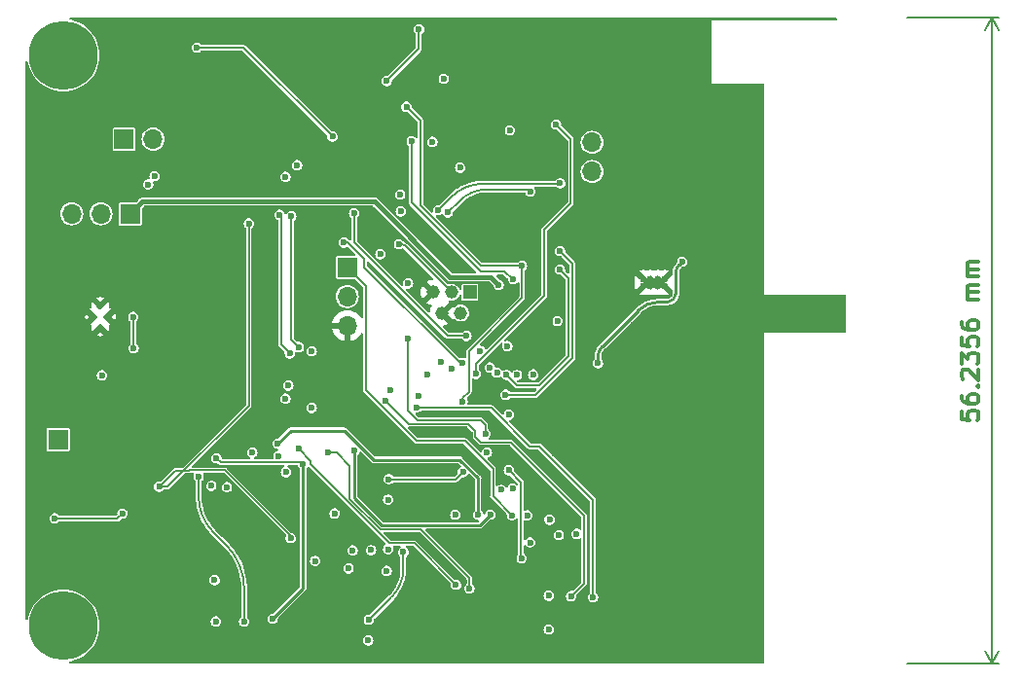
<source format=gbl>
G04 #@! TF.GenerationSoftware,KiCad,Pcbnew,7.0.9*
G04 #@! TF.CreationDate,2023-12-13T18:12:17+01:00*
G04 #@! TF.ProjectId,FishIoT,46697368-496f-4542-9e6b-696361645f70,rev?*
G04 #@! TF.SameCoordinates,Original*
G04 #@! TF.FileFunction,Copper,L4,Bot*
G04 #@! TF.FilePolarity,Positive*
%FSLAX46Y46*%
G04 Gerber Fmt 4.6, Leading zero omitted, Abs format (unit mm)*
G04 Created by KiCad (PCBNEW 7.0.9) date 2023-12-13 18:12:17*
%MOMM*%
%LPD*%
G01*
G04 APERTURE LIST*
%ADD10C,0.300000*%
G04 #@! TA.AperFunction,NonConductor*
%ADD11C,0.300000*%
G04 #@! TD*
G04 #@! TA.AperFunction,NonConductor*
%ADD12C,0.200000*%
G04 #@! TD*
G04 #@! TA.AperFunction,ComponentPad*
%ADD13O,1.700000X1.700000*%
G04 #@! TD*
G04 #@! TA.AperFunction,ComponentPad*
%ADD14R,1.700000X1.700000*%
G04 #@! TD*
G04 #@! TA.AperFunction,ComponentPad*
%ADD15R,1.158000X1.158000*%
G04 #@! TD*
G04 #@! TA.AperFunction,ComponentPad*
%ADD16C,1.158000*%
G04 #@! TD*
G04 #@! TA.AperFunction,ComponentPad*
%ADD17C,0.500000*%
G04 #@! TD*
G04 #@! TA.AperFunction,ComponentPad*
%ADD18C,0.800000*%
G04 #@! TD*
G04 #@! TA.AperFunction,ComponentPad*
%ADD19C,6.000000*%
G04 #@! TD*
G04 #@! TA.AperFunction,ComponentPad*
%ADD20R,1.755000X1.755000*%
G04 #@! TD*
G04 #@! TA.AperFunction,ComponentPad*
%ADD21C,1.755000*%
G04 #@! TD*
G04 #@! TA.AperFunction,ComponentPad*
%ADD22C,0.600000*%
G04 #@! TD*
G04 #@! TA.AperFunction,ViaPad*
%ADD23C,0.600000*%
G04 #@! TD*
G04 #@! TA.AperFunction,Conductor*
%ADD24C,0.150000*%
G04 #@! TD*
G04 #@! TA.AperFunction,Conductor*
%ADD25C,0.200000*%
G04 #@! TD*
G04 #@! TA.AperFunction,Conductor*
%ADD26C,0.400000*%
G04 #@! TD*
G04 #@! TA.AperFunction,Conductor*
%ADD27C,0.250000*%
G04 #@! TD*
G04 APERTURE END LIST*
D10*
D11*
X245739528Y-90496255D02*
X245739528Y-91210541D01*
X245739528Y-91210541D02*
X246453814Y-91281969D01*
X246453814Y-91281969D02*
X246382385Y-91210541D01*
X246382385Y-91210541D02*
X246310957Y-91067684D01*
X246310957Y-91067684D02*
X246310957Y-90710541D01*
X246310957Y-90710541D02*
X246382385Y-90567684D01*
X246382385Y-90567684D02*
X246453814Y-90496255D01*
X246453814Y-90496255D02*
X246596671Y-90424826D01*
X246596671Y-90424826D02*
X246953814Y-90424826D01*
X246953814Y-90424826D02*
X247096671Y-90496255D01*
X247096671Y-90496255D02*
X247168100Y-90567684D01*
X247168100Y-90567684D02*
X247239528Y-90710541D01*
X247239528Y-90710541D02*
X247239528Y-91067684D01*
X247239528Y-91067684D02*
X247168100Y-91210541D01*
X247168100Y-91210541D02*
X247096671Y-91281969D01*
X245739528Y-89139113D02*
X245739528Y-89424827D01*
X245739528Y-89424827D02*
X245810957Y-89567684D01*
X245810957Y-89567684D02*
X245882385Y-89639113D01*
X245882385Y-89639113D02*
X246096671Y-89781970D01*
X246096671Y-89781970D02*
X246382385Y-89853398D01*
X246382385Y-89853398D02*
X246953814Y-89853398D01*
X246953814Y-89853398D02*
X247096671Y-89781970D01*
X247096671Y-89781970D02*
X247168100Y-89710541D01*
X247168100Y-89710541D02*
X247239528Y-89567684D01*
X247239528Y-89567684D02*
X247239528Y-89281970D01*
X247239528Y-89281970D02*
X247168100Y-89139113D01*
X247168100Y-89139113D02*
X247096671Y-89067684D01*
X247096671Y-89067684D02*
X246953814Y-88996255D01*
X246953814Y-88996255D02*
X246596671Y-88996255D01*
X246596671Y-88996255D02*
X246453814Y-89067684D01*
X246453814Y-89067684D02*
X246382385Y-89139113D01*
X246382385Y-89139113D02*
X246310957Y-89281970D01*
X246310957Y-89281970D02*
X246310957Y-89567684D01*
X246310957Y-89567684D02*
X246382385Y-89710541D01*
X246382385Y-89710541D02*
X246453814Y-89781970D01*
X246453814Y-89781970D02*
X246596671Y-89853398D01*
X247096671Y-88353399D02*
X247168100Y-88281970D01*
X247168100Y-88281970D02*
X247239528Y-88353399D01*
X247239528Y-88353399D02*
X247168100Y-88424827D01*
X247168100Y-88424827D02*
X247096671Y-88353399D01*
X247096671Y-88353399D02*
X247239528Y-88353399D01*
X245882385Y-87710541D02*
X245810957Y-87639113D01*
X245810957Y-87639113D02*
X245739528Y-87496256D01*
X245739528Y-87496256D02*
X245739528Y-87139113D01*
X245739528Y-87139113D02*
X245810957Y-86996256D01*
X245810957Y-86996256D02*
X245882385Y-86924827D01*
X245882385Y-86924827D02*
X246025242Y-86853398D01*
X246025242Y-86853398D02*
X246168100Y-86853398D01*
X246168100Y-86853398D02*
X246382385Y-86924827D01*
X246382385Y-86924827D02*
X247239528Y-87781970D01*
X247239528Y-87781970D02*
X247239528Y-86853398D01*
X245739528Y-86353399D02*
X245739528Y-85424827D01*
X245739528Y-85424827D02*
X246310957Y-85924827D01*
X246310957Y-85924827D02*
X246310957Y-85710542D01*
X246310957Y-85710542D02*
X246382385Y-85567685D01*
X246382385Y-85567685D02*
X246453814Y-85496256D01*
X246453814Y-85496256D02*
X246596671Y-85424827D01*
X246596671Y-85424827D02*
X246953814Y-85424827D01*
X246953814Y-85424827D02*
X247096671Y-85496256D01*
X247096671Y-85496256D02*
X247168100Y-85567685D01*
X247168100Y-85567685D02*
X247239528Y-85710542D01*
X247239528Y-85710542D02*
X247239528Y-86139113D01*
X247239528Y-86139113D02*
X247168100Y-86281970D01*
X247168100Y-86281970D02*
X247096671Y-86353399D01*
X245739528Y-84067685D02*
X245739528Y-84781971D01*
X245739528Y-84781971D02*
X246453814Y-84853399D01*
X246453814Y-84853399D02*
X246382385Y-84781971D01*
X246382385Y-84781971D02*
X246310957Y-84639114D01*
X246310957Y-84639114D02*
X246310957Y-84281971D01*
X246310957Y-84281971D02*
X246382385Y-84139114D01*
X246382385Y-84139114D02*
X246453814Y-84067685D01*
X246453814Y-84067685D02*
X246596671Y-83996256D01*
X246596671Y-83996256D02*
X246953814Y-83996256D01*
X246953814Y-83996256D02*
X247096671Y-84067685D01*
X247096671Y-84067685D02*
X247168100Y-84139114D01*
X247168100Y-84139114D02*
X247239528Y-84281971D01*
X247239528Y-84281971D02*
X247239528Y-84639114D01*
X247239528Y-84639114D02*
X247168100Y-84781971D01*
X247168100Y-84781971D02*
X247096671Y-84853399D01*
X245739528Y-82710543D02*
X245739528Y-82996257D01*
X245739528Y-82996257D02*
X245810957Y-83139114D01*
X245810957Y-83139114D02*
X245882385Y-83210543D01*
X245882385Y-83210543D02*
X246096671Y-83353400D01*
X246096671Y-83353400D02*
X246382385Y-83424828D01*
X246382385Y-83424828D02*
X246953814Y-83424828D01*
X246953814Y-83424828D02*
X247096671Y-83353400D01*
X247096671Y-83353400D02*
X247168100Y-83281971D01*
X247168100Y-83281971D02*
X247239528Y-83139114D01*
X247239528Y-83139114D02*
X247239528Y-82853400D01*
X247239528Y-82853400D02*
X247168100Y-82710543D01*
X247168100Y-82710543D02*
X247096671Y-82639114D01*
X247096671Y-82639114D02*
X246953814Y-82567685D01*
X246953814Y-82567685D02*
X246596671Y-82567685D01*
X246596671Y-82567685D02*
X246453814Y-82639114D01*
X246453814Y-82639114D02*
X246382385Y-82710543D01*
X246382385Y-82710543D02*
X246310957Y-82853400D01*
X246310957Y-82853400D02*
X246310957Y-83139114D01*
X246310957Y-83139114D02*
X246382385Y-83281971D01*
X246382385Y-83281971D02*
X246453814Y-83353400D01*
X246453814Y-83353400D02*
X246596671Y-83424828D01*
X247239528Y-80781972D02*
X246239528Y-80781972D01*
X246382385Y-80781972D02*
X246310957Y-80710543D01*
X246310957Y-80710543D02*
X246239528Y-80567686D01*
X246239528Y-80567686D02*
X246239528Y-80353400D01*
X246239528Y-80353400D02*
X246310957Y-80210543D01*
X246310957Y-80210543D02*
X246453814Y-80139115D01*
X246453814Y-80139115D02*
X247239528Y-80139115D01*
X246453814Y-80139115D02*
X246310957Y-80067686D01*
X246310957Y-80067686D02*
X246239528Y-79924829D01*
X246239528Y-79924829D02*
X246239528Y-79710543D01*
X246239528Y-79710543D02*
X246310957Y-79567686D01*
X246310957Y-79567686D02*
X246453814Y-79496257D01*
X246453814Y-79496257D02*
X247239528Y-79496257D01*
X247239528Y-78781972D02*
X246239528Y-78781972D01*
X246382385Y-78781972D02*
X246310957Y-78710543D01*
X246310957Y-78710543D02*
X246239528Y-78567686D01*
X246239528Y-78567686D02*
X246239528Y-78353400D01*
X246239528Y-78353400D02*
X246310957Y-78210543D01*
X246310957Y-78210543D02*
X246453814Y-78139115D01*
X246453814Y-78139115D02*
X247239528Y-78139115D01*
X246453814Y-78139115D02*
X246310957Y-78067686D01*
X246310957Y-78067686D02*
X246239528Y-77924829D01*
X246239528Y-77924829D02*
X246239528Y-77710543D01*
X246239528Y-77710543D02*
X246310957Y-77567686D01*
X246310957Y-77567686D02*
X246453814Y-77496257D01*
X246453814Y-77496257D02*
X247239528Y-77496257D01*
D12*
X241038000Y-112471200D02*
X248947620Y-112471200D01*
X241038000Y-56235600D02*
X248947620Y-56235600D01*
X248361200Y-112471200D02*
X248361200Y-56235600D01*
X248361200Y-112471200D02*
X248361200Y-56235600D01*
X248361200Y-112471200D02*
X247774779Y-111344696D01*
X248361200Y-112471200D02*
X248947621Y-111344696D01*
X248361200Y-56235600D02*
X248947621Y-57362104D01*
X248361200Y-56235600D02*
X247774779Y-57362104D01*
D13*
X213614000Y-69646800D03*
X213614000Y-67106800D03*
D14*
X213614000Y-64566800D03*
D15*
X202983000Y-80154200D03*
D16*
X202183000Y-81954200D03*
X201383000Y-80154200D03*
X200583000Y-81954200D03*
X199783000Y-80154200D03*
D13*
X192328800Y-83058000D03*
X192328800Y-80518000D03*
D14*
X192328800Y-77978000D03*
D17*
X171415400Y-82276200D03*
X170840400Y-83226200D03*
X170840400Y-81326200D03*
X170265400Y-82276200D03*
D18*
X165378350Y-59525000D03*
X166037360Y-57934010D03*
X166037360Y-61115990D03*
X167628350Y-57275000D03*
D19*
X167628350Y-59525000D03*
D18*
X167628350Y-61775000D03*
X169219340Y-57934010D03*
X169219340Y-61115990D03*
X169878350Y-59525000D03*
D14*
X173441600Y-73329800D03*
D13*
X170901600Y-73329800D03*
X168361600Y-73329800D03*
D18*
X165378350Y-109175000D03*
X166037360Y-107584010D03*
X166037360Y-110765990D03*
X167628350Y-106925000D03*
D19*
X167628350Y-109175000D03*
D18*
X167628350Y-111425000D03*
X169219340Y-107584010D03*
X169219340Y-110765990D03*
X169878350Y-109175000D03*
D20*
X167168350Y-92964000D03*
D21*
X167168350Y-90424000D03*
D14*
X172897800Y-66825000D03*
D13*
X175437800Y-66825000D03*
D22*
X219913200Y-79003600D03*
X219313200Y-79003600D03*
X218713200Y-79003600D03*
X218113200Y-79003600D03*
X218113200Y-79603600D03*
X218713200Y-79603600D03*
X219313200Y-79603600D03*
X219913200Y-79603600D03*
D23*
X212090000Y-59690000D03*
X214630000Y-59690000D03*
X212090000Y-57067181D03*
X214630000Y-57067181D03*
X213360000Y-58427355D03*
X213360000Y-60960000D03*
X212090000Y-62230000D03*
X214630000Y-62230000D03*
X181610000Y-60960000D03*
X181610000Y-62230000D03*
X180340000Y-62230000D03*
X179070000Y-62230000D03*
X177800000Y-62230000D03*
X177800000Y-60960000D03*
X179070000Y-60960000D03*
X180340000Y-60960000D03*
X180340000Y-59690000D03*
X179070000Y-59690000D03*
X177800000Y-59690000D03*
X170180000Y-62230000D03*
X167640000Y-69850000D03*
X166370000Y-71120000D03*
X165100000Y-77470000D03*
X165100000Y-76200000D03*
X165100000Y-73660000D03*
X165100000Y-74930000D03*
X165100000Y-72390000D03*
X165100000Y-71120000D03*
X166370000Y-69850000D03*
X165100000Y-69850000D03*
X165100000Y-68580000D03*
X166370000Y-68580000D03*
X168910000Y-68580000D03*
X170180000Y-68580000D03*
X167640000Y-68580000D03*
X167640000Y-67310000D03*
X165100000Y-67310000D03*
X166370000Y-67310000D03*
X168910000Y-67310000D03*
X170180000Y-67310000D03*
X170180000Y-66040000D03*
X168910000Y-66040000D03*
X167640000Y-66040000D03*
X166370000Y-66040000D03*
X165100000Y-66040000D03*
X165100000Y-64770000D03*
X166370000Y-64770000D03*
X167640000Y-64770000D03*
X168910000Y-64770000D03*
X170180000Y-64770000D03*
X170180000Y-63500000D03*
X168910000Y-63500000D03*
X167640000Y-63500000D03*
X166370000Y-63500000D03*
X165100000Y-63500000D03*
X170180000Y-106680000D03*
X168910000Y-105410000D03*
X167640000Y-105410000D03*
X165100000Y-105410000D03*
X166370000Y-105410000D03*
X167640000Y-104140000D03*
X166370000Y-104140000D03*
X165100000Y-104140000D03*
X165100000Y-102870000D03*
X166370000Y-102870000D03*
X167640000Y-102870000D03*
X168910000Y-104140000D03*
X170180000Y-105410000D03*
X171450000Y-106680000D03*
X171450000Y-111760000D03*
X172720000Y-111760000D03*
X173990000Y-111760000D03*
X176530000Y-111760000D03*
X175260000Y-111760000D03*
X177800000Y-111760000D03*
X177800000Y-110490000D03*
X176530000Y-110490000D03*
X175260000Y-110490000D03*
X173990000Y-110490000D03*
X172720000Y-110490000D03*
X171450000Y-110490000D03*
X172720000Y-109220000D03*
X173990000Y-109220000D03*
X175260000Y-109220000D03*
X176530000Y-109220000D03*
X177800000Y-109220000D03*
X177800000Y-107950000D03*
X176530000Y-107950000D03*
X175260000Y-107950000D03*
X173990000Y-107950000D03*
X172720000Y-107950000D03*
X171450000Y-107950000D03*
X171450000Y-109220000D03*
X173482000Y-75946000D03*
X178816000Y-74676000D03*
X183769000Y-74168000D03*
X206375000Y-90805000D03*
X204470000Y-94107000D03*
X206248000Y-84836000D03*
X206756000Y-78994000D03*
X186436000Y-73406000D03*
X187325000Y-85471000D03*
X186944000Y-89408000D03*
X186944000Y-70104000D03*
X187960000Y-69088000D03*
X187452000Y-73533000D03*
X188115867Y-84917777D03*
X187198000Y-88265000D03*
X188087000Y-93726000D03*
X190627000Y-94107000D03*
X202692000Y-83947000D03*
X192913000Y-73279000D03*
X192024000Y-75819000D03*
X204343000Y-92456000D03*
X197612000Y-84201000D03*
X194691000Y-98425000D03*
X206375000Y-95631000D03*
X195199000Y-76835000D03*
X197612000Y-79375000D03*
X212725000Y-78359000D03*
X213741000Y-78359000D03*
X214757000Y-78359000D03*
X215773000Y-78359000D03*
X213487000Y-71882000D03*
X214376000Y-71882000D03*
X215265000Y-71882000D03*
X216154000Y-71882000D03*
X189230000Y-85293200D03*
X189230000Y-90220800D03*
X175006000Y-70764400D03*
X175564800Y-70053200D03*
X172770800Y-99415600D03*
X170992800Y-87376000D03*
X203860400Y-85242400D03*
X175971200Y-97078800D03*
X210718400Y-101295200D03*
X186994800Y-95808800D03*
X186283600Y-93319600D03*
X166878000Y-99822000D03*
X179247800Y-58851800D03*
X191033400Y-66598800D03*
X173736000Y-85013800D03*
X173710600Y-82296000D03*
X195755600Y-61771600D03*
X198555600Y-57271600D03*
X185355600Y-66971600D03*
X202946000Y-105918000D03*
X208400000Y-90950000D03*
X222250000Y-104140000D03*
X227330000Y-104140000D03*
X221500935Y-76515331D03*
X220200000Y-73450000D03*
X217170000Y-72390000D03*
X224000000Y-76962000D03*
X220980000Y-91440000D03*
X220750000Y-85950000D03*
X221779745Y-86748434D03*
X215650000Y-86250000D03*
X221550000Y-80500000D03*
X219710000Y-62230000D03*
X220980000Y-101600000D03*
X223520000Y-86360000D03*
X215773587Y-82593518D03*
X223520000Y-111760000D03*
X202350000Y-94150000D03*
X220850000Y-82950000D03*
X215650000Y-90950000D03*
X226060000Y-86360000D03*
X224790000Y-69850000D03*
X225012429Y-93746120D03*
X215100000Y-91500000D03*
X220980000Y-66040000D03*
X222250000Y-88900000D03*
X216200000Y-87800000D03*
X215221818Y-93489683D03*
X224790000Y-99060000D03*
X216400000Y-81750000D03*
X223520000Y-71120000D03*
X217170000Y-59690000D03*
X226060000Y-101600000D03*
X222050000Y-82650000D03*
X224790000Y-72390000D03*
X224790000Y-74930000D03*
X226060000Y-111760000D03*
X221664091Y-74778203D03*
X217170000Y-64770000D03*
X218335935Y-90398155D03*
X227584000Y-81280000D03*
X226060000Y-106680000D03*
X216750000Y-80000000D03*
X215900000Y-63500000D03*
X223520000Y-101600000D03*
X222250000Y-81850000D03*
X218440000Y-66040000D03*
X226060000Y-96520000D03*
X216514553Y-83858409D03*
X223200000Y-76962000D03*
X217150000Y-89350000D03*
X224790000Y-64770000D03*
X222250000Y-69850000D03*
X226822000Y-83566000D03*
X222250000Y-99060000D03*
X223520000Y-96520000D03*
X218100000Y-83000000D03*
X220980000Y-60960000D03*
X226060000Y-85090000D03*
X225552000Y-76962000D03*
X215900000Y-96520000D03*
X220611537Y-87925733D03*
X208400000Y-92550000D03*
X221250000Y-85450000D03*
X227330000Y-64770000D03*
X214950000Y-90550000D03*
X217170000Y-99060000D03*
X222255005Y-57067181D03*
X217175005Y-57067181D03*
X226060000Y-83566000D03*
X219650000Y-87050000D03*
X220980000Y-71120000D03*
X226060000Y-84328000D03*
X218440000Y-68580000D03*
X221601708Y-75574787D03*
X227330000Y-69850000D03*
X220980000Y-106680000D03*
X210400000Y-94150000D03*
X218450000Y-88200000D03*
X219710000Y-69850000D03*
X221700000Y-84850000D03*
X226060000Y-91440000D03*
X223520000Y-73660000D03*
X208400000Y-96012000D03*
X227330000Y-109220000D03*
X218440000Y-111760000D03*
X219710000Y-93980000D03*
X216700000Y-78350000D03*
X223571316Y-66047355D03*
X215900000Y-68580000D03*
X226060000Y-68580000D03*
X217900000Y-73400000D03*
X226060000Y-73660000D03*
X218550000Y-83650000D03*
X223571316Y-63507355D03*
X221735813Y-67257303D03*
X222400000Y-76962000D03*
X227330000Y-93980000D03*
X217900000Y-86100000D03*
X219710000Y-59690000D03*
X222250000Y-109220000D03*
X215900000Y-106680000D03*
X220980000Y-111760000D03*
X219000000Y-83050000D03*
X216527287Y-92243168D03*
X218440000Y-101600000D03*
X216800000Y-85200000D03*
X222300000Y-72450000D03*
X216750000Y-87300000D03*
X223520000Y-106680000D03*
X221500000Y-74000000D03*
X216600000Y-89950000D03*
X215900000Y-101600000D03*
X218811496Y-89725774D03*
X219715005Y-57067181D03*
X215073060Y-83219056D03*
X223571316Y-58427355D03*
X224750000Y-76962000D03*
X223034318Y-85530225D03*
X217350000Y-84700000D03*
X217161472Y-104114178D03*
X221534526Y-79567302D03*
X218440000Y-96520000D03*
X217120482Y-91636336D03*
X216300000Y-85750000D03*
X227076000Y-76962000D03*
X219050000Y-87650000D03*
X214630000Y-104140000D03*
X227330000Y-88900000D03*
X215250000Y-89800000D03*
X214200000Y-88150000D03*
X215809300Y-58427355D03*
X219150000Y-84900000D03*
X214630000Y-99060000D03*
X218440000Y-63500000D03*
X201828400Y-97637600D03*
X185928000Y-105206800D03*
X227584000Y-83566000D03*
X219710000Y-104140000D03*
X182161711Y-107780724D03*
X227330000Y-99060000D03*
X221050000Y-81300000D03*
X217170000Y-69850000D03*
X217170000Y-109220000D03*
X215900000Y-111760000D03*
X221524929Y-78703537D03*
X225298000Y-85090000D03*
X217250000Y-83000000D03*
X220350000Y-83750000D03*
X224790000Y-109220000D03*
X227330000Y-72390000D03*
X224536000Y-85090000D03*
X218550000Y-85450000D03*
X219511512Y-89089396D03*
X217700000Y-88850000D03*
X222000000Y-64770000D03*
X227838000Y-76962000D03*
X221050000Y-82050000D03*
X224790000Y-67310000D03*
X200400000Y-95750000D03*
X204400000Y-95750000D03*
X219750000Y-84300000D03*
X200400000Y-92550000D03*
X223000000Y-75000000D03*
X226060000Y-66040000D03*
X221842801Y-59845907D03*
X210400000Y-90950000D03*
X217726831Y-91020896D03*
X210400000Y-92550000D03*
X226060000Y-71120000D03*
X200400000Y-94150000D03*
X217170000Y-62230000D03*
X219710000Y-64770000D03*
X215250000Y-89050000D03*
X227330000Y-67310000D03*
X199745600Y-102565200D03*
X227584000Y-82804000D03*
X215900000Y-60960000D03*
X219710000Y-99060000D03*
X215150000Y-86850000D03*
X214600000Y-87400000D03*
X220980000Y-63500000D03*
X216550000Y-80800000D03*
X227330000Y-74930000D03*
X220980000Y-68580000D03*
X218440000Y-60960000D03*
X220093343Y-88525747D03*
X222250000Y-93980000D03*
X220200000Y-86450000D03*
X219710000Y-109220000D03*
X202350000Y-92550000D03*
X216100000Y-90450000D03*
X184601467Y-107775232D03*
X214400000Y-91150000D03*
X223774000Y-85090000D03*
X215900000Y-92850000D03*
X224790000Y-104140000D03*
X216850000Y-79200000D03*
X215900000Y-66040000D03*
X226060000Y-63500000D03*
X208400000Y-94150000D03*
X223520000Y-91440000D03*
X217300000Y-86750000D03*
X217170000Y-67310000D03*
X218440000Y-91440000D03*
X196873000Y-77004200D03*
X210400000Y-95750000D03*
X222200000Y-81026000D03*
X222000000Y-62230000D03*
X219710000Y-67310000D03*
X220980000Y-96520000D03*
X220950000Y-73500000D03*
X221238823Y-87366630D03*
X218440000Y-71120000D03*
X217170000Y-93980000D03*
X214630000Y-109220000D03*
X224790000Y-88900000D03*
X218349300Y-58427355D03*
X218440000Y-106680000D03*
X220889300Y-58427355D03*
X214450000Y-94050000D03*
X223520000Y-68580000D03*
X211223000Y-71704200D03*
X221742000Y-83820000D03*
X222429759Y-86184785D03*
X217900000Y-84150000D03*
X187960000Y-74676000D03*
X227584000Y-82042000D03*
X215650000Y-88400000D03*
X223571316Y-60967355D03*
X226314000Y-76962000D03*
X214550000Y-92050000D03*
X211800000Y-106600000D03*
X195650000Y-89600000D03*
X198392400Y-90157600D03*
X213700000Y-106700000D03*
X221465201Y-77500935D03*
X214129293Y-86326311D03*
X180950000Y-94600000D03*
X188475000Y-95125000D03*
X185826400Y-108559600D03*
X212275000Y-101175000D03*
X195935600Y-96418400D03*
X202387200Y-95808800D03*
X205486000Y-79502000D03*
X192786000Y-102616000D03*
X192430400Y-104190800D03*
X194200000Y-108650000D03*
X197200000Y-102762500D03*
X194150000Y-110450000D03*
X195750000Y-104400000D03*
X205350000Y-87150000D03*
X196923000Y-71654200D03*
X199723000Y-67054200D03*
X197923000Y-67004200D03*
X195884800Y-98196400D03*
X206473000Y-66054200D03*
X208500000Y-87350000D03*
X204724000Y-86699500D03*
X196973000Y-73104200D03*
X202145800Y-69300200D03*
X179400000Y-96175000D03*
X183350000Y-108800000D03*
X180500000Y-97000000D03*
X180900000Y-108800000D03*
X180775000Y-105200000D03*
X181850000Y-97100000D03*
X204774800Y-99517200D03*
X192950000Y-93900000D03*
X203708000Y-99517200D03*
X196823000Y-75954200D03*
X201726800Y-99517200D03*
X187401200Y-101549200D03*
X200723400Y-61578600D03*
X210473000Y-65554200D03*
X203500000Y-87250000D03*
X210832600Y-70671800D03*
X200223000Y-73004200D03*
X208236628Y-71377828D03*
X201073000Y-73204200D03*
X209850000Y-106550000D03*
X209850000Y-109500000D03*
X200450000Y-86250000D03*
X194388649Y-102590600D03*
X199300000Y-87300000D03*
X195884800Y-102514400D03*
X198550000Y-89150000D03*
X189534800Y-103530400D03*
X196100000Y-88700000D03*
X191224844Y-99401956D03*
X197473000Y-64004200D03*
X202350000Y-89650000D03*
X207523000Y-77854200D03*
X210623000Y-82654200D03*
X207075000Y-87350000D03*
X201777600Y-105613200D03*
X207975200Y-99568000D03*
X208225000Y-101925000D03*
X184060000Y-94100000D03*
X209925000Y-99950000D03*
X186325000Y-94400000D03*
X210820000Y-78181200D03*
X206175000Y-87350000D03*
X210823000Y-76554200D03*
X206100000Y-89075000D03*
X202350000Y-86300000D03*
X201400000Y-86800000D03*
X206650000Y-99550000D03*
X207492600Y-103301800D03*
X205710200Y-97343502D03*
X206702799Y-97248788D03*
D24*
X197612000Y-90424000D02*
X197612000Y-84201000D01*
X198463000Y-91275000D02*
X197612000Y-90424000D01*
X204343000Y-91694000D02*
X203924000Y-91275000D01*
X203924000Y-91275000D02*
X198463000Y-91275000D01*
X204343000Y-92456000D02*
X204343000Y-91694000D01*
X183769000Y-90007107D02*
X183769000Y-74168000D01*
X176697307Y-97078800D02*
X183769000Y-90007107D01*
X175971200Y-97078800D02*
X176697307Y-97078800D01*
D25*
X206012353Y-78377353D02*
X206756000Y-78994000D01*
X203951179Y-78377353D02*
X206012353Y-78377353D01*
X197923000Y-72349174D02*
X203951179Y-78377353D01*
X197923000Y-67004200D02*
X197923000Y-72349174D01*
D26*
X174508400Y-72263000D02*
X173441600Y-73329800D01*
X194691000Y-72263000D02*
X174508400Y-72263000D01*
X201255353Y-78827353D02*
X194691000Y-72263000D01*
X205486000Y-79502000D02*
X204811353Y-78827353D01*
X204811353Y-78827353D02*
X201255353Y-78827353D01*
D24*
X186563000Y-73533000D02*
X186436000Y-73406000D01*
X186563000Y-84709000D02*
X186563000Y-73533000D01*
X187325000Y-85471000D02*
X186563000Y-84709000D01*
X187435000Y-73550000D02*
X187452000Y-73533000D01*
X188115867Y-84917777D02*
X187435000Y-84236910D01*
X187435000Y-84236910D02*
X187435000Y-73550000D01*
X188087000Y-93726000D02*
X188087000Y-93853000D01*
D27*
X203708000Y-96316427D02*
X203708000Y-99517200D01*
X192074800Y-92202000D02*
X194597800Y-94725000D01*
X194597800Y-94725000D02*
X202116573Y-94725000D01*
X187401200Y-92202000D02*
X192074800Y-92202000D01*
X186283600Y-93319600D02*
X187401200Y-92202000D01*
X202116573Y-94725000D02*
X203708000Y-96316427D01*
D24*
X189103000Y-94869000D02*
X188087000Y-93726000D01*
X189103000Y-95127838D02*
X189103000Y-94869000D01*
X195964562Y-101989400D02*
X189103000Y-95127838D01*
X198153800Y-101989400D02*
X195964562Y-101989400D01*
X201777600Y-105613200D02*
X198153800Y-101989400D01*
X191389000Y-94107000D02*
X190627000Y-94107000D01*
X192532000Y-95250000D02*
X191389000Y-94107000D01*
X192532000Y-98132574D02*
X192532000Y-95250000D01*
X195199426Y-100800000D02*
X192532000Y-98132574D01*
X198722863Y-100800000D02*
X195199426Y-100800000D01*
X202946000Y-105023137D02*
X198722863Y-100800000D01*
X202946000Y-105918000D02*
X202946000Y-105023137D01*
D25*
X192913000Y-75819000D02*
X201041000Y-83947000D01*
X201041000Y-83947000D02*
X202692000Y-83947000D01*
X192913000Y-73279000D02*
X192913000Y-75819000D01*
X193802000Y-77251200D02*
X193802000Y-77978000D01*
X193802000Y-77978000D02*
X202124000Y-86300000D01*
X192369800Y-75819000D02*
X193802000Y-77251200D01*
X192024000Y-75819000D02*
X192369800Y-75819000D01*
X202124000Y-86300000D02*
X202350000Y-86300000D01*
X198392400Y-90157600D02*
X198455600Y-90220800D01*
X198455600Y-90220800D02*
X204866639Y-90220800D01*
X204866639Y-90220800D02*
X208213996Y-93568157D01*
X208213996Y-93568157D02*
X209040339Y-93568157D01*
X209040339Y-93568157D02*
X213700000Y-98227818D01*
X213700000Y-98227818D02*
X213700000Y-106700000D01*
X207425200Y-103234400D02*
X207425200Y-96681200D01*
X207425200Y-96681200D02*
X206375000Y-95631000D01*
X207492600Y-103301800D02*
X207425200Y-103234400D01*
X193929000Y-79578200D02*
X192328800Y-77978000D01*
X198372182Y-93100000D02*
X193929000Y-88656818D01*
X205002618Y-95530436D02*
X202572182Y-93100000D01*
X206650000Y-99550000D02*
X205002618Y-97902618D01*
X205002618Y-97902618D02*
X205002618Y-95530436D01*
X202572182Y-93100000D02*
X198372182Y-93100000D01*
X193929000Y-88656818D02*
X193929000Y-79578200D01*
D24*
X206530761Y-93200000D02*
X203910380Y-93200000D01*
X212925000Y-99594239D02*
X206530761Y-93200000D01*
X203910380Y-93200000D02*
X203454000Y-92743620D01*
X212925000Y-105475000D02*
X212925000Y-99594239D01*
X203454000Y-92202000D02*
X202852000Y-91600000D01*
X197650000Y-91600000D02*
X195650000Y-89600000D01*
X202852000Y-91600000D02*
X197650000Y-91600000D01*
X211800000Y-106600000D02*
X212925000Y-105475000D01*
X203454000Y-92743620D02*
X203454000Y-92202000D01*
X202921181Y-88797819D02*
X202350000Y-89369000D01*
X202350000Y-89369000D02*
X202350000Y-89650000D01*
X202921181Y-85259310D02*
X202921181Y-88797819D01*
X207523000Y-80657491D02*
X202921181Y-85259310D01*
X207523000Y-77854200D02*
X207523000Y-80657491D01*
D25*
X172313600Y-99872800D02*
X166928800Y-99872800D01*
X166928800Y-99872800D02*
X166878000Y-99822000D01*
X172770800Y-99415600D02*
X172313600Y-99872800D01*
X188300000Y-94950000D02*
X181300000Y-94950000D01*
X188475000Y-95125000D02*
X188300000Y-94950000D01*
X181300000Y-94950000D02*
X180950000Y-94600000D01*
D27*
X192950000Y-98055600D02*
X192950000Y-93900000D01*
X195344400Y-100450000D02*
X192950000Y-98055600D01*
X203842000Y-100450000D02*
X195344400Y-100450000D01*
X204774800Y-99517200D02*
X203842000Y-100450000D01*
D25*
X211773000Y-66854200D02*
X210473000Y-65554200D01*
X211773000Y-72402200D02*
X211773000Y-66854200D01*
X209448400Y-74726800D02*
X211773000Y-72402200D01*
X209448400Y-80432218D02*
X209448400Y-74726800D01*
X203500000Y-87250000D02*
X203500000Y-86380618D01*
X203500000Y-86380618D02*
X209448400Y-80432218D01*
D24*
X177393600Y-95656400D02*
X175971200Y-97078800D01*
X178562000Y-95656400D02*
X177393600Y-95656400D01*
X187401200Y-101346000D02*
X181705200Y-95650000D01*
X181705200Y-95650000D02*
X178568400Y-95650000D01*
X178568400Y-95650000D02*
X178562000Y-95656400D01*
X187401200Y-101549200D02*
X187401200Y-101346000D01*
D25*
X179247800Y-58851800D02*
X179273200Y-58877200D01*
X183311800Y-58877200D02*
X179247800Y-58851800D01*
X191033400Y-66598800D02*
X183311800Y-58877200D01*
X173710600Y-84988400D02*
X173736000Y-85013800D01*
X173710600Y-82296000D02*
X173710600Y-84988400D01*
X198555600Y-58971600D02*
X198555600Y-57271600D01*
X195755600Y-61771600D02*
X198555600Y-58971600D01*
X208701574Y-89075000D02*
X206100000Y-89075000D01*
X211923000Y-85853574D02*
X208701574Y-89075000D01*
X211923000Y-77654200D02*
X211923000Y-85853574D01*
X210823000Y-76554200D02*
X211923000Y-77654200D01*
X209042000Y-88239600D02*
X207064600Y-88239600D01*
X211573000Y-85708600D02*
X209042000Y-88239600D01*
X210820000Y-78181200D02*
X211573000Y-78934200D01*
X211573000Y-78934200D02*
X211573000Y-85708600D01*
X207064600Y-88239600D02*
X206175000Y-87350000D01*
D27*
X220159363Y-81000000D02*
X219416116Y-81000000D01*
X214129293Y-85781567D02*
X214129293Y-86326311D01*
X221182565Y-77783571D02*
X221465201Y-77500935D01*
X217623653Y-81742462D02*
X214514485Y-84851630D01*
X220899929Y-78465914D02*
X220899929Y-80259434D01*
X219416116Y-81000004D02*
G75*
G03*
X217623653Y-81742462I-16J-2534896D01*
G01*
X221182559Y-77783565D02*
G75*
G03*
X220899929Y-78465914I682341J-682335D01*
G01*
X214514506Y-84851651D02*
G75*
G03*
X214129293Y-85781567I929894J-929949D01*
G01*
X220682998Y-80783069D02*
G75*
G03*
X220899929Y-80259434I-523598J523669D01*
G01*
X220159363Y-80999963D02*
G75*
G03*
X220683022Y-80783093I37J740563D01*
G01*
X185826400Y-108559600D02*
X188475000Y-105911000D01*
X188475000Y-105911000D02*
X188475000Y-95125000D01*
D25*
X201777600Y-96418400D02*
X195935600Y-96418400D01*
X202387200Y-95808800D02*
X201777600Y-96418400D01*
X196179114Y-106670885D02*
X194200000Y-108650000D01*
X197200000Y-104206250D02*
X197200000Y-102762500D01*
X196179085Y-106670856D02*
G75*
G03*
X197200000Y-104206250I-2464585J2464656D01*
G01*
X208500000Y-87037200D02*
X208500000Y-87350000D01*
X180663953Y-101013953D02*
X181756207Y-102106207D01*
X179400000Y-97962500D02*
X179400000Y-96175000D01*
X183350000Y-105953963D02*
X183350000Y-108800000D01*
X179399999Y-97962500D02*
G75*
G03*
X180663954Y-101013952I4315401J0D01*
G01*
X183350010Y-105953963D02*
G75*
G03*
X181756206Y-102106208I-5441610J-37D01*
G01*
X197003000Y-75954200D02*
X196823000Y-75954200D01*
X197310279Y-76081479D02*
X201383000Y-80154200D01*
X197310288Y-76081470D02*
G75*
G03*
X197003000Y-75954200I-307288J-307330D01*
G01*
X210832600Y-70671800D02*
X210636900Y-70671800D01*
X210587644Y-70704200D02*
X204149345Y-70704200D01*
X210636900Y-70671800D02*
X210604652Y-70704048D01*
X201373000Y-71854200D02*
X200223000Y-73004200D01*
X204149345Y-70704219D02*
G75*
G03*
X201373000Y-71854200I-45J-3926281D01*
G01*
X210587644Y-70704197D02*
G75*
G03*
X210604652Y-70704047I7856J73597D01*
G01*
X202073000Y-72204200D02*
X201073000Y-73204200D01*
X208063000Y-71204200D02*
X204487213Y-71204200D01*
X208236628Y-71377828D02*
X208063000Y-71204200D01*
X204487213Y-71204206D02*
G75*
G03*
X202073000Y-72204200I-13J-3414194D01*
G01*
X198673000Y-72604200D02*
X198673000Y-65204200D01*
X203923000Y-77854200D02*
X203148000Y-77079200D01*
X198673000Y-65204200D02*
X197473000Y-64004200D01*
X203148000Y-77079200D02*
X198673000Y-72604200D01*
X207523000Y-77854200D02*
X203923000Y-77854200D01*
X210823000Y-76554200D02*
X210873000Y-76554200D01*
G04 #@! TA.AperFunction,Conductor*
G36*
X193523556Y-94040501D02*
G01*
X193526619Y-94043435D01*
X194376913Y-94893729D01*
X194389222Y-94908729D01*
X194399171Y-94923618D01*
X194399173Y-94923620D01*
X194399176Y-94923624D01*
X194399179Y-94923626D01*
X194399180Y-94923627D01*
X194418129Y-94936288D01*
X194418135Y-94936293D01*
X194422178Y-94938994D01*
X194448334Y-94956471D01*
X194490305Y-94984515D01*
X194570667Y-95000500D01*
X194570668Y-95000500D01*
X194597800Y-95005897D01*
X194615371Y-95002402D01*
X194634684Y-95000500D01*
X201961449Y-95000500D01*
X202019640Y-95019407D01*
X202031453Y-95029496D01*
X202233684Y-95231727D01*
X202261461Y-95286244D01*
X202251890Y-95346676D01*
X202208625Y-95389941D01*
X202204459Y-95391609D01*
X202204572Y-95391855D01*
X202198126Y-95394798D01*
X202089152Y-95464831D01*
X202004317Y-95562738D01*
X201950502Y-95680574D01*
X201932067Y-95808798D01*
X201932067Y-95808802D01*
X201937694Y-95847940D01*
X201927261Y-95908229D01*
X201909706Y-95932032D01*
X201702837Y-96138903D01*
X201648320Y-96166681D01*
X201632833Y-96167900D01*
X196359849Y-96167900D01*
X196301658Y-96148993D01*
X196285029Y-96133730D01*
X196271228Y-96117803D01*
X196233649Y-96074433D01*
X196233648Y-96074432D01*
X196124673Y-96004398D01*
X196124670Y-96004396D01*
X196124669Y-96004396D01*
X196124666Y-96004395D01*
X196000374Y-95967900D01*
X196000372Y-95967900D01*
X195870828Y-95967900D01*
X195870825Y-95967900D01*
X195746533Y-96004395D01*
X195746526Y-96004398D01*
X195637552Y-96074431D01*
X195552717Y-96172338D01*
X195498902Y-96290174D01*
X195480467Y-96418397D01*
X195480467Y-96418402D01*
X195498902Y-96546625D01*
X195548106Y-96654364D01*
X195552718Y-96664463D01*
X195632003Y-96755964D01*
X195637552Y-96762368D01*
X195672706Y-96784960D01*
X195746531Y-96832404D01*
X195870828Y-96868900D01*
X195870830Y-96868900D01*
X196000370Y-96868900D01*
X196000372Y-96868900D01*
X196124669Y-96832404D01*
X196233649Y-96762367D01*
X196285029Y-96703069D01*
X196337424Y-96671473D01*
X196359849Y-96668900D01*
X201743174Y-96668900D01*
X201762487Y-96670802D01*
X201765861Y-96671473D01*
X201777600Y-96673808D01*
X201875341Y-96654366D01*
X201914351Y-96628300D01*
X201958201Y-96599001D01*
X201966761Y-96586188D01*
X201979073Y-96571186D01*
X202261964Y-96288296D01*
X202316480Y-96260519D01*
X202331967Y-96259300D01*
X202451970Y-96259300D01*
X202451972Y-96259300D01*
X202576269Y-96222804D01*
X202685249Y-96152767D01*
X202770082Y-96054863D01*
X202800745Y-95987720D01*
X202842115Y-95942645D01*
X202902081Y-95930493D01*
X202957738Y-95955910D01*
X202960801Y-95958844D01*
X203403504Y-96401547D01*
X203431281Y-96456064D01*
X203432500Y-96471551D01*
X203432500Y-99110284D01*
X203413593Y-99168475D01*
X203408320Y-99175114D01*
X203325118Y-99271136D01*
X203271302Y-99388974D01*
X203252867Y-99517197D01*
X203252867Y-99517202D01*
X203271302Y-99645425D01*
X203325117Y-99763261D01*
X203325118Y-99763263D01*
X203382602Y-99829604D01*
X203409952Y-99861168D01*
X203488999Y-99911968D01*
X203518931Y-99931204D01*
X203643228Y-99967700D01*
X203643230Y-99967700D01*
X203695676Y-99967700D01*
X203753867Y-99986607D01*
X203789831Y-100036107D01*
X203789831Y-100097293D01*
X203765680Y-100136704D01*
X203756880Y-100145504D01*
X203702363Y-100173281D01*
X203686876Y-100174500D01*
X195499524Y-100174500D01*
X195441333Y-100155593D01*
X195429520Y-100145504D01*
X194801218Y-99517202D01*
X201271667Y-99517202D01*
X201290102Y-99645425D01*
X201343917Y-99763261D01*
X201343918Y-99763263D01*
X201401402Y-99829604D01*
X201428752Y-99861168D01*
X201507799Y-99911968D01*
X201537731Y-99931204D01*
X201662028Y-99967700D01*
X201662030Y-99967700D01*
X201791570Y-99967700D01*
X201791572Y-99967700D01*
X201915869Y-99931204D01*
X202024849Y-99861167D01*
X202109682Y-99763263D01*
X202163497Y-99645426D01*
X202174630Y-99567997D01*
X202181933Y-99517202D01*
X202181933Y-99517197D01*
X202163497Y-99388974D01*
X202155517Y-99371500D01*
X202109682Y-99271137D01*
X202024849Y-99173233D01*
X202024848Y-99173232D01*
X202024847Y-99173231D01*
X201915873Y-99103198D01*
X201915870Y-99103196D01*
X201915869Y-99103196D01*
X201915866Y-99103195D01*
X201791574Y-99066700D01*
X201791572Y-99066700D01*
X201662028Y-99066700D01*
X201662025Y-99066700D01*
X201537733Y-99103195D01*
X201537726Y-99103198D01*
X201428752Y-99173231D01*
X201343917Y-99271138D01*
X201290102Y-99388974D01*
X201271667Y-99517197D01*
X201271667Y-99517202D01*
X194801218Y-99517202D01*
X193480418Y-98196402D01*
X195429667Y-98196402D01*
X195448102Y-98324625D01*
X195462933Y-98357099D01*
X195501918Y-98442463D01*
X195586751Y-98540367D01*
X195586752Y-98540368D01*
X195695726Y-98610401D01*
X195695731Y-98610404D01*
X195820028Y-98646900D01*
X195820030Y-98646900D01*
X195949570Y-98646900D01*
X195949572Y-98646900D01*
X196073869Y-98610404D01*
X196182849Y-98540367D01*
X196267682Y-98442463D01*
X196321497Y-98324626D01*
X196339933Y-98196400D01*
X196334966Y-98161857D01*
X196321497Y-98068174D01*
X196319634Y-98064095D01*
X196267682Y-97950337D01*
X196182849Y-97852433D01*
X196182848Y-97852432D01*
X196182847Y-97852431D01*
X196073873Y-97782398D01*
X196073870Y-97782396D01*
X196073869Y-97782396D01*
X196073866Y-97782395D01*
X195949574Y-97745900D01*
X195949572Y-97745900D01*
X195820028Y-97745900D01*
X195820025Y-97745900D01*
X195695733Y-97782395D01*
X195695726Y-97782398D01*
X195586752Y-97852431D01*
X195501917Y-97950338D01*
X195448102Y-98068174D01*
X195429667Y-98196397D01*
X195429667Y-98196402D01*
X193480418Y-98196402D01*
X193254496Y-97970480D01*
X193226719Y-97915963D01*
X193225500Y-97900476D01*
X193225500Y-94306915D01*
X193244407Y-94248724D01*
X193249673Y-94242092D01*
X193332882Y-94146063D01*
X193366563Y-94072310D01*
X193407933Y-94027236D01*
X193467899Y-94015084D01*
X193523556Y-94040501D01*
G37*
G04 #@! TD.AperFunction*
G04 #@! TA.AperFunction,Conductor*
G36*
X234814575Y-56255007D02*
G01*
X234826388Y-56265096D01*
X234907288Y-56345996D01*
X234935065Y-56400513D01*
X234925494Y-56460945D01*
X234882229Y-56504210D01*
X234837284Y-56515000D01*
X224028000Y-56515000D01*
X224028000Y-61976000D01*
X228501000Y-61976000D01*
X228559191Y-61994907D01*
X228595155Y-62044407D01*
X228600000Y-62075000D01*
X228600000Y-80391000D01*
X235613000Y-80391000D01*
X235671191Y-80409907D01*
X235707155Y-80459407D01*
X235712000Y-80490000D01*
X235712000Y-83594000D01*
X235693093Y-83652191D01*
X235643593Y-83688155D01*
X235613000Y-83693000D01*
X228600000Y-83693000D01*
X228600000Y-83693001D01*
X228600000Y-112371700D01*
X228581093Y-112429891D01*
X228531593Y-112465855D01*
X228501000Y-112470700D01*
X168213201Y-112470700D01*
X168155010Y-112451793D01*
X168119046Y-112402293D01*
X168119046Y-112341107D01*
X168155010Y-112291607D01*
X168196618Y-112274099D01*
X168270325Y-112261575D01*
X168330507Y-112251350D01*
X168670534Y-112153390D01*
X168997455Y-112017975D01*
X169307158Y-111846808D01*
X169595750Y-111642041D01*
X169859600Y-111406250D01*
X170095391Y-111142400D01*
X170300158Y-110853808D01*
X170471325Y-110544105D01*
X170510304Y-110450002D01*
X193694867Y-110450002D01*
X193713302Y-110578225D01*
X193767117Y-110696061D01*
X193767118Y-110696063D01*
X193851951Y-110793967D01*
X193851952Y-110793968D01*
X193960926Y-110864001D01*
X193960931Y-110864004D01*
X194085228Y-110900500D01*
X194085230Y-110900500D01*
X194214770Y-110900500D01*
X194214772Y-110900500D01*
X194339069Y-110864004D01*
X194448049Y-110793967D01*
X194532882Y-110696063D01*
X194586697Y-110578226D01*
X194605133Y-110450000D01*
X194586697Y-110321774D01*
X194532882Y-110203937D01*
X194448049Y-110106033D01*
X194448048Y-110106032D01*
X194448047Y-110106031D01*
X194339073Y-110035998D01*
X194339070Y-110035996D01*
X194339069Y-110035996D01*
X194339066Y-110035995D01*
X194214774Y-109999500D01*
X194214772Y-109999500D01*
X194085228Y-109999500D01*
X194085225Y-109999500D01*
X193960933Y-110035995D01*
X193960926Y-110035998D01*
X193851952Y-110106031D01*
X193767117Y-110203938D01*
X193713302Y-110321774D01*
X193694867Y-110449997D01*
X193694867Y-110450002D01*
X170510304Y-110450002D01*
X170606740Y-110217184D01*
X170704700Y-109877157D01*
X170763973Y-109528300D01*
X170765563Y-109500002D01*
X209394867Y-109500002D01*
X209413302Y-109628225D01*
X209446139Y-109700126D01*
X209467118Y-109746063D01*
X209551951Y-109843967D01*
X209551952Y-109843968D01*
X209660926Y-109914001D01*
X209660931Y-109914004D01*
X209785228Y-109950500D01*
X209785230Y-109950500D01*
X209914770Y-109950500D01*
X209914772Y-109950500D01*
X210039069Y-109914004D01*
X210148049Y-109843967D01*
X210232882Y-109746063D01*
X210286697Y-109628226D01*
X210305133Y-109500000D01*
X210286697Y-109371774D01*
X210232882Y-109253937D01*
X210148049Y-109156033D01*
X210148048Y-109156032D01*
X210148047Y-109156031D01*
X210039073Y-109085998D01*
X210039070Y-109085996D01*
X210039069Y-109085996D01*
X210039066Y-109085995D01*
X209914774Y-109049500D01*
X209914772Y-109049500D01*
X209785228Y-109049500D01*
X209785225Y-109049500D01*
X209660933Y-109085995D01*
X209660926Y-109085998D01*
X209551952Y-109156031D01*
X209467117Y-109253938D01*
X209413302Y-109371774D01*
X209394867Y-109499997D01*
X209394867Y-109500002D01*
X170765563Y-109500002D01*
X170783814Y-109175004D01*
X170783814Y-109174995D01*
X170763974Y-108821709D01*
X170763971Y-108821689D01*
X170760286Y-108800002D01*
X180444867Y-108800002D01*
X180463302Y-108928225D01*
X180500694Y-109010100D01*
X180517118Y-109046063D01*
X180601951Y-109143967D01*
X180601952Y-109143968D01*
X180710926Y-109214001D01*
X180710931Y-109214004D01*
X180835228Y-109250500D01*
X180835230Y-109250500D01*
X180964770Y-109250500D01*
X180964772Y-109250500D01*
X181089069Y-109214004D01*
X181198049Y-109143967D01*
X181282882Y-109046063D01*
X181336697Y-108928226D01*
X181355133Y-108800000D01*
X181352002Y-108778226D01*
X181336697Y-108671774D01*
X181316022Y-108626503D01*
X181282882Y-108553937D01*
X181198049Y-108456033D01*
X181198048Y-108456032D01*
X181198047Y-108456031D01*
X181089073Y-108385998D01*
X181089070Y-108385996D01*
X181089069Y-108385996D01*
X181089066Y-108385995D01*
X180964774Y-108349500D01*
X180964772Y-108349500D01*
X180835228Y-108349500D01*
X180835225Y-108349500D01*
X180710933Y-108385995D01*
X180710926Y-108385998D01*
X180601952Y-108456031D01*
X180517117Y-108553938D01*
X180463302Y-108671774D01*
X180444867Y-108799997D01*
X180444867Y-108800002D01*
X170760286Y-108800002D01*
X170760286Y-108800000D01*
X170704700Y-108472843D01*
X170606740Y-108132816D01*
X170471325Y-107805895D01*
X170471323Y-107805890D01*
X170300156Y-107496189D01*
X170095393Y-107207603D01*
X170095391Y-107207600D01*
X169859600Y-106943750D01*
X169595750Y-106707959D01*
X169584529Y-106699997D01*
X169307160Y-106503193D01*
X168997458Y-106332026D01*
X168997459Y-106332026D01*
X168670532Y-106196609D01*
X168330505Y-106098649D01*
X167981660Y-106039378D01*
X167981640Y-106039375D01*
X167628355Y-106019536D01*
X167628345Y-106019536D01*
X167275059Y-106039375D01*
X167275039Y-106039378D01*
X166926194Y-106098649D01*
X166586167Y-106196609D01*
X166259240Y-106332026D01*
X165949539Y-106503193D01*
X165660953Y-106707956D01*
X165397107Y-106943743D01*
X165397093Y-106943757D01*
X165161306Y-107207603D01*
X164956543Y-107496189D01*
X164785376Y-107805890D01*
X164649959Y-108132817D01*
X164551999Y-108472844D01*
X164535101Y-108572301D01*
X164506714Y-108626503D01*
X164451889Y-108653667D01*
X164391568Y-108643418D01*
X164348792Y-108599670D01*
X164338500Y-108555718D01*
X164338500Y-105200002D01*
X180319867Y-105200002D01*
X180338302Y-105328225D01*
X180362676Y-105381595D01*
X180392118Y-105446063D01*
X180476951Y-105543967D01*
X180476952Y-105543968D01*
X180584675Y-105613197D01*
X180585931Y-105614004D01*
X180710228Y-105650500D01*
X180710230Y-105650500D01*
X180839770Y-105650500D01*
X180839772Y-105650500D01*
X180964069Y-105614004D01*
X181073049Y-105543967D01*
X181157882Y-105446063D01*
X181211697Y-105328226D01*
X181230133Y-105200000D01*
X181230017Y-105199196D01*
X181211697Y-105071774D01*
X181191592Y-105027750D01*
X181157882Y-104953937D01*
X181073049Y-104856033D01*
X181073048Y-104856032D01*
X181073047Y-104856031D01*
X180964073Y-104785998D01*
X180964070Y-104785996D01*
X180964069Y-104785996D01*
X180964066Y-104785995D01*
X180839774Y-104749500D01*
X180839772Y-104749500D01*
X180710228Y-104749500D01*
X180710225Y-104749500D01*
X180585933Y-104785995D01*
X180585926Y-104785998D01*
X180476952Y-104856031D01*
X180392117Y-104953938D01*
X180338302Y-105071774D01*
X180319867Y-105199997D01*
X180319867Y-105200002D01*
X164338500Y-105200002D01*
X164338500Y-99822002D01*
X166422867Y-99822002D01*
X166441302Y-99950225D01*
X166480524Y-100036107D01*
X166495118Y-100068063D01*
X166554595Y-100136704D01*
X166579952Y-100165968D01*
X166626778Y-100196061D01*
X166688931Y-100236004D01*
X166813228Y-100272500D01*
X166813230Y-100272500D01*
X166942770Y-100272500D01*
X166942772Y-100272500D01*
X167067069Y-100236004D01*
X167176049Y-100165967D01*
X167183414Y-100157467D01*
X167235807Y-100125873D01*
X167258231Y-100123300D01*
X172279174Y-100123300D01*
X172298487Y-100125202D01*
X172301861Y-100125873D01*
X172313600Y-100128208D01*
X172411341Y-100108766D01*
X172465154Y-100072809D01*
X172494201Y-100053401D01*
X172502761Y-100040588D01*
X172515073Y-100025586D01*
X172645564Y-99895096D01*
X172700080Y-99867319D01*
X172715567Y-99866100D01*
X172835570Y-99866100D01*
X172835572Y-99866100D01*
X172959869Y-99829604D01*
X173068849Y-99759567D01*
X173153682Y-99661663D01*
X173207497Y-99543826D01*
X173214337Y-99496255D01*
X173225933Y-99415602D01*
X173225933Y-99415597D01*
X173207497Y-99287374D01*
X173170349Y-99206032D01*
X173153682Y-99169537D01*
X173068849Y-99071633D01*
X173068848Y-99071632D01*
X173068847Y-99071631D01*
X172959873Y-99001598D01*
X172959870Y-99001596D01*
X172959869Y-99001596D01*
X172959866Y-99001595D01*
X172835574Y-98965100D01*
X172835572Y-98965100D01*
X172706028Y-98965100D01*
X172706025Y-98965100D01*
X172581733Y-99001595D01*
X172581726Y-99001598D01*
X172472752Y-99071631D01*
X172387917Y-99169538D01*
X172334102Y-99287374D01*
X172315667Y-99415598D01*
X172315667Y-99415602D01*
X172321294Y-99454740D01*
X172310861Y-99515029D01*
X172293307Y-99538831D01*
X172238838Y-99593302D01*
X172184322Y-99621081D01*
X172168833Y-99622300D01*
X167344736Y-99622300D01*
X167286545Y-99603393D01*
X167265600Y-99581216D01*
X167265518Y-99581288D01*
X167263859Y-99579374D01*
X167261453Y-99576826D01*
X167260882Y-99575938D01*
X167260882Y-99575937D01*
X167176049Y-99478033D01*
X167176048Y-99478032D01*
X167176047Y-99478031D01*
X167067073Y-99407998D01*
X167067070Y-99407996D01*
X167067069Y-99407996D01*
X167067066Y-99407995D01*
X166942774Y-99371500D01*
X166942772Y-99371500D01*
X166813228Y-99371500D01*
X166813225Y-99371500D01*
X166688933Y-99407995D01*
X166688926Y-99407998D01*
X166579952Y-99478031D01*
X166495117Y-99575938D01*
X166441302Y-99693774D01*
X166422867Y-99821997D01*
X166422867Y-99822002D01*
X164338500Y-99822002D01*
X164338500Y-97078802D01*
X175516067Y-97078802D01*
X175534502Y-97207025D01*
X175574251Y-97294062D01*
X175588318Y-97324863D01*
X175665558Y-97414004D01*
X175673152Y-97422768D01*
X175782126Y-97492801D01*
X175782131Y-97492804D01*
X175906428Y-97529300D01*
X175906430Y-97529300D01*
X176035970Y-97529300D01*
X176035972Y-97529300D01*
X176160269Y-97492804D01*
X176269249Y-97422767D01*
X176342293Y-97338468D01*
X176394688Y-97306873D01*
X176417112Y-97304300D01*
X176690102Y-97304300D01*
X176692685Y-97304367D01*
X176717027Y-97305643D01*
X176733368Y-97306500D01*
X176733368Y-97306499D01*
X176733371Y-97306500D01*
X176754287Y-97298470D01*
X176769163Y-97294064D01*
X176791075Y-97289407D01*
X176795287Y-97286346D01*
X176818002Y-97274013D01*
X176822867Y-97272146D01*
X176838706Y-97256305D01*
X176850512Y-97246222D01*
X176868630Y-97233060D01*
X176869017Y-97232388D01*
X176871234Y-97228551D01*
X176886967Y-97208045D01*
X178184117Y-95910896D01*
X178238634Y-95883119D01*
X178254121Y-95881900D01*
X178554795Y-95881900D01*
X178557378Y-95881967D01*
X178578845Y-95883092D01*
X178598060Y-95884100D01*
X178598060Y-95884099D01*
X178598064Y-95884100D01*
X178603339Y-95882074D01*
X178638816Y-95875500D01*
X178887474Y-95875500D01*
X178945665Y-95894407D01*
X178981629Y-95943907D01*
X178981629Y-96005093D01*
X178977527Y-96015626D01*
X178963302Y-96046772D01*
X178963302Y-96046774D01*
X178944867Y-96174997D01*
X178944867Y-96175002D01*
X178963302Y-96303225D01*
X178981723Y-96343560D01*
X179017118Y-96421063D01*
X179086037Y-96500601D01*
X179101953Y-96518969D01*
X179104021Y-96520298D01*
X179105320Y-96521887D01*
X179107303Y-96523605D01*
X179107005Y-96523947D01*
X179142754Y-96567663D01*
X179149500Y-96603583D01*
X179149500Y-97921492D01*
X179149499Y-97921495D01*
X179149499Y-98161857D01*
X179184248Y-98559038D01*
X179253482Y-98951687D01*
X179352692Y-99321938D01*
X179356675Y-99336803D01*
X179493040Y-99711461D01*
X179661539Y-100072809D01*
X179860891Y-100418097D01*
X179860894Y-100418101D01*
X180089576Y-100744694D01*
X180089576Y-100744693D01*
X180089578Y-100744696D01*
X180204117Y-100881198D01*
X180320641Y-101020066D01*
X180345860Y-101050120D01*
X180469374Y-101173633D01*
X180469376Y-101173636D01*
X181030644Y-101734904D01*
X181547844Y-102252104D01*
X181579059Y-102283320D01*
X181635648Y-102344538D01*
X181794549Y-102516437D01*
X181854436Y-102581222D01*
X181856960Y-102584178D01*
X182106897Y-102901220D01*
X182109172Y-102904352D01*
X182333466Y-103240031D01*
X182335497Y-103243346D01*
X182532760Y-103595585D01*
X182534525Y-103599049D01*
X182696086Y-103949500D01*
X182703538Y-103965663D01*
X182705026Y-103969255D01*
X182844761Y-104348018D01*
X182845962Y-104351716D01*
X182955544Y-104740260D01*
X182956451Y-104744041D01*
X183035215Y-105139998D01*
X183035823Y-105143839D01*
X183083275Y-105544746D01*
X183083580Y-105548622D01*
X183099500Y-105953709D01*
X183099500Y-108371417D01*
X183080593Y-108429608D01*
X183054024Y-108454701D01*
X183051951Y-108456032D01*
X182967117Y-108553938D01*
X182913302Y-108671774D01*
X182894867Y-108799997D01*
X182894867Y-108800002D01*
X182913302Y-108928225D01*
X182950694Y-109010100D01*
X182967118Y-109046063D01*
X183051951Y-109143967D01*
X183051952Y-109143968D01*
X183160926Y-109214001D01*
X183160931Y-109214004D01*
X183285228Y-109250500D01*
X183285230Y-109250500D01*
X183414770Y-109250500D01*
X183414772Y-109250500D01*
X183539069Y-109214004D01*
X183648049Y-109143967D01*
X183732882Y-109046063D01*
X183786697Y-108928226D01*
X183805133Y-108800000D01*
X183802002Y-108778226D01*
X183786697Y-108671774D01*
X183766022Y-108626503D01*
X183732882Y-108553937D01*
X183648049Y-108456033D01*
X183648048Y-108456032D01*
X183645976Y-108454701D01*
X183644672Y-108453107D01*
X183642699Y-108451397D01*
X183642995Y-108451055D01*
X183607245Y-108407334D01*
X183600500Y-108371417D01*
X183600500Y-105994978D01*
X183600509Y-105994947D01*
X183600509Y-105953961D01*
X183600510Y-105953961D01*
X183600509Y-105730320D01*
X183565413Y-105284417D01*
X183538823Y-105116542D01*
X183495441Y-104842648D01*
X183494737Y-104839717D01*
X183391022Y-104407718D01*
X183278877Y-104062574D01*
X183252804Y-103982330D01*
X183081635Y-103569095D01*
X182945441Y-103301800D01*
X182878572Y-103170562D01*
X182878571Y-103170560D01*
X182644872Y-102789198D01*
X182644871Y-102789198D01*
X182644867Y-102789191D01*
X182407421Y-102462374D01*
X182381962Y-102427333D01*
X182381963Y-102427334D01*
X182091481Y-102087222D01*
X182091480Y-102087221D01*
X181980111Y-101975851D01*
X181980110Y-101975850D01*
X181933337Y-101929077D01*
X181933338Y-101929077D01*
X181902105Y-101897844D01*
X181902103Y-101897843D01*
X181425234Y-101420974D01*
X180841094Y-100836833D01*
X180820425Y-100814277D01*
X180602956Y-100576952D01*
X180600196Y-100573663D01*
X180386950Y-100295754D01*
X180384472Y-100292216D01*
X180196253Y-99996771D01*
X180194092Y-99993029D01*
X180191303Y-99987671D01*
X180032339Y-99682304D01*
X180030523Y-99678407D01*
X180023587Y-99661663D01*
X179896468Y-99354773D01*
X179894993Y-99350717D01*
X179837867Y-99169538D01*
X179789651Y-99016619D01*
X179788542Y-99012478D01*
X179712718Y-98670459D01*
X179711972Y-98666224D01*
X179695403Y-98540368D01*
X179666247Y-98318914D01*
X179665873Y-98314639D01*
X179650500Y-97962522D01*
X179650500Y-97000002D01*
X180044867Y-97000002D01*
X180063302Y-97128225D01*
X180108972Y-97228226D01*
X180117118Y-97246063D01*
X180185396Y-97324861D01*
X180201952Y-97343968D01*
X180205209Y-97346061D01*
X180310931Y-97414004D01*
X180435228Y-97450500D01*
X180435230Y-97450500D01*
X180564770Y-97450500D01*
X180564772Y-97450500D01*
X180689069Y-97414004D01*
X180798049Y-97343967D01*
X180882882Y-97246063D01*
X180936697Y-97128226D01*
X180940755Y-97100002D01*
X181394867Y-97100002D01*
X181413302Y-97228225D01*
X181444109Y-97295682D01*
X181467118Y-97346063D01*
X181543159Y-97433820D01*
X181551952Y-97443968D01*
X181627938Y-97492801D01*
X181660931Y-97514004D01*
X181785228Y-97550500D01*
X181785230Y-97550500D01*
X181914770Y-97550500D01*
X181914772Y-97550500D01*
X182039069Y-97514004D01*
X182148049Y-97443967D01*
X182232882Y-97346063D01*
X182286697Y-97228226D01*
X182296727Y-97158468D01*
X182305133Y-97100002D01*
X182305133Y-97099997D01*
X182286697Y-96971774D01*
X182267390Y-96929498D01*
X182232882Y-96853937D01*
X182148049Y-96756033D01*
X182148048Y-96756032D01*
X182148047Y-96756031D01*
X182039073Y-96685998D01*
X182039070Y-96685996D01*
X182039069Y-96685996D01*
X182039066Y-96685995D01*
X181914774Y-96649500D01*
X181914772Y-96649500D01*
X181785228Y-96649500D01*
X181785225Y-96649500D01*
X181660933Y-96685995D01*
X181660926Y-96685998D01*
X181551952Y-96756031D01*
X181467117Y-96853938D01*
X181413302Y-96971774D01*
X181394867Y-97099997D01*
X181394867Y-97100002D01*
X180940755Y-97100002D01*
X180954367Y-97005327D01*
X180955133Y-97000002D01*
X180955133Y-96999997D01*
X180936697Y-96871774D01*
X180919804Y-96834784D01*
X180882882Y-96753937D01*
X180798049Y-96656033D01*
X180798048Y-96656032D01*
X180798047Y-96656031D01*
X180689073Y-96585998D01*
X180689070Y-96585996D01*
X180689069Y-96585996D01*
X180680415Y-96583455D01*
X180564774Y-96549500D01*
X180564772Y-96549500D01*
X180435228Y-96549500D01*
X180435225Y-96549500D01*
X180310933Y-96585995D01*
X180310926Y-96585998D01*
X180201952Y-96656031D01*
X180117117Y-96753938D01*
X180063302Y-96871774D01*
X180044867Y-96999997D01*
X180044867Y-97000002D01*
X179650500Y-97000002D01*
X179650500Y-96603583D01*
X179669407Y-96545392D01*
X179695979Y-96520298D01*
X179698046Y-96518969D01*
X179698046Y-96518968D01*
X179698049Y-96518967D01*
X179782882Y-96421063D01*
X179836697Y-96303226D01*
X179850254Y-96208933D01*
X179855133Y-96175002D01*
X179855133Y-96174997D01*
X179836697Y-96046774D01*
X179836697Y-96046772D01*
X179822473Y-96015626D01*
X179815498Y-95954840D01*
X179845584Y-95901563D01*
X179901241Y-95876145D01*
X179912526Y-95875500D01*
X181570786Y-95875500D01*
X181628977Y-95894407D01*
X181640790Y-95904496D01*
X186976332Y-101240037D01*
X187004109Y-101294554D01*
X186996382Y-101351166D01*
X186964502Y-101420974D01*
X186946067Y-101549197D01*
X186946067Y-101549202D01*
X186964502Y-101677425D01*
X186995683Y-101745700D01*
X187018318Y-101795263D01*
X187103151Y-101893167D01*
X187103152Y-101893168D01*
X187152684Y-101925000D01*
X187212131Y-101963204D01*
X187336428Y-101999700D01*
X187336430Y-101999700D01*
X187465970Y-101999700D01*
X187465972Y-101999700D01*
X187590269Y-101963204D01*
X187699249Y-101893167D01*
X187784082Y-101795263D01*
X187837897Y-101677426D01*
X187845363Y-101625499D01*
X187856333Y-101549202D01*
X187856333Y-101549197D01*
X187837897Y-101420974D01*
X187796319Y-101329933D01*
X187784082Y-101303137D01*
X187699249Y-101205233D01*
X187699248Y-101205232D01*
X187699247Y-101205231D01*
X187590273Y-101135198D01*
X187590270Y-101135196D01*
X187590269Y-101135196D01*
X187499891Y-101108659D01*
X187457778Y-101083673D01*
X181869739Y-95495633D01*
X181867954Y-95493752D01*
X181840707Y-95463491D01*
X181820246Y-95454380D01*
X181806598Y-95446969D01*
X181787821Y-95434775D01*
X181787818Y-95434774D01*
X181782661Y-95433957D01*
X181757890Y-95426618D01*
X181753132Y-95424500D01*
X181730740Y-95424500D01*
X181715253Y-95423281D01*
X181693135Y-95419777D01*
X181688807Y-95420937D01*
X181688099Y-95421127D01*
X181662478Y-95424500D01*
X178909521Y-95424500D01*
X178851330Y-95405593D01*
X178815366Y-95356093D01*
X178815366Y-95294907D01*
X178839517Y-95255496D01*
X179495011Y-94600002D01*
X180494867Y-94600002D01*
X180513302Y-94728225D01*
X180567117Y-94846061D01*
X180567118Y-94846063D01*
X180621418Y-94908729D01*
X180651952Y-94943968D01*
X180748316Y-95005897D01*
X180760931Y-95014004D01*
X180885228Y-95050500D01*
X180885230Y-95050500D01*
X181005231Y-95050500D01*
X181063422Y-95069407D01*
X181075235Y-95079496D01*
X181098529Y-95102790D01*
X181110840Y-95117792D01*
X181119399Y-95130601D01*
X181136273Y-95141875D01*
X181136277Y-95141879D01*
X181202258Y-95185965D01*
X181202260Y-95185966D01*
X181251130Y-95195687D01*
X181299998Y-95205409D01*
X181300000Y-95205409D01*
X181315118Y-95202402D01*
X181334431Y-95200500D01*
X186778883Y-95200500D01*
X186837074Y-95219407D01*
X186873038Y-95268907D01*
X186873038Y-95330093D01*
X186837074Y-95379593D01*
X186812164Y-95391839D01*
X186812172Y-95391855D01*
X186811618Y-95392107D01*
X186806773Y-95394490D01*
X186805734Y-95394794D01*
X186805726Y-95394798D01*
X186696752Y-95464831D01*
X186611917Y-95562738D01*
X186558102Y-95680574D01*
X186539667Y-95808797D01*
X186539667Y-95808802D01*
X186558102Y-95937025D01*
X186593999Y-96015626D01*
X186611918Y-96054863D01*
X186686386Y-96140805D01*
X186696752Y-96152768D01*
X186784147Y-96208933D01*
X186805731Y-96222804D01*
X186930028Y-96259300D01*
X186930030Y-96259300D01*
X187059570Y-96259300D01*
X187059572Y-96259300D01*
X187183869Y-96222804D01*
X187292849Y-96152767D01*
X187377682Y-96054863D01*
X187431497Y-95937026D01*
X187449933Y-95808800D01*
X187442805Y-95759226D01*
X187431497Y-95680574D01*
X187421972Y-95659717D01*
X187377682Y-95562737D01*
X187292849Y-95464833D01*
X187292848Y-95464832D01*
X187292847Y-95464831D01*
X187183873Y-95394798D01*
X187183865Y-95394794D01*
X187182827Y-95394490D01*
X187182081Y-95393979D01*
X187177428Y-95391855D01*
X187177795Y-95391049D01*
X187132320Y-95359956D01*
X187111757Y-95302329D01*
X187128994Y-95243622D01*
X187177446Y-95206258D01*
X187210717Y-95200500D01*
X187950600Y-95200500D01*
X188008791Y-95219407D01*
X188040653Y-95258373D01*
X188089674Y-95365712D01*
X188092118Y-95371063D01*
X188175320Y-95467085D01*
X188199137Y-95523444D01*
X188199500Y-95531915D01*
X188199500Y-105755876D01*
X188180593Y-105814067D01*
X188170504Y-105825880D01*
X185916280Y-108080104D01*
X185861763Y-108107881D01*
X185846276Y-108109100D01*
X185761625Y-108109100D01*
X185637333Y-108145595D01*
X185637326Y-108145598D01*
X185528352Y-108215631D01*
X185443517Y-108313538D01*
X185389702Y-108431374D01*
X185371267Y-108559597D01*
X185371267Y-108559602D01*
X185389702Y-108687825D01*
X185430987Y-108778225D01*
X185443518Y-108805663D01*
X185457422Y-108821709D01*
X185528352Y-108903568D01*
X185566721Y-108928226D01*
X185637331Y-108973604D01*
X185761628Y-109010100D01*
X185761630Y-109010100D01*
X185891170Y-109010100D01*
X185891172Y-109010100D01*
X186015469Y-108973604D01*
X186124449Y-108903567D01*
X186209282Y-108805663D01*
X186263097Y-108687826D01*
X186281533Y-108559600D01*
X186280350Y-108551374D01*
X186290779Y-108491087D01*
X186308334Y-108467280D01*
X188643733Y-106131881D01*
X188658729Y-106119575D01*
X188673624Y-106109624D01*
X188734515Y-106018495D01*
X188750500Y-105938133D01*
X188750500Y-105938132D01*
X188755897Y-105911000D01*
X188752402Y-105893427D01*
X188750500Y-105874115D01*
X188750500Y-104190802D01*
X191975267Y-104190802D01*
X191993702Y-104319025D01*
X192030683Y-104400000D01*
X192047518Y-104436863D01*
X192126683Y-104528226D01*
X192132352Y-104534768D01*
X192241326Y-104604801D01*
X192241331Y-104604804D01*
X192365628Y-104641300D01*
X192365630Y-104641300D01*
X192495170Y-104641300D01*
X192495172Y-104641300D01*
X192619469Y-104604804D01*
X192728449Y-104534767D01*
X192813282Y-104436863D01*
X192830116Y-104400002D01*
X195294867Y-104400002D01*
X195313302Y-104528225D01*
X195348274Y-104604801D01*
X195367118Y-104646063D01*
X195448739Y-104740260D01*
X195451952Y-104743968D01*
X195560926Y-104814001D01*
X195560931Y-104814004D01*
X195685228Y-104850500D01*
X195685230Y-104850500D01*
X195814770Y-104850500D01*
X195814772Y-104850500D01*
X195939069Y-104814004D01*
X196048049Y-104743967D01*
X196132882Y-104646063D01*
X196186697Y-104528226D01*
X196199833Y-104436861D01*
X196205133Y-104400002D01*
X196205133Y-104399997D01*
X196186697Y-104271774D01*
X196157322Y-104207453D01*
X196132882Y-104153937D01*
X196048049Y-104056033D01*
X196048048Y-104056032D01*
X196048047Y-104056031D01*
X195939073Y-103985998D01*
X195939070Y-103985996D01*
X195939069Y-103985996D01*
X195939066Y-103985995D01*
X195814774Y-103949500D01*
X195814772Y-103949500D01*
X195685228Y-103949500D01*
X195685225Y-103949500D01*
X195560933Y-103985995D01*
X195560926Y-103985998D01*
X195451952Y-104056031D01*
X195367117Y-104153938D01*
X195313302Y-104271774D01*
X195294867Y-104399997D01*
X195294867Y-104400002D01*
X192830116Y-104400002D01*
X192867097Y-104319026D01*
X192885533Y-104190800D01*
X192881404Y-104162084D01*
X192867097Y-104062574D01*
X192832125Y-103985998D01*
X192813282Y-103944737D01*
X192728449Y-103846833D01*
X192728448Y-103846832D01*
X192728447Y-103846831D01*
X192619473Y-103776798D01*
X192619470Y-103776796D01*
X192619469Y-103776796D01*
X192618328Y-103776461D01*
X192495174Y-103740300D01*
X192495172Y-103740300D01*
X192365628Y-103740300D01*
X192365625Y-103740300D01*
X192241333Y-103776795D01*
X192241326Y-103776798D01*
X192132352Y-103846831D01*
X192047517Y-103944738D01*
X191993702Y-104062574D01*
X191975267Y-104190797D01*
X191975267Y-104190802D01*
X188750500Y-104190802D01*
X188750500Y-103530402D01*
X189079667Y-103530402D01*
X189098102Y-103658625D01*
X189140883Y-103752300D01*
X189151918Y-103776463D01*
X189212893Y-103846833D01*
X189236752Y-103874368D01*
X189345726Y-103944401D01*
X189345731Y-103944404D01*
X189470028Y-103980900D01*
X189470030Y-103980900D01*
X189599570Y-103980900D01*
X189599572Y-103980900D01*
X189723869Y-103944404D01*
X189832849Y-103874367D01*
X189917682Y-103776463D01*
X189971497Y-103658626D01*
X189980063Y-103599049D01*
X189989933Y-103530402D01*
X189989933Y-103530397D01*
X189971497Y-103402174D01*
X189925657Y-103301800D01*
X189917682Y-103284337D01*
X189832849Y-103186433D01*
X189832848Y-103186432D01*
X189832847Y-103186431D01*
X189723873Y-103116398D01*
X189723870Y-103116396D01*
X189723869Y-103116396D01*
X189707014Y-103111447D01*
X189599574Y-103079900D01*
X189599572Y-103079900D01*
X189470028Y-103079900D01*
X189470025Y-103079900D01*
X189345733Y-103116395D01*
X189345726Y-103116398D01*
X189236752Y-103186431D01*
X189151917Y-103284338D01*
X189098102Y-103402174D01*
X189079667Y-103530397D01*
X189079667Y-103530402D01*
X188750500Y-103530402D01*
X188750500Y-102616002D01*
X192330867Y-102616002D01*
X192349302Y-102744225D01*
X192403117Y-102862061D01*
X192403118Y-102862063D01*
X192460602Y-102928404D01*
X192487952Y-102959968D01*
X192563565Y-103008561D01*
X192596931Y-103030004D01*
X192721228Y-103066500D01*
X192721230Y-103066500D01*
X192850770Y-103066500D01*
X192850772Y-103066500D01*
X192975069Y-103030004D01*
X193084049Y-102959967D01*
X193168882Y-102862063D01*
X193222697Y-102744226D01*
X193241133Y-102616000D01*
X193237481Y-102590602D01*
X193933516Y-102590602D01*
X193951951Y-102718825D01*
X193970966Y-102760461D01*
X194005767Y-102836663D01*
X194061693Y-102901206D01*
X194090601Y-102934568D01*
X194195542Y-103002009D01*
X194199580Y-103004604D01*
X194323877Y-103041100D01*
X194323879Y-103041100D01*
X194453419Y-103041100D01*
X194453421Y-103041100D01*
X194577718Y-103004604D01*
X194686698Y-102934567D01*
X194771531Y-102836663D01*
X194825346Y-102718826D01*
X194840130Y-102616000D01*
X194843782Y-102590602D01*
X194843782Y-102590597D01*
X194825346Y-102462374D01*
X194771531Y-102344537D01*
X194686698Y-102246633D01*
X194686697Y-102246632D01*
X194686696Y-102246631D01*
X194577722Y-102176598D01*
X194577719Y-102176596D01*
X194577718Y-102176596D01*
X194577715Y-102176595D01*
X194453423Y-102140100D01*
X194453421Y-102140100D01*
X194323877Y-102140100D01*
X194323874Y-102140100D01*
X194199582Y-102176595D01*
X194199575Y-102176598D01*
X194090601Y-102246631D01*
X194005766Y-102344538D01*
X193951951Y-102462374D01*
X193933516Y-102590597D01*
X193933516Y-102590602D01*
X193237481Y-102590602D01*
X193222697Y-102487774D01*
X193211097Y-102462374D01*
X193168882Y-102369937D01*
X193084049Y-102272033D01*
X193084048Y-102272032D01*
X193084047Y-102272031D01*
X192975073Y-102201998D01*
X192975070Y-102201996D01*
X192975069Y-102201996D01*
X192975066Y-102201995D01*
X192850774Y-102165500D01*
X192850772Y-102165500D01*
X192721228Y-102165500D01*
X192721225Y-102165500D01*
X192596933Y-102201995D01*
X192596926Y-102201998D01*
X192487952Y-102272031D01*
X192403117Y-102369938D01*
X192349302Y-102487774D01*
X192330867Y-102615997D01*
X192330867Y-102616002D01*
X188750500Y-102616002D01*
X188750500Y-99401958D01*
X190769711Y-99401958D01*
X190788146Y-99530181D01*
X190830216Y-99622300D01*
X190841962Y-99648019D01*
X190911830Y-99728652D01*
X190926796Y-99745924D01*
X191021263Y-99806634D01*
X191035775Y-99815960D01*
X191160072Y-99852456D01*
X191160074Y-99852456D01*
X191289614Y-99852456D01*
X191289616Y-99852456D01*
X191413913Y-99815960D01*
X191522893Y-99745923D01*
X191607726Y-99648019D01*
X191661541Y-99530182D01*
X191673266Y-99448635D01*
X191679977Y-99401958D01*
X191679977Y-99401953D01*
X191661541Y-99273730D01*
X191630624Y-99206032D01*
X191607726Y-99155893D01*
X191522893Y-99057989D01*
X191522892Y-99057988D01*
X191522891Y-99057987D01*
X191413917Y-98987954D01*
X191413914Y-98987952D01*
X191413913Y-98987952D01*
X191413910Y-98987951D01*
X191289618Y-98951456D01*
X191289616Y-98951456D01*
X191160072Y-98951456D01*
X191160069Y-98951456D01*
X191035777Y-98987951D01*
X191035770Y-98987954D01*
X190926796Y-99057987D01*
X190841961Y-99155894D01*
X190788146Y-99273730D01*
X190769711Y-99401953D01*
X190769711Y-99401958D01*
X188750500Y-99401958D01*
X188750500Y-95531915D01*
X188769407Y-95473724D01*
X188774673Y-95467092D01*
X188857882Y-95371063D01*
X188857882Y-95371061D01*
X188862518Y-95365712D01*
X188863502Y-95366564D01*
X188905112Y-95332536D01*
X188966198Y-95329039D01*
X189011040Y-95354784D01*
X195645949Y-101989692D01*
X195673726Y-102044209D01*
X195664155Y-102104641D01*
X195629469Y-102142980D01*
X195586751Y-102170433D01*
X195501917Y-102268338D01*
X195448102Y-102386174D01*
X195429667Y-102514397D01*
X195429667Y-102514402D01*
X195448102Y-102642625D01*
X195482902Y-102718825D01*
X195501918Y-102760463D01*
X195567943Y-102836661D01*
X195586752Y-102858368D01*
X195695726Y-102928401D01*
X195695731Y-102928404D01*
X195820028Y-102964900D01*
X195820030Y-102964900D01*
X195949570Y-102964900D01*
X195949572Y-102964900D01*
X196073869Y-102928404D01*
X196182849Y-102858367D01*
X196267682Y-102760463D01*
X196321497Y-102642626D01*
X196329900Y-102584179D01*
X196339933Y-102514402D01*
X196339933Y-102514397D01*
X196321497Y-102386174D01*
X196321497Y-102386172D01*
X196307273Y-102355026D01*
X196300298Y-102294240D01*
X196330384Y-102240963D01*
X196386041Y-102215545D01*
X196397326Y-102214900D01*
X196881647Y-102214900D01*
X196939838Y-102233807D01*
X196975802Y-102283307D01*
X196975802Y-102344493D01*
X196939838Y-102393993D01*
X196935171Y-102397184D01*
X196901951Y-102418533D01*
X196817117Y-102516438D01*
X196763302Y-102634274D01*
X196744867Y-102762497D01*
X196744867Y-102762502D01*
X196763302Y-102890725D01*
X196815310Y-103004604D01*
X196817118Y-103008563D01*
X196867320Y-103066500D01*
X196901953Y-103106469D01*
X196904021Y-103107798D01*
X196905320Y-103109387D01*
X196907303Y-103111105D01*
X196907005Y-103111447D01*
X196942754Y-103155163D01*
X196949500Y-103191083D01*
X196949500Y-104205023D01*
X196949440Y-104207453D01*
X196934036Y-104520907D01*
X196933560Y-104525744D01*
X196932221Y-104534768D01*
X196887908Y-104833477D01*
X196887689Y-104834950D01*
X196886740Y-104839717D01*
X196810776Y-105142963D01*
X196809365Y-105147614D01*
X196704052Y-105441932D01*
X196702191Y-105446422D01*
X196568532Y-105729010D01*
X196566241Y-105733297D01*
X196405532Y-106001416D01*
X196402832Y-106005457D01*
X196216606Y-106256546D01*
X196213522Y-106260304D01*
X196002211Y-106493441D01*
X196000536Y-106495200D01*
X194325235Y-108170504D01*
X194270718Y-108198281D01*
X194255231Y-108199500D01*
X194135225Y-108199500D01*
X194010933Y-108235995D01*
X194010926Y-108235998D01*
X193901952Y-108306031D01*
X193817117Y-108403938D01*
X193763302Y-108521774D01*
X193744867Y-108649997D01*
X193744867Y-108650002D01*
X193763302Y-108778225D01*
X193775832Y-108805661D01*
X193817118Y-108896063D01*
X193884304Y-108973601D01*
X193901952Y-108993968D01*
X193983011Y-109046061D01*
X194010931Y-109064004D01*
X194135228Y-109100500D01*
X194135230Y-109100500D01*
X194264770Y-109100500D01*
X194264772Y-109100500D01*
X194389069Y-109064004D01*
X194498049Y-108993967D01*
X194582882Y-108896063D01*
X194636697Y-108778226D01*
X194645915Y-108714113D01*
X194655133Y-108650001D01*
X194655133Y-108649998D01*
X194649505Y-108610859D01*
X194659938Y-108550570D01*
X194677490Y-108526768D01*
X196373692Y-106830568D01*
X196373695Y-106830562D01*
X196375130Y-106829128D01*
X196375663Y-106828537D01*
X196471556Y-106732649D01*
X196624820Y-106550002D01*
X209394867Y-106550002D01*
X209413302Y-106678225D01*
X209438156Y-106732646D01*
X209467118Y-106796063D01*
X209510441Y-106846061D01*
X209551952Y-106893968D01*
X209629754Y-106943968D01*
X209660931Y-106964004D01*
X209785228Y-107000500D01*
X209785230Y-107000500D01*
X209914770Y-107000500D01*
X209914772Y-107000500D01*
X210039069Y-106964004D01*
X210148049Y-106893967D01*
X210232882Y-106796063D01*
X210286697Y-106678226D01*
X210297944Y-106600000D01*
X210305133Y-106550002D01*
X210305133Y-106549997D01*
X210286697Y-106421774D01*
X210262367Y-106368499D01*
X210232882Y-106303937D01*
X210148049Y-106206033D01*
X210148048Y-106206032D01*
X210148047Y-106206031D01*
X210039073Y-106135998D01*
X210039070Y-106135996D01*
X210039069Y-106135996D01*
X210039066Y-106135995D01*
X209914774Y-106099500D01*
X209914772Y-106099500D01*
X209785228Y-106099500D01*
X209785225Y-106099500D01*
X209660933Y-106135995D01*
X209660926Y-106135998D01*
X209551952Y-106206031D01*
X209467117Y-106303938D01*
X209413302Y-106421774D01*
X209394867Y-106549997D01*
X209394867Y-106550002D01*
X196624820Y-106550002D01*
X196624824Y-106549997D01*
X196681261Y-106482740D01*
X196681260Y-106482740D01*
X196786795Y-106332026D01*
X196868383Y-106215509D01*
X196868385Y-106215506D01*
X196868386Y-106215505D01*
X197031503Y-105932988D01*
X197038494Y-105917997D01*
X197169378Y-105637323D01*
X197169379Y-105637323D01*
X197280964Y-105330763D01*
X197280964Y-105330762D01*
X197316219Y-105199195D01*
X197365405Y-105015641D01*
X197370443Y-104987075D01*
X197405901Y-104785996D01*
X197422060Y-104694364D01*
X197450497Y-104369371D01*
X197450500Y-104206254D01*
X197450500Y-104162084D01*
X197450500Y-103191083D01*
X197469407Y-103132892D01*
X197495979Y-103107798D01*
X197498046Y-103106469D01*
X197498046Y-103106468D01*
X197498049Y-103106467D01*
X197582882Y-103008563D01*
X197636697Y-102890726D01*
X197645442Y-102829901D01*
X197655133Y-102762502D01*
X197655133Y-102762497D01*
X197636697Y-102634274D01*
X197616752Y-102590602D01*
X197582882Y-102516437D01*
X197498049Y-102418533D01*
X197464828Y-102397183D01*
X197426098Y-102349818D01*
X197422606Y-102288732D01*
X197455685Y-102237260D01*
X197512701Y-102215061D01*
X197518353Y-102214900D01*
X198019386Y-102214900D01*
X198077577Y-102233807D01*
X198089390Y-102243896D01*
X201304550Y-105459055D01*
X201332327Y-105513572D01*
X201332538Y-105543147D01*
X201322467Y-105613196D01*
X201322467Y-105613202D01*
X201340902Y-105741425D01*
X201347502Y-105755876D01*
X201394718Y-105859263D01*
X201463058Y-105938133D01*
X201479552Y-105957168D01*
X201538338Y-105994947D01*
X201588531Y-106027204D01*
X201712828Y-106063700D01*
X201712830Y-106063700D01*
X201842370Y-106063700D01*
X201842372Y-106063700D01*
X201966669Y-106027204D01*
X202075649Y-105957167D01*
X202160482Y-105859263D01*
X202214297Y-105741426D01*
X202228946Y-105639539D01*
X202232733Y-105613202D01*
X202232733Y-105613197D01*
X202214297Y-105484974D01*
X202190231Y-105432277D01*
X202160482Y-105367137D01*
X202075649Y-105269233D01*
X202075648Y-105269232D01*
X202075647Y-105269231D01*
X201966673Y-105199198D01*
X201966670Y-105199196D01*
X201966669Y-105199196D01*
X201966666Y-105199195D01*
X201842374Y-105162700D01*
X201842372Y-105162700D01*
X201712828Y-105162700D01*
X201712825Y-105162700D01*
X201705820Y-105163708D01*
X201705427Y-105160977D01*
X201656345Y-105159561D01*
X201619638Y-105136332D01*
X198318339Y-101835033D01*
X198316554Y-101833152D01*
X198289307Y-101802891D01*
X198268846Y-101793780D01*
X198255198Y-101786369D01*
X198236421Y-101774175D01*
X198236418Y-101774174D01*
X198231261Y-101773357D01*
X198206490Y-101766018D01*
X198201732Y-101763900D01*
X198179340Y-101763900D01*
X198163853Y-101762681D01*
X198141735Y-101759177D01*
X198137407Y-101760337D01*
X198136699Y-101760527D01*
X198111078Y-101763900D01*
X196098976Y-101763900D01*
X196040785Y-101744993D01*
X196028972Y-101734904D01*
X195488572Y-101194504D01*
X195460795Y-101139987D01*
X195470366Y-101079555D01*
X195513631Y-101036290D01*
X195558576Y-101025500D01*
X198588449Y-101025500D01*
X198646640Y-101044407D01*
X198658453Y-101054496D01*
X202691504Y-105087546D01*
X202719281Y-105142063D01*
X202720500Y-105157550D01*
X202720500Y-105473349D01*
X202701593Y-105531540D01*
X202675025Y-105556632D01*
X202647953Y-105574030D01*
X202563117Y-105671938D01*
X202509302Y-105789774D01*
X202490867Y-105917997D01*
X202490867Y-105918002D01*
X202509302Y-106046225D01*
X202557111Y-106150909D01*
X202563118Y-106164063D01*
X202591319Y-106196609D01*
X202647952Y-106261968D01*
X202756926Y-106332001D01*
X202756931Y-106332004D01*
X202881228Y-106368500D01*
X202881230Y-106368500D01*
X203010770Y-106368500D01*
X203010772Y-106368500D01*
X203135069Y-106332004D01*
X203244049Y-106261967D01*
X203328882Y-106164063D01*
X203382697Y-106046226D01*
X203395999Y-105953709D01*
X203401133Y-105918002D01*
X203401133Y-105917997D01*
X203382697Y-105789774D01*
X203360616Y-105741425D01*
X203328882Y-105671937D01*
X203244049Y-105574033D01*
X203244048Y-105574032D01*
X203244046Y-105574030D01*
X203216975Y-105556632D01*
X203178245Y-105509265D01*
X203171500Y-105473349D01*
X203171500Y-105030342D01*
X203171568Y-105027750D01*
X203173700Y-104987075D01*
X203173699Y-104987071D01*
X203165675Y-104966167D01*
X203161263Y-104951272D01*
X203156607Y-104929369D01*
X203156606Y-104929368D01*
X203153544Y-104925153D01*
X203141214Y-104902444D01*
X203139346Y-104897578D01*
X203139343Y-104897575D01*
X203123507Y-104881738D01*
X203113419Y-104869926D01*
X203103325Y-104856033D01*
X203100260Y-104851814D01*
X203100257Y-104851812D01*
X203100256Y-104851811D01*
X203095747Y-104849208D01*
X203075245Y-104833477D01*
X199136272Y-100894504D01*
X199108495Y-100839987D01*
X199118066Y-100779555D01*
X199161331Y-100736290D01*
X199206276Y-100725500D01*
X203805116Y-100725500D01*
X203824429Y-100727401D01*
X203842000Y-100730897D01*
X203869132Y-100725500D01*
X203869133Y-100725500D01*
X203949495Y-100709515D01*
X204001988Y-100674440D01*
X204028342Y-100656832D01*
X204028348Y-100656826D01*
X204040624Y-100648624D01*
X204050574Y-100633730D01*
X204062887Y-100618728D01*
X204684921Y-99996696D01*
X204739437Y-99968919D01*
X204754924Y-99967700D01*
X204839570Y-99967700D01*
X204839572Y-99967700D01*
X204963869Y-99931204D01*
X205072849Y-99861167D01*
X205157682Y-99763263D01*
X205211497Y-99645426D01*
X205222630Y-99567997D01*
X205229933Y-99517202D01*
X205229933Y-99517197D01*
X205211497Y-99388974D01*
X205203517Y-99371500D01*
X205157682Y-99271137D01*
X205072849Y-99173233D01*
X205072848Y-99173232D01*
X205072847Y-99173231D01*
X204963873Y-99103198D01*
X204963870Y-99103196D01*
X204963869Y-99103196D01*
X204963866Y-99103195D01*
X204839574Y-99066700D01*
X204839572Y-99066700D01*
X204710028Y-99066700D01*
X204710025Y-99066700D01*
X204585733Y-99103195D01*
X204585726Y-99103198D01*
X204476752Y-99173231D01*
X204391917Y-99271138D01*
X204338102Y-99388974D01*
X204336389Y-99394809D01*
X204301852Y-99445315D01*
X204244224Y-99465875D01*
X204185518Y-99448635D01*
X204148156Y-99400181D01*
X204146411Y-99394809D01*
X204144697Y-99388974D01*
X204136717Y-99371500D01*
X204090882Y-99271137D01*
X204081547Y-99260364D01*
X204007680Y-99175114D01*
X203983863Y-99118755D01*
X203983500Y-99110284D01*
X203983500Y-96353311D01*
X203985402Y-96333997D01*
X203988897Y-96316427D01*
X203967516Y-96208933D01*
X203967516Y-96208932D01*
X203919292Y-96136761D01*
X203919292Y-96136760D01*
X203919288Y-96136756D01*
X203906627Y-96117807D01*
X203906626Y-96117806D01*
X203906624Y-96117803D01*
X203895688Y-96110496D01*
X203891733Y-96107853D01*
X203876731Y-96095542D01*
X202337458Y-94556269D01*
X202325146Y-94541266D01*
X202315197Y-94526376D01*
X202307157Y-94521004D01*
X202296285Y-94513739D01*
X202296282Y-94513737D01*
X202266038Y-94493528D01*
X202224067Y-94465484D01*
X202224068Y-94465484D01*
X202137756Y-94448316D01*
X202137744Y-94448313D01*
X202116575Y-94444103D01*
X202116574Y-94444103D01*
X202116573Y-94444103D01*
X202099003Y-94447598D01*
X202079689Y-94449500D01*
X194752924Y-94449500D01*
X194694733Y-94430593D01*
X194682920Y-94420504D01*
X192295685Y-92033269D01*
X192283373Y-92018266D01*
X192273424Y-92003376D01*
X192250423Y-91988007D01*
X192250422Y-91988006D01*
X192224265Y-91970528D01*
X192185661Y-91944734D01*
X192182294Y-91942484D01*
X192182295Y-91942484D01*
X192095983Y-91925316D01*
X192095971Y-91925313D01*
X192074802Y-91921103D01*
X192074801Y-91921103D01*
X192074800Y-91921103D01*
X192057230Y-91924598D01*
X192037916Y-91926500D01*
X187438084Y-91926500D01*
X187418770Y-91924598D01*
X187401200Y-91921103D01*
X187401199Y-91921103D01*
X187401197Y-91921103D01*
X187381891Y-91924942D01*
X187381882Y-91924945D01*
X187293706Y-91942484D01*
X187251732Y-91970529D01*
X187228161Y-91986278D01*
X187228158Y-91986282D01*
X187202577Y-92003375D01*
X187202572Y-92003380D01*
X187192623Y-92018269D01*
X187180315Y-92033266D01*
X186373480Y-92840103D01*
X186318963Y-92867881D01*
X186303476Y-92869100D01*
X186218825Y-92869100D01*
X186094533Y-92905595D01*
X186094526Y-92905598D01*
X185985552Y-92975631D01*
X185900717Y-93073538D01*
X185846902Y-93191374D01*
X185828467Y-93319597D01*
X185828467Y-93319602D01*
X185846902Y-93447825D01*
X185896319Y-93556031D01*
X185900718Y-93565663D01*
X185928542Y-93597774D01*
X185985552Y-93663568D01*
X186074836Y-93720947D01*
X186094531Y-93733604D01*
X186094533Y-93733604D01*
X186094534Y-93733605D01*
X186119492Y-93740933D01*
X186218828Y-93770100D01*
X186218830Y-93770100D01*
X186221510Y-93770887D01*
X186272018Y-93805422D01*
X186292580Y-93863049D01*
X186275342Y-93921756D01*
X186226890Y-93959119D01*
X186221512Y-93960867D01*
X186135931Y-93985996D01*
X186135926Y-93985998D01*
X186026952Y-94056031D01*
X185942117Y-94153938D01*
X185888302Y-94271774D01*
X185869867Y-94399997D01*
X185869867Y-94400002D01*
X185888302Y-94528225D01*
X185888302Y-94528227D01*
X185902527Y-94559374D01*
X185909502Y-94620160D01*
X185879416Y-94673437D01*
X185823759Y-94698855D01*
X185812474Y-94699500D01*
X184297595Y-94699500D01*
X184239404Y-94680593D01*
X184203440Y-94631093D01*
X184203440Y-94569907D01*
X184239404Y-94520407D01*
X184244072Y-94517216D01*
X184347155Y-94450968D01*
X184358049Y-94443967D01*
X184442882Y-94346063D01*
X184496697Y-94228226D01*
X184508510Y-94146063D01*
X184515133Y-94100002D01*
X184515133Y-94099997D01*
X184496697Y-93971774D01*
X184473277Y-93920493D01*
X184442882Y-93853937D01*
X184358049Y-93756033D01*
X184358048Y-93756032D01*
X184358047Y-93756031D01*
X184249073Y-93685998D01*
X184249070Y-93685996D01*
X184249069Y-93685996D01*
X184249066Y-93685995D01*
X184124774Y-93649500D01*
X184124772Y-93649500D01*
X183995228Y-93649500D01*
X183995225Y-93649500D01*
X183870933Y-93685995D01*
X183870926Y-93685998D01*
X183761952Y-93756031D01*
X183677117Y-93853938D01*
X183623302Y-93971774D01*
X183604867Y-94099997D01*
X183604867Y-94100002D01*
X183623302Y-94228225D01*
X183643191Y-94271774D01*
X183677118Y-94346063D01*
X183723854Y-94400000D01*
X183761952Y-94443968D01*
X183875928Y-94517216D01*
X183914660Y-94564582D01*
X183918153Y-94625668D01*
X183885073Y-94677140D01*
X183828057Y-94699339D01*
X183822405Y-94699500D01*
X181504133Y-94699500D01*
X181445942Y-94680593D01*
X181409978Y-94631093D01*
X181406163Y-94607005D01*
X181406141Y-94607009D01*
X181405916Y-94605444D01*
X181405133Y-94600500D01*
X181405133Y-94599998D01*
X181386697Y-94471774D01*
X181353919Y-94400002D01*
X181332882Y-94353937D01*
X181248049Y-94256033D01*
X181248048Y-94256032D01*
X181248047Y-94256031D01*
X181139073Y-94185998D01*
X181139070Y-94185996D01*
X181139069Y-94185996D01*
X181139066Y-94185995D01*
X181014774Y-94149500D01*
X181014772Y-94149500D01*
X180885228Y-94149500D01*
X180885225Y-94149500D01*
X180760933Y-94185995D01*
X180760926Y-94185998D01*
X180651952Y-94256031D01*
X180567117Y-94353938D01*
X180513302Y-94471774D01*
X180494867Y-94599997D01*
X180494867Y-94600002D01*
X179495011Y-94600002D01*
X183874209Y-90220802D01*
X188774867Y-90220802D01*
X188793302Y-90349025D01*
X188844455Y-90461033D01*
X188847118Y-90466863D01*
X188926900Y-90558938D01*
X188931952Y-90564768D01*
X189016168Y-90618890D01*
X189040931Y-90634804D01*
X189165228Y-90671300D01*
X189165230Y-90671300D01*
X189294770Y-90671300D01*
X189294772Y-90671300D01*
X189419069Y-90634804D01*
X189528049Y-90564767D01*
X189612882Y-90466863D01*
X189666697Y-90349026D01*
X189685133Y-90220800D01*
X189677809Y-90169862D01*
X189666697Y-90092574D01*
X189642777Y-90040198D01*
X189612882Y-89974737D01*
X189528049Y-89876833D01*
X189528048Y-89876832D01*
X189528047Y-89876831D01*
X189419073Y-89806798D01*
X189419070Y-89806796D01*
X189419069Y-89806796D01*
X189419066Y-89806795D01*
X189294774Y-89770300D01*
X189294772Y-89770300D01*
X189165228Y-89770300D01*
X189165225Y-89770300D01*
X189040933Y-89806795D01*
X189040926Y-89806798D01*
X188931952Y-89876831D01*
X188847117Y-89974738D01*
X188793302Y-90092574D01*
X188774867Y-90220797D01*
X188774867Y-90220802D01*
X183874209Y-90220802D01*
X183923364Y-90171647D01*
X183925223Y-90169882D01*
X183955509Y-90142614D01*
X183964615Y-90122160D01*
X183972031Y-90108502D01*
X183984226Y-90089725D01*
X183985040Y-90084584D01*
X183992382Y-90059794D01*
X183994500Y-90055039D01*
X183994500Y-90032646D01*
X183995719Y-90017158D01*
X183999222Y-89995040D01*
X183997873Y-89990005D01*
X183994500Y-89964384D01*
X183994500Y-89408002D01*
X186488867Y-89408002D01*
X186507302Y-89536225D01*
X186532324Y-89591014D01*
X186561118Y-89654063D01*
X186645951Y-89751967D01*
X186645952Y-89751968D01*
X186731270Y-89806798D01*
X186754931Y-89822004D01*
X186879228Y-89858500D01*
X186879230Y-89858500D01*
X187008770Y-89858500D01*
X187008772Y-89858500D01*
X187133069Y-89822004D01*
X187242049Y-89751967D01*
X187326882Y-89654063D01*
X187380697Y-89536226D01*
X187389964Y-89471774D01*
X187399133Y-89408002D01*
X187399133Y-89407997D01*
X187380697Y-89279774D01*
X187369656Y-89255598D01*
X187326882Y-89161937D01*
X187242049Y-89064033D01*
X187242048Y-89064032D01*
X187242047Y-89064031D01*
X187133073Y-88993998D01*
X187133070Y-88993996D01*
X187133069Y-88993996D01*
X187133066Y-88993995D01*
X187008774Y-88957500D01*
X187008772Y-88957500D01*
X186879228Y-88957500D01*
X186879225Y-88957500D01*
X186754933Y-88993995D01*
X186754926Y-88993998D01*
X186645952Y-89064031D01*
X186561117Y-89161938D01*
X186507302Y-89279774D01*
X186488867Y-89407997D01*
X186488867Y-89408002D01*
X183994500Y-89408002D01*
X183994500Y-88265002D01*
X186742867Y-88265002D01*
X186761302Y-88393225D01*
X186798906Y-88475564D01*
X186815118Y-88511063D01*
X186856228Y-88558507D01*
X186899952Y-88608968D01*
X186977966Y-88659104D01*
X187008931Y-88679004D01*
X187133228Y-88715500D01*
X187133230Y-88715500D01*
X187262770Y-88715500D01*
X187262772Y-88715500D01*
X187387069Y-88679004D01*
X187496049Y-88608967D01*
X187580882Y-88511063D01*
X187634697Y-88393226D01*
X187650114Y-88285996D01*
X187653133Y-88265002D01*
X187653133Y-88264997D01*
X187634697Y-88136774D01*
X187580882Y-88018938D01*
X187580882Y-88018937D01*
X187496049Y-87921033D01*
X187496048Y-87921032D01*
X187496047Y-87921031D01*
X187387073Y-87850998D01*
X187387070Y-87850996D01*
X187387069Y-87850996D01*
X187387066Y-87850995D01*
X187262774Y-87814500D01*
X187262772Y-87814500D01*
X187133228Y-87814500D01*
X187133225Y-87814500D01*
X187008933Y-87850995D01*
X187008926Y-87850998D01*
X186899952Y-87921031D01*
X186815117Y-88018938D01*
X186761302Y-88136774D01*
X186742867Y-88264997D01*
X186742867Y-88265002D01*
X183994500Y-88265002D01*
X183994500Y-74612649D01*
X184013407Y-74554458D01*
X184039973Y-74529367D01*
X184067049Y-74511967D01*
X184151882Y-74414063D01*
X184205697Y-74296226D01*
X184224133Y-74168000D01*
X184223803Y-74165706D01*
X184205697Y-74039774D01*
X184182314Y-73988574D01*
X184151882Y-73921937D01*
X184067049Y-73824033D01*
X184067048Y-73824032D01*
X184067047Y-73824031D01*
X183958073Y-73753998D01*
X183958070Y-73753996D01*
X183958069Y-73753996D01*
X183944351Y-73749968D01*
X183833774Y-73717500D01*
X183833772Y-73717500D01*
X183704228Y-73717500D01*
X183704225Y-73717500D01*
X183579933Y-73753995D01*
X183579926Y-73753998D01*
X183470952Y-73824031D01*
X183386117Y-73921938D01*
X183332302Y-74039774D01*
X183313867Y-74167997D01*
X183313867Y-74168002D01*
X183332302Y-74296225D01*
X183347864Y-74330300D01*
X183386118Y-74414063D01*
X183470951Y-74511967D01*
X183498024Y-74529366D01*
X183536754Y-74576730D01*
X183543500Y-74612649D01*
X183543500Y-89872693D01*
X183524593Y-89930884D01*
X183514504Y-89942697D01*
X178055298Y-95401904D01*
X178000781Y-95429681D01*
X177985294Y-95430900D01*
X177400794Y-95430900D01*
X177398211Y-95430832D01*
X177390558Y-95430431D01*
X177357535Y-95428700D01*
X177336632Y-95436724D01*
X177321742Y-95441135D01*
X177299835Y-95445792D01*
X177299833Y-95445792D01*
X177299832Y-95445793D01*
X177299831Y-95445793D01*
X177299825Y-95445796D01*
X177295608Y-95448860D01*
X177272910Y-95461184D01*
X177268043Y-95463052D01*
X177268039Y-95463055D01*
X177252205Y-95478889D01*
X177240396Y-95488975D01*
X177222277Y-95502140D01*
X177222276Y-95502140D01*
X177219669Y-95506656D01*
X177203941Y-95527152D01*
X176129161Y-96601932D01*
X176074644Y-96629709D01*
X176043214Y-96627687D01*
X176042982Y-96629308D01*
X176035973Y-96628300D01*
X176035972Y-96628300D01*
X175906428Y-96628300D01*
X175906425Y-96628300D01*
X175782133Y-96664795D01*
X175782126Y-96664798D01*
X175673152Y-96734831D01*
X175588317Y-96832738D01*
X175534502Y-96950574D01*
X175516067Y-97078797D01*
X175516067Y-97078802D01*
X164338500Y-97078802D01*
X164338500Y-93856327D01*
X166140350Y-93856327D01*
X166149082Y-93900220D01*
X166149084Y-93900224D01*
X166163471Y-93921756D01*
X166182346Y-93950004D01*
X166232128Y-93983267D01*
X166241805Y-93985192D01*
X166276022Y-93991999D01*
X166276028Y-93991999D01*
X166276030Y-93992000D01*
X166276031Y-93992000D01*
X168060669Y-93992000D01*
X168060670Y-93992000D01*
X168060671Y-93991999D01*
X168060677Y-93991999D01*
X168082473Y-93987662D01*
X168104572Y-93983267D01*
X168154354Y-93950004D01*
X168187617Y-93900222D01*
X168192012Y-93878123D01*
X168196349Y-93856327D01*
X168196350Y-93856318D01*
X168196350Y-92071681D01*
X168196349Y-92071672D01*
X168187617Y-92027779D01*
X168187615Y-92027775D01*
X168177302Y-92012340D01*
X168154354Y-91977996D01*
X168143177Y-91970528D01*
X168104574Y-91944734D01*
X168104570Y-91944732D01*
X168060677Y-91936000D01*
X168060670Y-91936000D01*
X166276030Y-91936000D01*
X166276022Y-91936000D01*
X166232129Y-91944732D01*
X166232125Y-91944734D01*
X166182348Y-91977994D01*
X166182344Y-91977998D01*
X166149084Y-92027775D01*
X166149082Y-92027779D01*
X166140350Y-92071672D01*
X166140350Y-93856327D01*
X164338500Y-93856327D01*
X164338500Y-87376002D01*
X170537667Y-87376002D01*
X170556102Y-87504225D01*
X170583403Y-87564004D01*
X170609918Y-87622063D01*
X170672223Y-87693968D01*
X170694752Y-87719968D01*
X170800356Y-87787835D01*
X170803731Y-87790004D01*
X170928028Y-87826500D01*
X170928030Y-87826500D01*
X171057570Y-87826500D01*
X171057572Y-87826500D01*
X171181869Y-87790004D01*
X171290849Y-87719967D01*
X171375682Y-87622063D01*
X171429497Y-87504226D01*
X171444139Y-87402390D01*
X171447933Y-87376002D01*
X171447933Y-87375997D01*
X171429497Y-87247774D01*
X171417623Y-87221774D01*
X171375682Y-87129937D01*
X171290849Y-87032033D01*
X171290848Y-87032032D01*
X171290847Y-87032031D01*
X171181873Y-86961998D01*
X171181870Y-86961996D01*
X171181869Y-86961996D01*
X171181866Y-86961995D01*
X171057574Y-86925500D01*
X171057572Y-86925500D01*
X170928028Y-86925500D01*
X170928025Y-86925500D01*
X170803733Y-86961995D01*
X170803726Y-86961998D01*
X170694752Y-87032031D01*
X170609917Y-87129938D01*
X170556102Y-87247774D01*
X170537667Y-87375997D01*
X170537667Y-87376002D01*
X164338500Y-87376002D01*
X164338500Y-83906467D01*
X170513684Y-83906467D01*
X170672446Y-83962021D01*
X170672450Y-83962022D01*
X170840400Y-83980945D01*
X171008349Y-83962022D01*
X171008353Y-83962021D01*
X171167113Y-83906467D01*
X170840399Y-83579753D01*
X170513684Y-83906467D01*
X164338500Y-83906467D01*
X164338500Y-82956467D01*
X169938684Y-82956467D01*
X170034799Y-82990099D01*
X170083479Y-83027164D01*
X170101076Y-83085764D01*
X170100479Y-83094627D01*
X170085654Y-83226199D01*
X170104577Y-83394149D01*
X170104578Y-83394153D01*
X170160131Y-83552913D01*
X170454352Y-83258692D01*
X170740400Y-83258692D01*
X170778597Y-83311265D01*
X170824562Y-83326200D01*
X170856238Y-83326200D01*
X170902203Y-83311265D01*
X170940400Y-83258692D01*
X170940400Y-83193708D01*
X170902203Y-83141135D01*
X170856238Y-83126200D01*
X170824562Y-83126200D01*
X170778597Y-83141135D01*
X170740400Y-83193708D01*
X170740400Y-83258692D01*
X170454352Y-83258692D01*
X170770395Y-82942650D01*
X170824912Y-82914873D01*
X170885344Y-82924444D01*
X170910403Y-82942650D01*
X171520667Y-83552913D01*
X171576221Y-83394153D01*
X171576222Y-83394149D01*
X171595146Y-83226196D01*
X171580321Y-83094628D01*
X171592593Y-83034686D01*
X171637755Y-82993406D01*
X171646000Y-82990099D01*
X171742113Y-82956467D01*
X171131850Y-82346204D01*
X171112737Y-82308692D01*
X171315400Y-82308692D01*
X171353597Y-82361265D01*
X171399562Y-82376200D01*
X171431238Y-82376200D01*
X171477203Y-82361265D01*
X171515400Y-82308692D01*
X171515400Y-82276199D01*
X171768953Y-82276199D01*
X172095667Y-82602913D01*
X172151221Y-82444153D01*
X172151222Y-82444149D01*
X172167914Y-82296002D01*
X173255467Y-82296002D01*
X173273902Y-82424225D01*
X173309715Y-82502643D01*
X173327718Y-82542063D01*
X173391451Y-82615616D01*
X173412553Y-82639969D01*
X173414621Y-82641298D01*
X173415920Y-82642887D01*
X173417903Y-82644605D01*
X173417605Y-82644947D01*
X173453354Y-82688663D01*
X173460100Y-82724583D01*
X173460100Y-84607346D01*
X173441193Y-84665537D01*
X173435920Y-84672176D01*
X173353118Y-84767736D01*
X173299302Y-84885574D01*
X173280867Y-85013797D01*
X173280867Y-85013802D01*
X173299302Y-85142025D01*
X173341494Y-85234410D01*
X173353118Y-85259863D01*
X173437951Y-85357767D01*
X173437952Y-85357768D01*
X173546926Y-85427801D01*
X173546931Y-85427804D01*
X173671228Y-85464300D01*
X173671230Y-85464300D01*
X173800770Y-85464300D01*
X173800772Y-85464300D01*
X173925069Y-85427804D01*
X174034049Y-85357767D01*
X174118882Y-85259863D01*
X174172697Y-85142026D01*
X174182753Y-85072087D01*
X174191133Y-85013802D01*
X174191133Y-85013797D01*
X174172697Y-84885574D01*
X174150057Y-84836000D01*
X174118882Y-84767737D01*
X174034049Y-84669833D01*
X174034048Y-84669832D01*
X174006576Y-84652177D01*
X173967845Y-84604810D01*
X173961100Y-84568893D01*
X173961100Y-82724583D01*
X173980007Y-82666392D01*
X174006579Y-82641298D01*
X174008646Y-82639969D01*
X174008646Y-82639968D01*
X174008649Y-82639967D01*
X174093482Y-82542063D01*
X174147297Y-82424226D01*
X174165733Y-82296000D01*
X174162886Y-82276200D01*
X174147297Y-82167774D01*
X174125117Y-82119207D01*
X174093482Y-82049937D01*
X174008649Y-81952033D01*
X174008648Y-81952032D01*
X174008647Y-81952031D01*
X173899673Y-81881998D01*
X173899670Y-81881996D01*
X173899669Y-81881996D01*
X173899666Y-81881995D01*
X173775374Y-81845500D01*
X173775372Y-81845500D01*
X173645828Y-81845500D01*
X173645825Y-81845500D01*
X173521533Y-81881995D01*
X173521526Y-81881998D01*
X173412552Y-81952031D01*
X173327717Y-82049938D01*
X173273902Y-82167774D01*
X173255467Y-82295997D01*
X173255467Y-82296002D01*
X172167914Y-82296002D01*
X172170145Y-82276200D01*
X172151222Y-82108250D01*
X172151221Y-82108246D01*
X172095667Y-81949485D01*
X172095667Y-81949484D01*
X171768953Y-82276199D01*
X171515400Y-82276199D01*
X171515400Y-82243708D01*
X171477203Y-82191135D01*
X171431238Y-82176200D01*
X171399562Y-82176200D01*
X171353597Y-82191135D01*
X171315400Y-82243708D01*
X171315400Y-82308692D01*
X171112737Y-82308692D01*
X171104073Y-82291687D01*
X171113644Y-82231255D01*
X171131851Y-82206196D01*
X171415400Y-81922647D01*
X171742114Y-81595931D01*
X171646000Y-81562300D01*
X171597320Y-81525235D01*
X171579723Y-81466635D01*
X171580321Y-81457771D01*
X171595146Y-81326203D01*
X171576222Y-81158250D01*
X171576221Y-81158246D01*
X171520667Y-80999485D01*
X170910403Y-81609749D01*
X170855886Y-81637526D01*
X170795454Y-81627955D01*
X170770395Y-81609749D01*
X170519338Y-81358692D01*
X170740400Y-81358692D01*
X170778597Y-81411265D01*
X170824562Y-81426200D01*
X170856238Y-81426200D01*
X170902203Y-81411265D01*
X170940400Y-81358692D01*
X170940400Y-81293708D01*
X170902203Y-81241135D01*
X170856238Y-81226200D01*
X170824562Y-81226200D01*
X170778597Y-81241135D01*
X170740400Y-81293708D01*
X170740400Y-81358692D01*
X170519338Y-81358692D01*
X170160131Y-80999485D01*
X170104578Y-81158246D01*
X170104577Y-81158250D01*
X170085654Y-81326200D01*
X170100479Y-81457772D01*
X170088205Y-81517713D01*
X170043043Y-81558993D01*
X170034799Y-81562300D01*
X169938685Y-81595931D01*
X169938685Y-81595932D01*
X170548949Y-82206196D01*
X170576726Y-82260713D01*
X170567155Y-82321145D01*
X170548949Y-82346204D01*
X169938685Y-82956467D01*
X169938684Y-82956467D01*
X164338500Y-82956467D01*
X164338500Y-82276200D01*
X169510654Y-82276200D01*
X169529577Y-82444149D01*
X169529578Y-82444153D01*
X169585131Y-82602914D01*
X169879354Y-82308692D01*
X170165400Y-82308692D01*
X170203597Y-82361265D01*
X170249562Y-82376200D01*
X170281238Y-82376200D01*
X170327203Y-82361265D01*
X170365400Y-82308692D01*
X170365400Y-82243708D01*
X170327203Y-82191135D01*
X170281238Y-82176200D01*
X170249562Y-82176200D01*
X170203597Y-82191135D01*
X170165400Y-82243708D01*
X170165400Y-82308692D01*
X169879354Y-82308692D01*
X169911846Y-82276200D01*
X169585131Y-81949485D01*
X169529578Y-82108246D01*
X169529577Y-82108250D01*
X169510654Y-82276200D01*
X164338500Y-82276200D01*
X164338500Y-80645931D01*
X170513685Y-80645931D01*
X170840400Y-80972646D01*
X171167114Y-80645931D01*
X171008353Y-80590378D01*
X171008349Y-80590377D01*
X170840400Y-80571454D01*
X170672450Y-80590377D01*
X170672446Y-80590378D01*
X170513685Y-80645931D01*
X164338500Y-80645931D01*
X164338500Y-73329803D01*
X167356259Y-73329803D01*
X167375574Y-73525926D01*
X167375575Y-73525929D01*
X167432787Y-73714530D01*
X167432788Y-73714532D01*
X167467280Y-73779061D01*
X167525690Y-73888338D01*
X167525692Y-73888340D01*
X167525693Y-73888342D01*
X167650712Y-74040678D01*
X167650721Y-74040687D01*
X167803057Y-74165706D01*
X167803062Y-74165710D01*
X167976873Y-74258614D01*
X168165468Y-74315824D01*
X168165470Y-74315824D01*
X168165473Y-74315825D01*
X168361597Y-74335141D01*
X168361600Y-74335141D01*
X168361603Y-74335141D01*
X168557726Y-74315825D01*
X168557727Y-74315824D01*
X168557732Y-74315824D01*
X168746327Y-74258614D01*
X168920138Y-74165710D01*
X169072483Y-74040683D01*
X169197510Y-73888338D01*
X169290414Y-73714527D01*
X169347624Y-73525932D01*
X169348386Y-73518204D01*
X169366941Y-73329803D01*
X169896259Y-73329803D01*
X169915574Y-73525926D01*
X169915575Y-73525929D01*
X169972787Y-73714530D01*
X169972788Y-73714532D01*
X170007280Y-73779061D01*
X170065690Y-73888338D01*
X170065692Y-73888340D01*
X170065693Y-73888342D01*
X170190712Y-74040678D01*
X170190721Y-74040687D01*
X170343057Y-74165706D01*
X170343062Y-74165710D01*
X170516873Y-74258614D01*
X170705468Y-74315824D01*
X170705470Y-74315824D01*
X170705473Y-74315825D01*
X170901597Y-74335141D01*
X170901600Y-74335141D01*
X170901603Y-74335141D01*
X171097726Y-74315825D01*
X171097727Y-74315824D01*
X171097732Y-74315824D01*
X171286327Y-74258614D01*
X171406038Y-74194627D01*
X172441100Y-74194627D01*
X172449832Y-74238520D01*
X172449834Y-74238524D01*
X172463258Y-74258614D01*
X172483096Y-74288304D01*
X172532878Y-74321567D01*
X172543927Y-74323764D01*
X172576772Y-74330299D01*
X172576778Y-74330299D01*
X172576780Y-74330300D01*
X172576781Y-74330300D01*
X174306419Y-74330300D01*
X174306420Y-74330300D01*
X174306421Y-74330299D01*
X174306427Y-74330299D01*
X174328223Y-74325962D01*
X174350322Y-74321567D01*
X174400104Y-74288304D01*
X174433367Y-74238522D01*
X174442100Y-74194620D01*
X174442100Y-73406002D01*
X185980867Y-73406002D01*
X185999302Y-73534225D01*
X186041948Y-73627605D01*
X186053118Y-73652063D01*
X186083500Y-73687126D01*
X186137952Y-73749968D01*
X186144220Y-73753996D01*
X186246931Y-73820004D01*
X186266390Y-73825717D01*
X186316897Y-73860251D01*
X186337460Y-73917878D01*
X186337500Y-73920707D01*
X186337500Y-84701793D01*
X186337432Y-84704385D01*
X186335299Y-84745062D01*
X186343326Y-84765974D01*
X186347736Y-84780863D01*
X186352392Y-84802765D01*
X186352392Y-84802766D01*
X186352392Y-84802767D01*
X186352393Y-84802768D01*
X186355456Y-84806984D01*
X186367784Y-84829690D01*
X186369652Y-84834555D01*
X186369654Y-84834560D01*
X186369656Y-84834562D01*
X186385491Y-84850398D01*
X186395578Y-84862209D01*
X186408737Y-84880320D01*
X186408738Y-84880321D01*
X186408740Y-84880323D01*
X186413246Y-84882924D01*
X186433751Y-84898657D01*
X186851950Y-85316856D01*
X186879727Y-85371373D01*
X186879938Y-85400948D01*
X186869867Y-85470996D01*
X186869867Y-85471002D01*
X186888302Y-85599225D01*
X186917158Y-85662409D01*
X186942118Y-85717063D01*
X187026951Y-85814967D01*
X187026952Y-85814968D01*
X187109005Y-85867700D01*
X187135931Y-85885004D01*
X187260228Y-85921500D01*
X187260230Y-85921500D01*
X187389770Y-85921500D01*
X187389772Y-85921500D01*
X187514069Y-85885004D01*
X187623049Y-85814967D01*
X187707882Y-85717063D01*
X187761697Y-85599226D01*
X187780133Y-85471000D01*
X187780132Y-85470996D01*
X187773998Y-85428328D01*
X187784431Y-85368039D01*
X187828309Y-85325397D01*
X187888872Y-85316689D01*
X187920314Y-85328931D01*
X187920357Y-85328839D01*
X187921974Y-85329577D01*
X187925514Y-85330955D01*
X187926798Y-85331781D01*
X188051095Y-85368277D01*
X188051097Y-85368277D01*
X188180637Y-85368277D01*
X188180639Y-85368277D01*
X188304936Y-85331781D01*
X188364966Y-85293202D01*
X188774867Y-85293202D01*
X188793302Y-85421425D01*
X188815943Y-85471000D01*
X188847118Y-85539263D01*
X188929064Y-85633835D01*
X188931952Y-85637168D01*
X189012625Y-85689013D01*
X189040931Y-85707204D01*
X189165228Y-85743700D01*
X189165230Y-85743700D01*
X189294770Y-85743700D01*
X189294772Y-85743700D01*
X189419069Y-85707204D01*
X189528049Y-85637167D01*
X189612882Y-85539263D01*
X189666697Y-85421426D01*
X189672842Y-85378684D01*
X189685133Y-85293202D01*
X189685133Y-85293197D01*
X189666697Y-85164974D01*
X189660487Y-85151376D01*
X189612882Y-85047137D01*
X189528049Y-84949233D01*
X189528048Y-84949232D01*
X189528047Y-84949231D01*
X189419073Y-84879198D01*
X189419070Y-84879196D01*
X189419069Y-84879196D01*
X189419066Y-84879195D01*
X189294774Y-84842700D01*
X189294772Y-84842700D01*
X189165228Y-84842700D01*
X189165225Y-84842700D01*
X189040933Y-84879195D01*
X189040926Y-84879198D01*
X188931952Y-84949231D01*
X188847117Y-85047138D01*
X188793302Y-85164974D01*
X188774867Y-85293197D01*
X188774867Y-85293202D01*
X188364966Y-85293202D01*
X188413916Y-85261744D01*
X188498749Y-85163840D01*
X188552564Y-85046003D01*
X188564865Y-84960449D01*
X188571000Y-84917779D01*
X188571000Y-84917774D01*
X188552564Y-84789551D01*
X188541663Y-84765681D01*
X188498749Y-84671714D01*
X188413916Y-84573810D01*
X188413915Y-84573809D01*
X188413914Y-84573808D01*
X188304940Y-84503775D01*
X188304937Y-84503773D01*
X188304936Y-84503773D01*
X188304933Y-84503772D01*
X188180641Y-84467277D01*
X188180639Y-84467277D01*
X188051095Y-84467277D01*
X188051093Y-84467277D01*
X188044085Y-84468285D01*
X188043692Y-84465554D01*
X187994611Y-84464138D01*
X187957904Y-84440909D01*
X187689496Y-84172501D01*
X187661719Y-84117984D01*
X187660500Y-84102497D01*
X187660500Y-73988574D01*
X187679407Y-73930383D01*
X187705973Y-73905292D01*
X187750049Y-73876967D01*
X187834882Y-73779063D01*
X187888697Y-73661226D01*
X187904952Y-73548168D01*
X187907133Y-73533002D01*
X187907133Y-73532997D01*
X187888697Y-73404774D01*
X187863793Y-73350242D01*
X187834882Y-73286937D01*
X187750049Y-73189033D01*
X187750048Y-73189032D01*
X187750047Y-73189031D01*
X187641073Y-73118998D01*
X187641070Y-73118996D01*
X187641069Y-73118996D01*
X187641066Y-73118995D01*
X187516774Y-73082500D01*
X187516772Y-73082500D01*
X187387228Y-73082500D01*
X187387225Y-73082500D01*
X187262933Y-73118995D01*
X187262926Y-73118998D01*
X187153952Y-73189031D01*
X187069116Y-73286939D01*
X187060792Y-73305166D01*
X187019419Y-73350242D01*
X186959452Y-73362391D01*
X186903796Y-73336972D01*
X186873711Y-73283694D01*
X186872747Y-73278122D01*
X186872697Y-73277774D01*
X186818882Y-73159937D01*
X186734049Y-73062033D01*
X186734048Y-73062032D01*
X186734047Y-73062031D01*
X186625073Y-72991998D01*
X186625070Y-72991996D01*
X186625069Y-72991996D01*
X186625066Y-72991995D01*
X186500774Y-72955500D01*
X186500772Y-72955500D01*
X186371228Y-72955500D01*
X186371225Y-72955500D01*
X186246933Y-72991995D01*
X186246926Y-72991998D01*
X186137952Y-73062031D01*
X186053117Y-73159938D01*
X185999302Y-73277774D01*
X185980867Y-73405997D01*
X185980867Y-73406002D01*
X174442100Y-73406002D01*
X174442100Y-72865990D01*
X174461007Y-72807799D01*
X174471096Y-72795986D01*
X174624586Y-72642496D01*
X174679103Y-72614719D01*
X174694590Y-72613500D01*
X194504810Y-72613500D01*
X194563001Y-72632407D01*
X194574814Y-72642496D01*
X200974552Y-79042234D01*
X200987427Y-79058090D01*
X200993916Y-79068022D01*
X201020463Y-79088685D01*
X201025061Y-79092745D01*
X201028043Y-79095726D01*
X201028046Y-79095728D01*
X201045791Y-79108397D01*
X201086227Y-79139870D01*
X201086231Y-79139871D01*
X201092707Y-79143375D01*
X201099287Y-79146593D01*
X201148398Y-79161214D01*
X201196865Y-79177853D01*
X201196869Y-79177853D01*
X201204089Y-79179058D01*
X201211392Y-79179968D01*
X201211399Y-79179970D01*
X201262584Y-79177853D01*
X204625163Y-79177853D01*
X204683354Y-79196760D01*
X204695167Y-79206849D01*
X205014377Y-79526059D01*
X205042154Y-79580576D01*
X205042365Y-79581974D01*
X205049302Y-79630225D01*
X205103117Y-79748061D01*
X205103118Y-79748063D01*
X205173423Y-79829200D01*
X205187952Y-79845968D01*
X205296926Y-79916001D01*
X205296931Y-79916004D01*
X205421228Y-79952500D01*
X205421230Y-79952500D01*
X205550770Y-79952500D01*
X205550772Y-79952500D01*
X205675069Y-79916004D01*
X205784049Y-79845967D01*
X205868882Y-79748063D01*
X205922697Y-79630226D01*
X205932739Y-79560380D01*
X205941133Y-79502002D01*
X205941133Y-79501997D01*
X205922697Y-79373774D01*
X205906344Y-79337966D01*
X205868882Y-79255937D01*
X205784049Y-79158033D01*
X205784048Y-79158032D01*
X205784047Y-79158031D01*
X205675073Y-79087998D01*
X205675070Y-79087996D01*
X205675069Y-79087996D01*
X205631489Y-79075200D01*
X205547285Y-79050476D01*
X205505172Y-79025490D01*
X205276539Y-78796857D01*
X205248762Y-78742340D01*
X205258333Y-78681908D01*
X205301598Y-78638643D01*
X205346543Y-78627853D01*
X205886297Y-78627853D01*
X205944488Y-78646760D01*
X205949490Y-78650645D01*
X205953889Y-78654293D01*
X206265060Y-78912322D01*
X206297785Y-78964019D01*
X206300867Y-78988529D01*
X206300867Y-78994002D01*
X206319302Y-79122225D01*
X206373117Y-79240061D01*
X206373118Y-79240063D01*
X206452844Y-79332073D01*
X206457952Y-79337968D01*
X206550740Y-79397599D01*
X206566931Y-79408004D01*
X206691228Y-79444500D01*
X206691230Y-79444500D01*
X206820770Y-79444500D01*
X206820772Y-79444500D01*
X206945069Y-79408004D01*
X207054049Y-79337967D01*
X207123680Y-79257606D01*
X207176076Y-79226010D01*
X207237037Y-79231245D01*
X207283278Y-79271313D01*
X207297500Y-79322437D01*
X207297500Y-80523077D01*
X207278593Y-80581268D01*
X207268504Y-80593081D01*
X202766813Y-85094770D01*
X202764934Y-85096554D01*
X202734673Y-85123801D01*
X202734672Y-85123803D01*
X202725563Y-85144261D01*
X202718153Y-85157908D01*
X202705955Y-85176691D01*
X202705138Y-85181849D01*
X202697804Y-85206609D01*
X202695681Y-85211377D01*
X202695681Y-85233770D01*
X202694462Y-85249257D01*
X202690958Y-85271375D01*
X202692306Y-85276402D01*
X202695681Y-85302030D01*
X202695681Y-85805339D01*
X202676774Y-85863530D01*
X202627274Y-85899494D01*
X202566088Y-85899494D01*
X202543161Y-85888625D01*
X202539074Y-85885999D01*
X202539072Y-85885998D01*
X202539069Y-85885996D01*
X202539066Y-85885995D01*
X202414774Y-85849500D01*
X202414772Y-85849500D01*
X202285228Y-85849500D01*
X202285225Y-85849500D01*
X202160931Y-85885995D01*
X202157086Y-85887752D01*
X202096299Y-85894723D01*
X202045960Y-85867700D01*
X194081496Y-77903236D01*
X194053719Y-77848719D01*
X194052500Y-77833232D01*
X194052500Y-77551768D01*
X194071407Y-77493577D01*
X194120907Y-77457613D01*
X194182093Y-77457613D01*
X194221503Y-77481763D01*
X197531659Y-80791920D01*
X200839529Y-84099790D01*
X200851840Y-84114792D01*
X200860399Y-84127601D01*
X200877273Y-84138875D01*
X200877277Y-84138879D01*
X200943258Y-84182965D01*
X200943260Y-84182966D01*
X200992130Y-84192687D01*
X201040998Y-84202409D01*
X201041000Y-84202409D01*
X201056118Y-84199402D01*
X201075431Y-84197500D01*
X202267751Y-84197500D01*
X202325942Y-84216407D01*
X202342570Y-84231669D01*
X202358455Y-84250002D01*
X202393950Y-84290966D01*
X202393951Y-84290967D01*
X202478706Y-84345436D01*
X202502931Y-84361004D01*
X202627228Y-84397500D01*
X202627230Y-84397500D01*
X202756770Y-84397500D01*
X202756772Y-84397500D01*
X202881069Y-84361004D01*
X202990049Y-84290967D01*
X203074882Y-84193063D01*
X203128697Y-84075226D01*
X203134842Y-84032484D01*
X203147133Y-83947002D01*
X203147133Y-83946997D01*
X203128697Y-83818774D01*
X203097517Y-83750500D01*
X203074882Y-83700937D01*
X202990049Y-83603033D01*
X202990048Y-83603032D01*
X202990047Y-83603031D01*
X202881073Y-83532998D01*
X202881070Y-83532996D01*
X202881069Y-83532996D01*
X202881066Y-83532995D01*
X202756774Y-83496500D01*
X202756772Y-83496500D01*
X202627228Y-83496500D01*
X202627225Y-83496500D01*
X202502933Y-83532995D01*
X202502926Y-83532998D01*
X202393951Y-83603032D01*
X202393950Y-83603033D01*
X202342571Y-83662330D01*
X202290176Y-83693927D01*
X202267751Y-83696500D01*
X201185769Y-83696500D01*
X201127578Y-83677593D01*
X201115765Y-83667504D01*
X200646005Y-83197744D01*
X200618228Y-83143227D01*
X200627799Y-83082795D01*
X200671064Y-83039530D01*
X200697818Y-83030426D01*
X200879545Y-82996456D01*
X201066014Y-82924218D01*
X201066015Y-82924218D01*
X201148432Y-82873186D01*
X200554420Y-82279174D01*
X200554564Y-82279200D01*
X200611436Y-82279200D01*
X200695871Y-82264312D01*
X200795129Y-82207005D01*
X200868801Y-82119207D01*
X200908000Y-82011506D01*
X200908000Y-81954199D01*
X200936553Y-81954199D01*
X201505208Y-82522854D01*
X201515272Y-82502643D01*
X201558134Y-82458980D01*
X201618475Y-82448850D01*
X201673247Y-82476121D01*
X201673789Y-82476658D01*
X201725286Y-82528155D01*
X201864479Y-82615616D01*
X201914297Y-82633048D01*
X202019637Y-82669908D01*
X202019641Y-82669909D01*
X202019644Y-82669910D01*
X202019645Y-82669910D01*
X202019649Y-82669911D01*
X202182996Y-82688316D01*
X202183000Y-82688316D01*
X202183004Y-82688316D01*
X202346350Y-82669911D01*
X202346352Y-82669910D01*
X202346356Y-82669910D01*
X202501521Y-82615616D01*
X202640714Y-82528155D01*
X202756955Y-82411914D01*
X202844416Y-82272721D01*
X202898710Y-82117556D01*
X202906329Y-82049937D01*
X202917116Y-81954204D01*
X202917116Y-81954195D01*
X202898711Y-81790849D01*
X202898708Y-81790837D01*
X202866215Y-81697979D01*
X202844416Y-81635679D01*
X202834858Y-81620468D01*
X202756957Y-81496489D01*
X202756956Y-81496488D01*
X202756955Y-81496486D01*
X202640714Y-81380245D01*
X202640711Y-81380243D01*
X202640710Y-81380242D01*
X202501522Y-81292784D01*
X202346362Y-81238491D01*
X202346350Y-81238488D01*
X202183004Y-81220084D01*
X202182996Y-81220084D01*
X202019649Y-81238488D01*
X202019637Y-81238491D01*
X201864478Y-81292784D01*
X201864477Y-81292784D01*
X201725289Y-81380242D01*
X201725284Y-81380246D01*
X201673898Y-81431632D01*
X201619381Y-81459409D01*
X201558949Y-81449837D01*
X201515685Y-81406572D01*
X201515274Y-81405756D01*
X201505209Y-81385543D01*
X200936553Y-81954199D01*
X200908000Y-81954199D01*
X200908000Y-81896894D01*
X200868801Y-81789193D01*
X200795129Y-81701395D01*
X200695871Y-81644088D01*
X200611436Y-81629200D01*
X200554564Y-81629200D01*
X200554421Y-81629225D01*
X200583000Y-81600647D01*
X201148433Y-81035212D01*
X201145992Y-81014172D01*
X201141177Y-81008481D01*
X201136660Y-80947463D01*
X201168870Y-80895443D01*
X201225506Y-80872290D01*
X201243899Y-80872642D01*
X201264508Y-80874965D01*
X201382996Y-80888316D01*
X201383000Y-80888316D01*
X201383004Y-80888316D01*
X201546350Y-80869911D01*
X201546352Y-80869910D01*
X201546356Y-80869910D01*
X201701521Y-80815616D01*
X201840714Y-80728155D01*
X201956955Y-80611914D01*
X202044416Y-80472721D01*
X202061056Y-80425165D01*
X202098121Y-80376486D01*
X202156721Y-80358889D01*
X202214473Y-80379097D01*
X202249317Y-80429391D01*
X202253500Y-80457864D01*
X202253500Y-80748027D01*
X202262232Y-80791920D01*
X202262233Y-80791922D01*
X202295496Y-80841704D01*
X202345278Y-80874967D01*
X202356327Y-80877164D01*
X202389172Y-80883699D01*
X202389178Y-80883699D01*
X202389180Y-80883700D01*
X202389181Y-80883700D01*
X203576819Y-80883700D01*
X203576820Y-80883700D01*
X203576821Y-80883699D01*
X203576827Y-80883699D01*
X203598623Y-80879362D01*
X203620722Y-80874967D01*
X203670504Y-80841704D01*
X203703767Y-80791922D01*
X203709038Y-80765426D01*
X203712499Y-80748027D01*
X203712500Y-80748018D01*
X203712500Y-79560381D01*
X203712499Y-79560372D01*
X203703767Y-79516479D01*
X203703765Y-79516475D01*
X203694912Y-79503225D01*
X203670504Y-79466696D01*
X203628292Y-79438491D01*
X203620724Y-79433434D01*
X203620720Y-79433432D01*
X203576827Y-79424700D01*
X203576820Y-79424700D01*
X202389180Y-79424700D01*
X202389172Y-79424700D01*
X202345279Y-79433432D01*
X202345275Y-79433434D01*
X202295498Y-79466694D01*
X202295494Y-79466698D01*
X202262234Y-79516475D01*
X202262232Y-79516479D01*
X202253500Y-79560372D01*
X202253500Y-79850535D01*
X202234593Y-79908726D01*
X202185093Y-79944690D01*
X202123907Y-79944690D01*
X202074407Y-79908726D01*
X202061056Y-79883233D01*
X202048016Y-79845968D01*
X202044416Y-79835679D01*
X202039517Y-79827883D01*
X201956957Y-79696489D01*
X201956956Y-79696488D01*
X201956955Y-79696486D01*
X201840714Y-79580245D01*
X201840711Y-79580243D01*
X201840710Y-79580242D01*
X201701522Y-79492784D01*
X201546362Y-79438491D01*
X201546350Y-79438488D01*
X201383004Y-79420084D01*
X201382996Y-79420084D01*
X201219649Y-79438488D01*
X201219638Y-79438491D01*
X201131611Y-79469292D01*
X201070441Y-79470664D01*
X201028911Y-79445851D01*
X197525316Y-75942256D01*
X197525297Y-75942233D01*
X197518632Y-75935569D01*
X197518632Y-75935568D01*
X197516404Y-75933340D01*
X197516385Y-75933303D01*
X197439697Y-75856625D01*
X197439694Y-75856622D01*
X197327491Y-75781658D01*
X197269016Y-75757439D01*
X197254800Y-75751551D01*
X197209399Y-75713610D01*
X197205882Y-75708138D01*
X197205882Y-75708137D01*
X197121049Y-75610233D01*
X197121048Y-75610232D01*
X197121047Y-75610231D01*
X197012073Y-75540198D01*
X197012070Y-75540196D01*
X197012069Y-75540196D01*
X197012066Y-75540195D01*
X196887774Y-75503700D01*
X196887772Y-75503700D01*
X196758228Y-75503700D01*
X196758225Y-75503700D01*
X196633933Y-75540195D01*
X196633926Y-75540198D01*
X196524952Y-75610231D01*
X196440117Y-75708138D01*
X196386302Y-75825974D01*
X196367867Y-75954197D01*
X196367867Y-75954202D01*
X196386302Y-76082425D01*
X196436090Y-76191444D01*
X196440118Y-76200263D01*
X196500969Y-76270490D01*
X196524952Y-76298168D01*
X196633926Y-76368201D01*
X196633931Y-76368204D01*
X196758228Y-76404700D01*
X196758230Y-76404700D01*
X196887770Y-76404700D01*
X196887772Y-76404700D01*
X197012069Y-76368204D01*
X197056812Y-76339449D01*
X197085382Y-76321089D01*
X197144557Y-76305534D01*
X197201573Y-76327733D01*
X197208909Y-76334369D01*
X199780736Y-78906196D01*
X199808513Y-78960713D01*
X199798942Y-79021145D01*
X199755677Y-79064410D01*
X199710732Y-79075200D01*
X199683016Y-79075200D01*
X199486454Y-79111943D01*
X199299987Y-79184180D01*
X199299985Y-79184181D01*
X199217566Y-79235212D01*
X199783000Y-79800647D01*
X199811578Y-79829225D01*
X199811436Y-79829200D01*
X199754564Y-79829200D01*
X199670129Y-79844088D01*
X199570871Y-79901395D01*
X199497199Y-79989193D01*
X199458000Y-80096894D01*
X199458000Y-80211506D01*
X199497199Y-80319207D01*
X199570871Y-80407005D01*
X199670129Y-80464312D01*
X199754564Y-80479200D01*
X199811436Y-80479200D01*
X199811577Y-80479175D01*
X199217566Y-81073186D01*
X199299979Y-81124215D01*
X199299985Y-81124218D01*
X199486454Y-81196456D01*
X199606778Y-81218948D01*
X199660504Y-81248225D01*
X199686761Y-81303490D01*
X199675518Y-81363634D01*
X199667596Y-81375917D01*
X199661690Y-81383737D01*
X199661681Y-81383753D01*
X199572553Y-81562747D01*
X199517828Y-81755085D01*
X199510617Y-81832905D01*
X199486420Y-81889103D01*
X199433813Y-81920346D01*
X199372889Y-81914700D01*
X199342035Y-81893774D01*
X197602461Y-80154200D01*
X198699377Y-80154200D01*
X198717828Y-80353314D01*
X198772553Y-80545652D01*
X198860789Y-80722855D01*
X199429445Y-80154199D01*
X198860789Y-79585543D01*
X198772553Y-79762747D01*
X198717828Y-79955085D01*
X198699377Y-80154200D01*
X197602461Y-80154200D01*
X197434358Y-79986097D01*
X197406581Y-79931580D01*
X197416152Y-79871148D01*
X197459417Y-79827883D01*
X197519849Y-79818312D01*
X197532248Y-79821101D01*
X197547228Y-79825500D01*
X197547230Y-79825500D01*
X197676770Y-79825500D01*
X197676772Y-79825500D01*
X197801069Y-79789004D01*
X197910049Y-79718967D01*
X197994882Y-79621063D01*
X198048697Y-79503226D01*
X198056946Y-79445851D01*
X198067133Y-79375002D01*
X198067133Y-79374997D01*
X198048697Y-79246774D01*
X198039214Y-79226010D01*
X197994882Y-79128937D01*
X197910049Y-79031033D01*
X197910048Y-79031032D01*
X197910047Y-79031031D01*
X197801073Y-78960998D01*
X197801070Y-78960996D01*
X197801069Y-78960996D01*
X197801066Y-78960995D01*
X197676774Y-78924500D01*
X197676772Y-78924500D01*
X197547228Y-78924500D01*
X197547225Y-78924500D01*
X197422933Y-78960995D01*
X197422926Y-78960998D01*
X197313952Y-79031031D01*
X197229117Y-79128938D01*
X197175302Y-79246774D01*
X197156867Y-79374997D01*
X197156867Y-79375004D01*
X197170554Y-79470205D01*
X197160120Y-79530494D01*
X197116242Y-79573136D01*
X197055679Y-79581843D01*
X197002558Y-79554297D01*
X194786077Y-77337816D01*
X194764442Y-77295354D01*
X194717605Y-77269344D01*
X194283263Y-76835002D01*
X194743867Y-76835002D01*
X194762302Y-76963225D01*
X194810736Y-77069278D01*
X194816118Y-77081063D01*
X194862429Y-77134509D01*
X194878567Y-77172698D01*
X194909604Y-77184528D01*
X195009931Y-77249004D01*
X195134228Y-77285500D01*
X195134230Y-77285500D01*
X195263770Y-77285500D01*
X195263772Y-77285500D01*
X195388069Y-77249004D01*
X195497049Y-77178967D01*
X195581882Y-77081063D01*
X195635697Y-76963226D01*
X195645051Y-76898167D01*
X195654133Y-76835002D01*
X195654133Y-76834997D01*
X195635697Y-76706774D01*
X195581882Y-76588937D01*
X195497049Y-76491033D01*
X195497048Y-76491032D01*
X195497047Y-76491031D01*
X195388073Y-76420998D01*
X195388070Y-76420996D01*
X195388069Y-76420996D01*
X195388066Y-76420995D01*
X195263774Y-76384500D01*
X195263772Y-76384500D01*
X195134228Y-76384500D01*
X195134225Y-76384500D01*
X195009933Y-76420995D01*
X195009926Y-76420998D01*
X194900952Y-76491031D01*
X194816117Y-76588938D01*
X194762302Y-76706774D01*
X194743867Y-76834997D01*
X194743867Y-76835002D01*
X194283263Y-76835002D01*
X193192496Y-75744235D01*
X193164719Y-75689718D01*
X193163500Y-75674231D01*
X193163500Y-73707583D01*
X193182407Y-73649392D01*
X193208979Y-73624298D01*
X193211046Y-73622969D01*
X193211046Y-73622968D01*
X193211049Y-73622967D01*
X193295882Y-73525063D01*
X193349697Y-73407226D01*
X193368133Y-73279000D01*
X193367956Y-73277772D01*
X193349697Y-73150774D01*
X193295882Y-73032938D01*
X193295882Y-73032937D01*
X193211049Y-72935033D01*
X193211048Y-72935032D01*
X193211047Y-72935031D01*
X193102073Y-72864998D01*
X193102070Y-72864996D01*
X193102069Y-72864996D01*
X193102066Y-72864995D01*
X192977774Y-72828500D01*
X192977772Y-72828500D01*
X192848228Y-72828500D01*
X192848225Y-72828500D01*
X192723933Y-72864995D01*
X192723926Y-72864998D01*
X192614952Y-72935031D01*
X192530117Y-73032938D01*
X192476302Y-73150774D01*
X192457867Y-73278997D01*
X192457867Y-73279002D01*
X192476302Y-73407225D01*
X192530117Y-73525061D01*
X192530118Y-73525063D01*
X192610824Y-73618204D01*
X192614953Y-73622969D01*
X192617021Y-73624298D01*
X192618320Y-73625887D01*
X192620303Y-73627605D01*
X192620005Y-73627947D01*
X192655754Y-73671663D01*
X192662500Y-73707583D01*
X192662500Y-75528084D01*
X192643593Y-75586275D01*
X192594093Y-75622239D01*
X192532907Y-75622239D01*
X192508503Y-75610402D01*
X192497339Y-75602943D01*
X192467541Y-75583033D01*
X192438102Y-75577178D01*
X192384718Y-75547281D01*
X192382596Y-75544910D01*
X192378513Y-75540198D01*
X192322049Y-75475033D01*
X192322048Y-75475032D01*
X192213073Y-75404998D01*
X192213070Y-75404996D01*
X192213069Y-75404996D01*
X192213066Y-75404995D01*
X192088774Y-75368500D01*
X192088772Y-75368500D01*
X191959228Y-75368500D01*
X191959225Y-75368500D01*
X191834933Y-75404995D01*
X191834926Y-75404998D01*
X191725952Y-75475031D01*
X191641117Y-75572938D01*
X191587302Y-75690774D01*
X191568867Y-75818997D01*
X191568867Y-75819002D01*
X191587302Y-75947225D01*
X191641117Y-76065061D01*
X191641118Y-76065063D01*
X191725951Y-76162967D01*
X191725952Y-76162968D01*
X191834926Y-76233001D01*
X191834931Y-76233004D01*
X191959228Y-76269500D01*
X191959230Y-76269500D01*
X192088770Y-76269500D01*
X192088772Y-76269500D01*
X192213069Y-76233004D01*
X192277739Y-76191443D01*
X192336911Y-76175889D01*
X192393928Y-76198088D01*
X192401264Y-76204724D01*
X193005035Y-76808496D01*
X193032812Y-76863013D01*
X193023241Y-76923445D01*
X192979976Y-76966710D01*
X192935031Y-76977500D01*
X191463972Y-76977500D01*
X191420079Y-76986232D01*
X191420075Y-76986234D01*
X191370298Y-77019494D01*
X191370294Y-77019498D01*
X191337034Y-77069275D01*
X191337032Y-77069279D01*
X191328300Y-77113172D01*
X191328300Y-78842827D01*
X191337032Y-78886720D01*
X191337034Y-78886724D01*
X191362275Y-78924500D01*
X191370296Y-78936504D01*
X191420078Y-78969767D01*
X191431127Y-78971964D01*
X191463972Y-78978499D01*
X191463978Y-78978499D01*
X191463980Y-78978500D01*
X192934031Y-78978500D01*
X192992222Y-78997407D01*
X193004035Y-79007496D01*
X193649504Y-79652964D01*
X193677281Y-79707481D01*
X193678500Y-79722968D01*
X193678500Y-82317931D01*
X193659593Y-82376122D01*
X193610093Y-82412086D01*
X193548907Y-82412086D01*
X193499407Y-82376122D01*
X193498404Y-82374715D01*
X193366913Y-82186926D01*
X193199873Y-82019886D01*
X193006377Y-81884399D01*
X192792289Y-81784569D01*
X192564113Y-81723429D01*
X192424244Y-81711192D01*
X192367923Y-81687285D01*
X192336410Y-81634839D01*
X192341743Y-81573886D01*
X192381885Y-81527709D01*
X192423169Y-81514046D01*
X192481655Y-81508286D01*
X192524925Y-81504025D01*
X192524927Y-81504024D01*
X192524932Y-81504024D01*
X192713527Y-81446814D01*
X192887338Y-81353910D01*
X193039683Y-81228883D01*
X193164710Y-81076538D01*
X193257614Y-80902727D01*
X193314824Y-80714132D01*
X193317014Y-80691902D01*
X193334141Y-80518003D01*
X193334141Y-80517996D01*
X193314825Y-80321873D01*
X193314824Y-80321870D01*
X193314824Y-80321868D01*
X193257614Y-80133273D01*
X193164710Y-79959462D01*
X193161118Y-79955085D01*
X193039687Y-79807121D01*
X193039678Y-79807112D01*
X192887342Y-79682093D01*
X192887340Y-79682092D01*
X192887338Y-79682090D01*
X192832847Y-79652964D01*
X192713532Y-79589188D01*
X192713530Y-79589187D01*
X192701517Y-79585543D01*
X192598514Y-79554297D01*
X192524929Y-79531975D01*
X192524926Y-79531974D01*
X192328803Y-79512659D01*
X192328797Y-79512659D01*
X192132673Y-79531974D01*
X192132670Y-79531975D01*
X191944069Y-79589187D01*
X191944067Y-79589188D01*
X191770267Y-79682087D01*
X191770257Y-79682093D01*
X191617921Y-79807112D01*
X191617912Y-79807121D01*
X191492893Y-79959457D01*
X191492887Y-79959467D01*
X191399988Y-80133267D01*
X191399987Y-80133269D01*
X191342775Y-80321870D01*
X191342774Y-80321873D01*
X191323459Y-80517996D01*
X191323459Y-80518003D01*
X191342774Y-80714126D01*
X191342775Y-80714129D01*
X191350655Y-80740107D01*
X191395614Y-80888316D01*
X191399987Y-80902730D01*
X191399988Y-80902732D01*
X191447316Y-80991276D01*
X191492890Y-81076538D01*
X191492892Y-81076540D01*
X191492893Y-81076542D01*
X191617912Y-81228878D01*
X191617921Y-81228887D01*
X191770257Y-81353906D01*
X191770262Y-81353910D01*
X191862771Y-81403357D01*
X191915669Y-81431632D01*
X191944073Y-81446814D01*
X192132668Y-81504024D01*
X192132671Y-81504024D01*
X192132674Y-81504025D01*
X192189664Y-81509637D01*
X192234428Y-81514046D01*
X192290486Y-81538565D01*
X192321426Y-81591351D01*
X192315429Y-81652242D01*
X192274787Y-81697979D01*
X192233355Y-81711192D01*
X192093486Y-81723429D01*
X191865305Y-81784570D01*
X191651232Y-81884394D01*
X191651224Y-81884398D01*
X191457726Y-82019886D01*
X191290686Y-82186926D01*
X191155198Y-82380424D01*
X191155194Y-82380432D01*
X191055370Y-82594505D01*
X190998164Y-82808000D01*
X191895114Y-82808000D01*
X191869307Y-82848156D01*
X191828800Y-82986111D01*
X191828800Y-83129889D01*
X191869307Y-83267844D01*
X191895114Y-83308000D01*
X190998164Y-83308000D01*
X191055369Y-83521489D01*
X191155199Y-83735577D01*
X191290686Y-83929073D01*
X191457726Y-84096113D01*
X191651222Y-84231600D01*
X191865309Y-84331430D01*
X192078800Y-84388634D01*
X192078800Y-83493501D01*
X192186485Y-83542680D01*
X192293037Y-83558000D01*
X192364563Y-83558000D01*
X192471115Y-83542680D01*
X192578800Y-83493501D01*
X192578800Y-84388633D01*
X192792290Y-84331430D01*
X193006377Y-84231600D01*
X193199873Y-84096113D01*
X193366913Y-83929073D01*
X193498404Y-83741285D01*
X193547269Y-83704463D01*
X193608445Y-83703395D01*
X193658565Y-83738489D01*
X193678485Y-83796341D01*
X193678500Y-83798069D01*
X193678500Y-88622392D01*
X193676597Y-88641705D01*
X193673592Y-88656818D01*
X193674902Y-88663405D01*
X193693033Y-88754559D01*
X193712941Y-88784354D01*
X193742256Y-88828226D01*
X193748399Y-88837419D01*
X193760869Y-88845751D01*
X193761209Y-88845978D01*
X193776212Y-88858290D01*
X198170709Y-93252787D01*
X198183020Y-93267789D01*
X198188172Y-93275500D01*
X198191581Y-93280601D01*
X198203644Y-93288661D01*
X198238568Y-93311996D01*
X198274439Y-93335965D01*
X198274441Y-93335966D01*
X198372182Y-93355408D01*
X198384937Y-93352870D01*
X198387295Y-93352402D01*
X198406608Y-93350500D01*
X202427414Y-93350500D01*
X202485605Y-93369407D01*
X202497418Y-93379496D01*
X204723122Y-95605200D01*
X204750899Y-95659717D01*
X204752118Y-95675204D01*
X204752118Y-97868192D01*
X204750216Y-97887505D01*
X204747210Y-97902617D01*
X204766651Y-98000359D01*
X204786559Y-98030154D01*
X204811937Y-98068134D01*
X204822017Y-98083219D01*
X204834827Y-98091778D01*
X204849830Y-98104090D01*
X206172506Y-99426766D01*
X206200283Y-99481283D01*
X206200494Y-99510858D01*
X206194867Y-99549996D01*
X206194867Y-99550002D01*
X206213302Y-99678225D01*
X206267117Y-99796061D01*
X206267118Y-99796063D01*
X206328861Y-99867319D01*
X206351952Y-99893968D01*
X206439140Y-99950000D01*
X206460931Y-99964004D01*
X206585228Y-100000500D01*
X206585230Y-100000500D01*
X206714770Y-100000500D01*
X206714772Y-100000500D01*
X206839069Y-99964004D01*
X206948049Y-99893967D01*
X207000880Y-99832996D01*
X207053276Y-99801399D01*
X207114237Y-99806634D01*
X207160478Y-99846702D01*
X207174700Y-99897826D01*
X207174700Y-102943818D01*
X207155793Y-103002009D01*
X207150520Y-103008648D01*
X207109718Y-103055736D01*
X207109716Y-103055740D01*
X207055902Y-103173574D01*
X207037467Y-103301797D01*
X207037467Y-103301802D01*
X207055902Y-103430025D01*
X207101741Y-103530397D01*
X207109718Y-103547863D01*
X207194551Y-103645767D01*
X207194552Y-103645768D01*
X207214558Y-103658625D01*
X207303531Y-103715804D01*
X207427828Y-103752300D01*
X207427830Y-103752300D01*
X207557370Y-103752300D01*
X207557372Y-103752300D01*
X207681669Y-103715804D01*
X207790649Y-103645767D01*
X207875482Y-103547863D01*
X207929297Y-103430026D01*
X207947733Y-103301800D01*
X207945222Y-103284338D01*
X207929297Y-103173574D01*
X207899983Y-103109387D01*
X207875482Y-103055737D01*
X207790649Y-102957833D01*
X207790648Y-102957832D01*
X207721176Y-102913185D01*
X207682445Y-102865818D01*
X207675700Y-102829901D01*
X207675700Y-102244435D01*
X207694607Y-102186244D01*
X207744107Y-102150280D01*
X207805293Y-102150280D01*
X207849518Y-102179604D01*
X207880242Y-102215061D01*
X207926950Y-102268966D01*
X207926951Y-102268967D01*
X207949264Y-102283307D01*
X208035931Y-102339004D01*
X208160228Y-102375500D01*
X208160230Y-102375500D01*
X208289770Y-102375500D01*
X208289772Y-102375500D01*
X208414069Y-102339004D01*
X208523049Y-102268967D01*
X208607882Y-102171063D01*
X208661697Y-102053226D01*
X208677038Y-101946527D01*
X208680133Y-101925002D01*
X208680133Y-101924997D01*
X208661697Y-101796774D01*
X208638372Y-101745700D01*
X208607882Y-101678937D01*
X208523049Y-101581033D01*
X208523048Y-101581032D01*
X208523047Y-101581031D01*
X208414073Y-101510998D01*
X208414070Y-101510996D01*
X208414069Y-101510996D01*
X208414066Y-101510995D01*
X208289774Y-101474500D01*
X208289772Y-101474500D01*
X208160228Y-101474500D01*
X208160225Y-101474500D01*
X208035933Y-101510995D01*
X208035926Y-101510998D01*
X207926952Y-101581031D01*
X207849520Y-101670395D01*
X207797124Y-101701991D01*
X207736163Y-101696756D01*
X207689922Y-101656688D01*
X207675700Y-101605564D01*
X207675700Y-101295202D01*
X210263267Y-101295202D01*
X210281702Y-101423425D01*
X210332987Y-101535722D01*
X210335518Y-101541263D01*
X210402882Y-101619006D01*
X210420352Y-101639168D01*
X210479883Y-101677426D01*
X210529331Y-101709204D01*
X210653628Y-101745700D01*
X210653630Y-101745700D01*
X210783170Y-101745700D01*
X210783172Y-101745700D01*
X210907469Y-101709204D01*
X211016449Y-101639167D01*
X211101282Y-101541263D01*
X211155097Y-101423426D01*
X211173533Y-101295200D01*
X211173440Y-101294554D01*
X211155097Y-101166974D01*
X211117054Y-101083673D01*
X211101282Y-101049137D01*
X211016449Y-100951233D01*
X211016448Y-100951232D01*
X211016447Y-100951231D01*
X210907473Y-100881198D01*
X210907470Y-100881196D01*
X210907469Y-100881196D01*
X210907466Y-100881195D01*
X210783174Y-100844700D01*
X210783172Y-100844700D01*
X210653628Y-100844700D01*
X210653625Y-100844700D01*
X210529333Y-100881195D01*
X210529326Y-100881198D01*
X210420352Y-100951231D01*
X210335517Y-101049138D01*
X210281702Y-101166974D01*
X210263267Y-101295197D01*
X210263267Y-101295202D01*
X207675700Y-101295202D01*
X207675700Y-100081826D01*
X207694607Y-100023635D01*
X207744107Y-99987671D01*
X207802587Y-99986836D01*
X207910428Y-100018500D01*
X207910430Y-100018500D01*
X208039970Y-100018500D01*
X208039972Y-100018500D01*
X208164269Y-99982004D01*
X208214065Y-99950002D01*
X209469867Y-99950002D01*
X209488302Y-100078225D01*
X209511129Y-100128208D01*
X209542118Y-100196063D01*
X209576724Y-100236001D01*
X209626952Y-100293968D01*
X209735926Y-100364001D01*
X209735931Y-100364004D01*
X209860228Y-100400500D01*
X209860230Y-100400500D01*
X209989770Y-100400500D01*
X209989772Y-100400500D01*
X210114069Y-100364004D01*
X210223049Y-100293967D01*
X210307882Y-100196063D01*
X210361697Y-100078226D01*
X210372872Y-100000500D01*
X210380133Y-99950002D01*
X210380133Y-99949997D01*
X210361697Y-99821774D01*
X210349954Y-99796061D01*
X210307882Y-99703937D01*
X210223049Y-99606033D01*
X210223048Y-99606032D01*
X210223047Y-99606031D01*
X210114073Y-99535998D01*
X210114070Y-99535996D01*
X210114069Y-99535996D01*
X210114066Y-99535995D01*
X209989774Y-99499500D01*
X209989772Y-99499500D01*
X209860228Y-99499500D01*
X209860225Y-99499500D01*
X209735933Y-99535995D01*
X209735926Y-99535998D01*
X209626952Y-99606031D01*
X209542117Y-99703938D01*
X209488302Y-99821774D01*
X209469867Y-99949997D01*
X209469867Y-99950002D01*
X208214065Y-99950002D01*
X208273249Y-99911967D01*
X208358082Y-99814063D01*
X208411897Y-99696226D01*
X208426695Y-99593302D01*
X208430333Y-99568002D01*
X208430333Y-99567997D01*
X208411897Y-99439774D01*
X208394626Y-99401956D01*
X208358082Y-99321937D01*
X208273249Y-99224033D01*
X208273248Y-99224032D01*
X208273247Y-99224031D01*
X208164273Y-99153998D01*
X208164270Y-99153996D01*
X208164269Y-99153996D01*
X208164266Y-99153995D01*
X208039974Y-99117500D01*
X208039972Y-99117500D01*
X207910428Y-99117500D01*
X207910425Y-99117500D01*
X207802591Y-99149163D01*
X207741431Y-99147415D01*
X207692978Y-99110052D01*
X207675700Y-99054173D01*
X207675700Y-96715625D01*
X207677602Y-96696311D01*
X207680608Y-96681200D01*
X207661166Y-96583459D01*
X207661164Y-96583456D01*
X207661164Y-96583455D01*
X207620610Y-96522763D01*
X207605802Y-96500601D01*
X207605801Y-96500599D01*
X207592989Y-96492038D01*
X207577987Y-96479727D01*
X206852493Y-95754233D01*
X206824716Y-95699716D01*
X206824505Y-95670138D01*
X206826004Y-95659717D01*
X206830133Y-95631000D01*
X206820318Y-95562738D01*
X206811697Y-95502774D01*
X206803304Y-95484397D01*
X206757882Y-95384937D01*
X206673049Y-95287033D01*
X206673048Y-95287032D01*
X206673047Y-95287031D01*
X206564073Y-95216998D01*
X206564070Y-95216996D01*
X206564069Y-95216996D01*
X206564066Y-95216995D01*
X206439774Y-95180500D01*
X206439772Y-95180500D01*
X206310228Y-95180500D01*
X206310225Y-95180500D01*
X206185933Y-95216995D01*
X206185926Y-95216998D01*
X206076952Y-95287031D01*
X205992117Y-95384938D01*
X205938302Y-95502774D01*
X205919867Y-95630997D01*
X205919867Y-95631002D01*
X205938302Y-95759225D01*
X205960942Y-95808798D01*
X205992118Y-95877063D01*
X206062981Y-95958844D01*
X206076952Y-95974968D01*
X206185926Y-96045001D01*
X206185931Y-96045004D01*
X206310228Y-96081500D01*
X206310230Y-96081500D01*
X206430232Y-96081500D01*
X206488423Y-96100407D01*
X206500236Y-96110496D01*
X207145704Y-96755964D01*
X207173481Y-96810481D01*
X207174700Y-96825968D01*
X207174700Y-96840027D01*
X207155793Y-96898218D01*
X207106293Y-96934182D01*
X207045107Y-96934182D01*
X207006791Y-96908777D01*
X207006201Y-96909459D01*
X207000927Y-96904889D01*
X207000883Y-96904860D01*
X207000851Y-96904823D01*
X207000847Y-96904820D01*
X206891872Y-96834786D01*
X206891869Y-96834784D01*
X206891868Y-96834784D01*
X206884900Y-96832738D01*
X206767573Y-96798288D01*
X206767571Y-96798288D01*
X206638027Y-96798288D01*
X206638024Y-96798288D01*
X206513732Y-96834783D01*
X206513725Y-96834786D01*
X206404751Y-96904819D01*
X206319916Y-97002725D01*
X206274924Y-97101242D01*
X206233551Y-97146319D01*
X206173584Y-97158468D01*
X206117928Y-97133050D01*
X206094817Y-97101238D01*
X206093082Y-97097439D01*
X206008249Y-96999535D01*
X206008248Y-96999534D01*
X206008247Y-96999533D01*
X205899273Y-96929500D01*
X205899270Y-96929498D01*
X205899269Y-96929498D01*
X205899266Y-96929497D01*
X205774974Y-96893002D01*
X205774972Y-96893002D01*
X205645428Y-96893002D01*
X205645425Y-96893002D01*
X205521133Y-96929497D01*
X205521126Y-96929500D01*
X205406194Y-97003363D01*
X205404456Y-97000659D01*
X205360572Y-97019196D01*
X205300979Y-97005327D01*
X205260920Y-96959079D01*
X205253118Y-96920558D01*
X205253118Y-95564863D01*
X205255021Y-95545546D01*
X205258027Y-95530436D01*
X205258027Y-95530433D01*
X205244251Y-95461184D01*
X205238584Y-95432696D01*
X205237339Y-95430832D01*
X205194497Y-95366713D01*
X205194493Y-95366709D01*
X205183219Y-95349835D01*
X205178491Y-95346676D01*
X205170410Y-95341276D01*
X205155408Y-95328965D01*
X204536163Y-94709720D01*
X204508386Y-94655203D01*
X204517957Y-94594771D01*
X204561222Y-94551506D01*
X204578272Y-94544727D01*
X204659069Y-94521004D01*
X204768049Y-94450967D01*
X204852882Y-94353063D01*
X204906697Y-94235226D01*
X204913775Y-94185995D01*
X204925133Y-94107002D01*
X204925133Y-94106997D01*
X204906697Y-93978774D01*
X204880657Y-93921756D01*
X204852882Y-93860937D01*
X204768049Y-93763033D01*
X204768048Y-93763032D01*
X204768047Y-93763031D01*
X204659073Y-93692998D01*
X204659070Y-93692996D01*
X204659069Y-93692996D01*
X204659066Y-93692995D01*
X204534774Y-93656500D01*
X204534772Y-93656500D01*
X204405228Y-93656500D01*
X204405225Y-93656500D01*
X204280933Y-93692995D01*
X204280926Y-93692998D01*
X204171952Y-93763031D01*
X204087117Y-93860938D01*
X204033302Y-93978774D01*
X204032777Y-93982428D01*
X204031417Y-93985192D01*
X204031307Y-93985569D01*
X204031241Y-93985549D01*
X204005778Y-94037335D01*
X203951663Y-94065886D01*
X203891100Y-94057176D01*
X203864781Y-94038339D01*
X202773654Y-92947212D01*
X202761342Y-92932209D01*
X202752784Y-92919401D01*
X202752783Y-92919399D01*
X202692511Y-92879127D01*
X202669923Y-92864034D01*
X202572182Y-92844592D01*
X202572180Y-92844592D01*
X202557069Y-92847598D01*
X202537756Y-92849500D01*
X198516950Y-92849500D01*
X198458759Y-92830593D01*
X198446946Y-92820504D01*
X197621320Y-91994878D01*
X197593543Y-91940361D01*
X197603114Y-91879929D01*
X197646379Y-91836664D01*
X197665734Y-91829238D01*
X197667137Y-91828863D01*
X197692722Y-91825500D01*
X202717587Y-91825500D01*
X202775778Y-91844407D01*
X202787590Y-91854496D01*
X203199503Y-92266408D01*
X203227281Y-92320925D01*
X203228500Y-92336412D01*
X203228500Y-92736413D01*
X203228432Y-92739005D01*
X203226299Y-92779682D01*
X203234326Y-92800594D01*
X203238736Y-92815483D01*
X203243392Y-92837385D01*
X203243392Y-92837386D01*
X203243392Y-92837387D01*
X203243393Y-92837388D01*
X203246456Y-92841604D01*
X203258784Y-92864310D01*
X203260155Y-92867881D01*
X203260654Y-92869180D01*
X203260656Y-92869182D01*
X203276491Y-92885018D01*
X203286578Y-92896829D01*
X203299737Y-92914940D01*
X203299738Y-92914941D01*
X203299740Y-92914943D01*
X203304246Y-92917544D01*
X203324751Y-92933277D01*
X203745849Y-93354376D01*
X203747631Y-93356253D01*
X203774873Y-93386509D01*
X203795337Y-93395620D01*
X203808972Y-93403023D01*
X203827763Y-93415226D01*
X203832904Y-93416040D01*
X203857691Y-93423381D01*
X203862448Y-93425500D01*
X203884841Y-93425500D01*
X203900328Y-93426719D01*
X203922445Y-93430222D01*
X203922445Y-93430221D01*
X203922446Y-93430222D01*
X203927481Y-93428872D01*
X203953103Y-93425500D01*
X206396347Y-93425500D01*
X206454538Y-93444407D01*
X206466351Y-93454496D01*
X212670504Y-99658648D01*
X212698281Y-99713165D01*
X212699500Y-99728652D01*
X212699500Y-100730993D01*
X212680593Y-100789184D01*
X212631093Y-100825148D01*
X212569907Y-100825148D01*
X212546977Y-100814277D01*
X212464073Y-100760998D01*
X212464070Y-100760996D01*
X212464069Y-100760996D01*
X212464066Y-100760995D01*
X212339774Y-100724500D01*
X212339772Y-100724500D01*
X212210228Y-100724500D01*
X212210225Y-100724500D01*
X212085933Y-100760995D01*
X212085926Y-100760998D01*
X211976952Y-100831031D01*
X211892117Y-100928938D01*
X211838302Y-101046774D01*
X211819867Y-101174997D01*
X211819867Y-101175002D01*
X211838302Y-101303225D01*
X211892077Y-101420974D01*
X211892118Y-101421063D01*
X211970044Y-101510996D01*
X211976952Y-101518968D01*
X212085926Y-101589001D01*
X212085931Y-101589004D01*
X212210228Y-101625500D01*
X212210230Y-101625500D01*
X212339770Y-101625500D01*
X212339772Y-101625500D01*
X212464069Y-101589004D01*
X212546978Y-101535721D01*
X212606151Y-101520167D01*
X212663168Y-101542366D01*
X212696247Y-101593838D01*
X212699500Y-101619006D01*
X212699500Y-105340586D01*
X212680593Y-105398777D01*
X212670504Y-105410590D01*
X211957961Y-106123132D01*
X211903444Y-106150909D01*
X211872014Y-106148887D01*
X211871782Y-106150508D01*
X211864773Y-106149500D01*
X211864772Y-106149500D01*
X211735228Y-106149500D01*
X211735225Y-106149500D01*
X211610933Y-106185995D01*
X211610926Y-106185998D01*
X211501952Y-106256031D01*
X211417117Y-106353938D01*
X211363302Y-106471774D01*
X211344867Y-106599997D01*
X211344867Y-106600002D01*
X211363302Y-106728225D01*
X211417117Y-106846061D01*
X211417118Y-106846063D01*
X211501757Y-106943743D01*
X211501952Y-106943968D01*
X211589918Y-107000500D01*
X211610931Y-107014004D01*
X211735228Y-107050500D01*
X211735230Y-107050500D01*
X211864770Y-107050500D01*
X211864772Y-107050500D01*
X211989069Y-107014004D01*
X212098049Y-106943967D01*
X212182882Y-106846063D01*
X212236697Y-106728226D01*
X212255133Y-106600000D01*
X212247943Y-106549997D01*
X212245061Y-106529949D01*
X212255494Y-106469659D01*
X212273046Y-106445858D01*
X213079365Y-105639538D01*
X213081224Y-105637774D01*
X213111509Y-105610507D01*
X213120620Y-105590039D01*
X213128022Y-105576406D01*
X213140225Y-105557618D01*
X213141040Y-105552470D01*
X213148381Y-105527690D01*
X213150500Y-105522932D01*
X213150500Y-105500538D01*
X213151719Y-105485050D01*
X213155222Y-105462933D01*
X213153873Y-105457898D01*
X213150500Y-105432277D01*
X213150500Y-99601444D01*
X213150568Y-99598852D01*
X213152700Y-99558177D01*
X213152699Y-99558173D01*
X213144675Y-99537269D01*
X213140263Y-99522374D01*
X213135607Y-99500471D01*
X213135606Y-99500470D01*
X213134901Y-99499500D01*
X213132544Y-99496255D01*
X213120214Y-99473546D01*
X213118346Y-99468680D01*
X213111473Y-99461807D01*
X213102507Y-99452840D01*
X213092419Y-99441028D01*
X213079261Y-99422918D01*
X213079260Y-99422916D01*
X213079257Y-99422914D01*
X213079256Y-99422913D01*
X213074747Y-99420310D01*
X213054245Y-99404579D01*
X206695300Y-93045633D01*
X206693515Y-93043752D01*
X206666268Y-93013491D01*
X206645807Y-93004380D01*
X206632159Y-92996969D01*
X206613382Y-92984775D01*
X206613379Y-92984774D01*
X206608222Y-92983957D01*
X206583451Y-92976618D01*
X206578693Y-92974500D01*
X206556301Y-92974500D01*
X206540814Y-92973281D01*
X206518696Y-92969777D01*
X206514368Y-92970937D01*
X206513660Y-92971127D01*
X206488039Y-92974500D01*
X204705056Y-92974500D01*
X204646865Y-92955593D01*
X204610901Y-92906093D01*
X204610901Y-92844907D01*
X204636881Y-92805724D01*
X204636412Y-92805318D01*
X204639561Y-92801683D01*
X204640228Y-92800678D01*
X204641045Y-92799969D01*
X204641049Y-92799967D01*
X204725882Y-92702063D01*
X204779697Y-92584226D01*
X204790873Y-92506496D01*
X204798133Y-92456002D01*
X204798133Y-92455997D01*
X204779697Y-92327774D01*
X204725882Y-92209938D01*
X204725882Y-92209937D01*
X204641049Y-92112033D01*
X204641048Y-92112032D01*
X204641046Y-92112030D01*
X204613975Y-92094632D01*
X204575245Y-92047265D01*
X204568500Y-92011349D01*
X204568500Y-91701185D01*
X204568568Y-91698593D01*
X204570699Y-91657938D01*
X204570698Y-91657934D01*
X204562676Y-91637036D01*
X204558263Y-91622140D01*
X204556743Y-91614987D01*
X204553607Y-91600232D01*
X204550544Y-91596016D01*
X204538211Y-91573301D01*
X204536345Y-91568440D01*
X204536344Y-91568439D01*
X204520507Y-91552601D01*
X204510419Y-91540789D01*
X204497261Y-91522679D01*
X204497260Y-91522677D01*
X204497257Y-91522675D01*
X204497256Y-91522674D01*
X204492747Y-91520071D01*
X204472245Y-91504340D01*
X204088539Y-91120633D01*
X204086754Y-91118752D01*
X204059507Y-91088491D01*
X204039046Y-91079380D01*
X204025398Y-91071969D01*
X204006621Y-91059775D01*
X204006618Y-91059774D01*
X204001461Y-91058957D01*
X203976690Y-91051618D01*
X203971932Y-91049500D01*
X203949540Y-91049500D01*
X203934053Y-91048281D01*
X203911935Y-91044777D01*
X203907607Y-91045937D01*
X203906899Y-91046127D01*
X203881278Y-91049500D01*
X198597413Y-91049500D01*
X198539222Y-91030593D01*
X198527409Y-91020504D01*
X198284009Y-90777104D01*
X198256232Y-90722587D01*
X198265803Y-90662155D01*
X198309068Y-90618890D01*
X198354013Y-90608100D01*
X198457170Y-90608100D01*
X198457172Y-90608100D01*
X198581469Y-90571604D01*
X198690449Y-90501567D01*
X198690452Y-90501563D01*
X198695802Y-90496929D01*
X198697662Y-90499076D01*
X198739481Y-90473869D01*
X198761888Y-90471300D01*
X204721871Y-90471300D01*
X204780062Y-90490207D01*
X204791874Y-90500295D01*
X206403608Y-92112030D01*
X208012525Y-93720947D01*
X208024836Y-93735949D01*
X208033395Y-93748758D01*
X208050269Y-93760032D01*
X208050273Y-93760036D01*
X208116254Y-93804122D01*
X208116256Y-93804123D01*
X208165126Y-93813844D01*
X208213994Y-93823566D01*
X208213996Y-93823566D01*
X208229114Y-93820559D01*
X208248427Y-93818657D01*
X208895571Y-93818657D01*
X208953762Y-93837564D01*
X208965575Y-93847653D01*
X213420504Y-98302582D01*
X213448281Y-98357099D01*
X213449500Y-98372586D01*
X213449500Y-106271417D01*
X213430593Y-106329608D01*
X213404024Y-106354701D01*
X213401951Y-106356032D01*
X213317117Y-106453938D01*
X213263302Y-106571774D01*
X213244867Y-106699997D01*
X213244867Y-106700002D01*
X213263302Y-106828225D01*
X213316058Y-106943743D01*
X213317118Y-106946063D01*
X213401951Y-107043967D01*
X213401952Y-107043968D01*
X213510926Y-107114001D01*
X213510931Y-107114004D01*
X213635228Y-107150500D01*
X213635230Y-107150500D01*
X213764770Y-107150500D01*
X213764772Y-107150500D01*
X213889069Y-107114004D01*
X213998049Y-107043967D01*
X214082882Y-106946063D01*
X214136697Y-106828226D01*
X214155133Y-106700000D01*
X214152002Y-106678226D01*
X214136697Y-106571774D01*
X214117596Y-106529949D01*
X214082882Y-106453937D01*
X213998049Y-106356033D01*
X213998048Y-106356032D01*
X213995976Y-106354701D01*
X213994672Y-106353107D01*
X213992699Y-106351397D01*
X213992995Y-106351055D01*
X213957245Y-106307334D01*
X213950500Y-106271417D01*
X213950500Y-98262245D01*
X213952403Y-98242928D01*
X213955409Y-98227818D01*
X213955409Y-98227815D01*
X213935966Y-98130080D01*
X213935965Y-98130076D01*
X213891879Y-98064095D01*
X213891875Y-98064091D01*
X213880601Y-98047217D01*
X213867792Y-98038658D01*
X213852790Y-98026347D01*
X209241811Y-93415369D01*
X209229499Y-93400366D01*
X209220938Y-93387553D01*
X209157373Y-93345083D01*
X209143729Y-93335966D01*
X209138080Y-93332191D01*
X209040339Y-93312749D01*
X209040338Y-93312749D01*
X209025226Y-93315755D01*
X209005913Y-93317657D01*
X208358765Y-93317657D01*
X208300574Y-93298750D01*
X208288761Y-93288661D01*
X206415388Y-91415288D01*
X206387611Y-91360771D01*
X206397182Y-91300339D01*
X206440447Y-91257074D01*
X206457496Y-91250295D01*
X206564069Y-91219004D01*
X206673049Y-91148967D01*
X206757882Y-91051063D01*
X206811697Y-90933226D01*
X206830133Y-90805000D01*
X206826122Y-90777104D01*
X206811697Y-90676774D01*
X206780334Y-90608099D01*
X206757882Y-90558937D01*
X206673049Y-90461033D01*
X206673048Y-90461032D01*
X206673047Y-90461031D01*
X206564073Y-90390998D01*
X206564070Y-90390996D01*
X206564069Y-90390996D01*
X206564066Y-90390995D01*
X206439774Y-90354500D01*
X206439772Y-90354500D01*
X206310228Y-90354500D01*
X206310225Y-90354500D01*
X206185933Y-90390995D01*
X206185926Y-90390998D01*
X206076952Y-90461031D01*
X205992117Y-90558938D01*
X205938302Y-90676774D01*
X205933586Y-90709576D01*
X205906590Y-90764483D01*
X205852475Y-90793036D01*
X205791913Y-90784328D01*
X205765590Y-90765490D01*
X205068111Y-90068012D01*
X205055799Y-90053009D01*
X205047241Y-90040201D01*
X205047240Y-90040199D01*
X204978048Y-89993967D01*
X204964380Y-89984834D01*
X204866639Y-89965392D01*
X204866638Y-89965392D01*
X204851526Y-89968398D01*
X204832213Y-89970300D01*
X202853027Y-89970300D01*
X202794836Y-89951393D01*
X202758872Y-89901893D01*
X202758872Y-89840707D01*
X202762973Y-89830174D01*
X202786698Y-89778223D01*
X202805133Y-89650002D01*
X202805133Y-89649997D01*
X202786697Y-89521774D01*
X202730426Y-89398559D01*
X202723451Y-89337772D01*
X202750473Y-89287430D01*
X203075546Y-88962358D01*
X203077405Y-88960593D01*
X203107690Y-88933326D01*
X203116796Y-88912871D01*
X203124211Y-88899216D01*
X203136407Y-88880437D01*
X203137221Y-88875296D01*
X203144563Y-88850506D01*
X203146681Y-88845751D01*
X203146681Y-88823358D01*
X203147900Y-88807870D01*
X203148261Y-88805593D01*
X203151403Y-88785754D01*
X203151402Y-88785753D01*
X203151403Y-88785752D01*
X203150054Y-88780717D01*
X203146681Y-88755096D01*
X203146681Y-87739751D01*
X203165588Y-87681560D01*
X203215088Y-87645596D01*
X203276274Y-87645596D01*
X203299204Y-87656467D01*
X203304459Y-87659845D01*
X203310927Y-87664002D01*
X203310928Y-87664002D01*
X203310931Y-87664004D01*
X203435228Y-87700500D01*
X203435230Y-87700500D01*
X203564770Y-87700500D01*
X203564772Y-87700500D01*
X203689069Y-87664004D01*
X203798049Y-87593967D01*
X203882882Y-87496063D01*
X203936697Y-87378226D01*
X203955061Y-87250500D01*
X203955133Y-87250002D01*
X203955133Y-87249997D01*
X203936697Y-87121774D01*
X203905717Y-87053938D01*
X203882882Y-87003937D01*
X203798049Y-86906033D01*
X203798048Y-86906032D01*
X203795976Y-86904701D01*
X203794672Y-86903107D01*
X203792699Y-86901397D01*
X203792995Y-86901055D01*
X203757245Y-86857334D01*
X203750500Y-86821417D01*
X203750500Y-86699500D01*
X204268867Y-86699500D01*
X204287302Y-86827725D01*
X204338329Y-86939457D01*
X204341118Y-86945563D01*
X204407154Y-87021774D01*
X204425952Y-87043468D01*
X204520044Y-87103937D01*
X204534931Y-87113504D01*
X204659228Y-87150000D01*
X204659230Y-87150000D01*
X204788769Y-87150000D01*
X204788772Y-87150000D01*
X204788774Y-87149999D01*
X204794721Y-87149144D01*
X204855011Y-87159575D01*
X204897655Y-87203452D01*
X204906806Y-87233046D01*
X204913302Y-87278225D01*
X204958972Y-87378226D01*
X204967118Y-87396063D01*
X205018898Y-87455821D01*
X205051952Y-87493968D01*
X205160926Y-87564001D01*
X205160931Y-87564004D01*
X205285228Y-87600500D01*
X205285230Y-87600500D01*
X205414770Y-87600500D01*
X205414772Y-87600500D01*
X205539069Y-87564004D01*
X205627269Y-87507321D01*
X205686441Y-87491767D01*
X205743458Y-87513966D01*
X205770843Y-87549479D01*
X205777477Y-87564004D01*
X205792118Y-87596063D01*
X205876951Y-87693967D01*
X205876952Y-87693968D01*
X205964918Y-87750500D01*
X205985931Y-87764004D01*
X206110228Y-87800500D01*
X206110230Y-87800500D01*
X206230232Y-87800500D01*
X206288423Y-87819407D01*
X206300236Y-87829496D01*
X206863127Y-88392387D01*
X206875438Y-88407389D01*
X206883999Y-88420201D01*
X206934489Y-88453937D01*
X206966859Y-88475566D01*
X207064600Y-88495008D01*
X207076880Y-88492565D01*
X207079713Y-88492002D01*
X207099026Y-88490100D01*
X208693206Y-88490100D01*
X208751397Y-88509007D01*
X208787361Y-88558507D01*
X208787361Y-88619693D01*
X208763210Y-88659104D01*
X208626810Y-88795504D01*
X208572293Y-88823281D01*
X208556806Y-88824500D01*
X206524249Y-88824500D01*
X206466058Y-88805593D01*
X206449429Y-88790330D01*
X206441099Y-88780717D01*
X206398049Y-88731033D01*
X206398048Y-88731032D01*
X206289073Y-88660998D01*
X206289070Y-88660996D01*
X206289069Y-88660996D01*
X206289066Y-88660995D01*
X206164774Y-88624500D01*
X206164772Y-88624500D01*
X206035228Y-88624500D01*
X206035225Y-88624500D01*
X205910933Y-88660995D01*
X205910926Y-88660998D01*
X205801952Y-88731031D01*
X205717117Y-88828938D01*
X205663302Y-88946774D01*
X205644867Y-89074997D01*
X205644867Y-89075002D01*
X205663302Y-89203225D01*
X205717117Y-89321061D01*
X205717118Y-89321063D01*
X205792446Y-89407997D01*
X205801952Y-89418968D01*
X205894283Y-89478305D01*
X205910931Y-89489004D01*
X206035228Y-89525500D01*
X206035230Y-89525500D01*
X206164770Y-89525500D01*
X206164772Y-89525500D01*
X206289069Y-89489004D01*
X206398049Y-89418967D01*
X206449429Y-89359669D01*
X206501824Y-89328073D01*
X206524249Y-89325500D01*
X208667148Y-89325500D01*
X208686461Y-89327402D01*
X208689835Y-89328073D01*
X208701574Y-89330408D01*
X208799315Y-89310966D01*
X208836107Y-89286382D01*
X208882175Y-89255601D01*
X208890735Y-89242788D01*
X208903041Y-89227791D01*
X211804519Y-86326313D01*
X213674160Y-86326313D01*
X213692595Y-86454536D01*
X213734395Y-86546063D01*
X213746411Y-86572374D01*
X213808445Y-86643966D01*
X213831245Y-86670279D01*
X213940219Y-86740312D01*
X213940224Y-86740315D01*
X214064521Y-86776811D01*
X214064523Y-86776811D01*
X214194063Y-86776811D01*
X214194065Y-86776811D01*
X214318362Y-86740315D01*
X214427342Y-86670278D01*
X214512175Y-86572374D01*
X214565990Y-86454537D01*
X214581092Y-86349500D01*
X214584426Y-86326313D01*
X214584426Y-86326308D01*
X214565990Y-86198085D01*
X214557125Y-86178673D01*
X214512175Y-86080248D01*
X214472254Y-86034176D01*
X214428973Y-85984225D01*
X214405156Y-85927866D01*
X214404793Y-85919395D01*
X214404793Y-85783525D01*
X214404946Y-85779639D01*
X214414416Y-85659345D01*
X214416986Y-85626699D01*
X214419414Y-85611373D01*
X214453866Y-85467885D01*
X214458664Y-85453123D01*
X214515135Y-85316798D01*
X214522186Y-85302961D01*
X214537683Y-85277674D01*
X214599290Y-85177147D01*
X214608419Y-85164585D01*
X214643252Y-85123803D01*
X214708312Y-85047631D01*
X214710930Y-85044801D01*
X214712383Y-85043348D01*
X214743638Y-85012095D01*
X214743638Y-85012094D01*
X214753144Y-85002589D01*
X214753152Y-85002577D01*
X217817466Y-81938264D01*
X217819470Y-81936368D01*
X218005315Y-81770286D01*
X218009646Y-81766831D01*
X218211768Y-81623418D01*
X218216466Y-81620468D01*
X218433370Y-81500588D01*
X218438342Y-81498194D01*
X218667312Y-81403352D01*
X218672531Y-81401526D01*
X218910686Y-81332916D01*
X218916075Y-81331686D01*
X219160414Y-81290171D01*
X219165897Y-81289554D01*
X219392637Y-81276822D01*
X219414798Y-81275578D01*
X219417574Y-81275500D01*
X220188573Y-81275500D01*
X220189290Y-81275464D01*
X220239313Y-81275467D01*
X220397274Y-81250457D01*
X220549377Y-81201046D01*
X220691879Y-81128448D01*
X220821270Y-81034453D01*
X220843464Y-81012262D01*
X220877817Y-80977914D01*
X220912169Y-80943567D01*
X220912169Y-80943565D01*
X220918284Y-80937452D01*
X220918539Y-80937146D01*
X220934340Y-80921349D01*
X221028354Y-80791969D01*
X221100969Y-80649473D01*
X221150399Y-80497373D01*
X221156414Y-80459407D01*
X221175425Y-80339414D01*
X221175425Y-80328458D01*
X221175426Y-80294553D01*
X221175429Y-80294531D01*
X221175429Y-80251617D01*
X221175430Y-80224204D01*
X221175431Y-80210869D01*
X221175429Y-80210865D01*
X221175430Y-80202905D01*
X221175429Y-80202879D01*
X221175429Y-78514490D01*
X221175430Y-78514488D01*
X221175429Y-78468336D01*
X221175666Y-78463502D01*
X221187719Y-78341099D01*
X221191505Y-78322068D01*
X221195819Y-78307849D01*
X221225078Y-78211388D01*
X221232503Y-78193462D01*
X221260337Y-78141387D01*
X221287031Y-78091444D01*
X221297802Y-78075323D01*
X221369771Y-77987628D01*
X221421300Y-77954643D01*
X221446297Y-77951435D01*
X221529971Y-77951435D01*
X221529973Y-77951435D01*
X221654270Y-77914939D01*
X221763250Y-77844902D01*
X221848083Y-77746998D01*
X221901898Y-77629161D01*
X221918997Y-77510233D01*
X221920334Y-77500937D01*
X221920334Y-77500932D01*
X221901898Y-77372709D01*
X221869498Y-77301764D01*
X221848083Y-77254872D01*
X221763250Y-77156968D01*
X221763249Y-77156967D01*
X221763248Y-77156966D01*
X221654274Y-77086933D01*
X221654271Y-77086931D01*
X221654270Y-77086931D01*
X221654267Y-77086930D01*
X221529975Y-77050435D01*
X221529973Y-77050435D01*
X221400429Y-77050435D01*
X221400426Y-77050435D01*
X221276134Y-77086930D01*
X221276127Y-77086933D01*
X221167153Y-77156966D01*
X221082318Y-77254873D01*
X221028503Y-77372709D01*
X221010068Y-77500932D01*
X221010068Y-77500935D01*
X221011250Y-77509159D01*
X221000814Y-77569447D01*
X220983261Y-77593247D01*
X220918718Y-77657790D01*
X220918713Y-77657796D01*
X220803951Y-77815756D01*
X220803945Y-77815764D01*
X220715306Y-77989733D01*
X220715306Y-77989734D01*
X220654968Y-78175439D01*
X220624427Y-78368286D01*
X220624429Y-78445456D01*
X220624429Y-78604916D01*
X220605522Y-78663107D01*
X220595433Y-78674920D01*
X219966753Y-79303599D01*
X220595433Y-79932279D01*
X220623210Y-79986796D01*
X220624429Y-80002283D01*
X220624429Y-80256985D01*
X220624190Y-80261842D01*
X220616445Y-80340441D01*
X220612658Y-80359475D01*
X220591851Y-80428053D01*
X220584422Y-80445984D01*
X220550638Y-80509180D01*
X220539855Y-80525316D01*
X220494279Y-80580843D01*
X220480555Y-80594565D01*
X220425288Y-80639916D01*
X220409151Y-80650697D01*
X220345946Y-80684476D01*
X220328015Y-80691902D01*
X220259435Y-80712701D01*
X220240401Y-80716486D01*
X220161418Y-80724261D01*
X220156565Y-80724499D01*
X220118211Y-80724498D01*
X220110799Y-80724498D01*
X220110798Y-80724498D01*
X220101366Y-80724498D01*
X220101346Y-80724500D01*
X219386600Y-80724500D01*
X219386520Y-80724504D01*
X219278041Y-80724504D01*
X219003247Y-80751567D01*
X219003246Y-80751567D01*
X218732413Y-80805438D01*
X218468175Y-80885593D01*
X218213070Y-80991260D01*
X218213036Y-80991276D01*
X217969528Y-81121433D01*
X217739926Y-81274849D01*
X217526476Y-81450023D01*
X217448034Y-81528465D01*
X217448030Y-81528467D01*
X217448031Y-81528468D01*
X214298987Y-84677512D01*
X214298584Y-84677956D01*
X214245983Y-84730555D01*
X214119049Y-84895967D01*
X214014785Y-85076542D01*
X213934987Y-85269179D01*
X213881016Y-85470580D01*
X213853795Y-85677306D01*
X213853793Y-85754430D01*
X213853793Y-85781560D01*
X213853792Y-85841658D01*
X213853793Y-85841667D01*
X213853793Y-85919395D01*
X213834886Y-85977586D01*
X213829613Y-85984225D01*
X213746411Y-86080247D01*
X213692595Y-86198085D01*
X213674160Y-86326308D01*
X213674160Y-86326313D01*
X211804519Y-86326313D01*
X212075791Y-86055041D01*
X212090788Y-86042735D01*
X212103601Y-86034175D01*
X212139057Y-85981110D01*
X212158966Y-85951315D01*
X212178408Y-85853574D01*
X212175402Y-85838461D01*
X212173500Y-85819148D01*
X212173500Y-80320261D01*
X217750091Y-80320261D01*
X217763896Y-80328934D01*
X217763902Y-80328937D01*
X217934050Y-80388475D01*
X217934062Y-80388478D01*
X218113196Y-80408662D01*
X218113204Y-80408662D01*
X218292337Y-80388478D01*
X218292346Y-80388476D01*
X218380501Y-80357628D01*
X218441671Y-80356254D01*
X218445899Y-80357628D01*
X218534053Y-80388476D01*
X218534062Y-80388478D01*
X218713196Y-80408662D01*
X218713204Y-80408662D01*
X218892337Y-80388478D01*
X218892346Y-80388476D01*
X218980501Y-80357628D01*
X219041671Y-80356254D01*
X219045899Y-80357628D01*
X219134053Y-80388476D01*
X219134062Y-80388478D01*
X219313196Y-80408662D01*
X219313204Y-80408662D01*
X219492337Y-80388478D01*
X219492346Y-80388476D01*
X219580501Y-80357628D01*
X219641671Y-80356254D01*
X219645899Y-80357628D01*
X219734053Y-80388476D01*
X219734062Y-80388478D01*
X219913196Y-80408662D01*
X219913204Y-80408662D01*
X220092337Y-80388478D01*
X220092350Y-80388475D01*
X220262496Y-80328938D01*
X220262507Y-80328933D01*
X220276307Y-80320261D01*
X220276308Y-80320261D01*
X219913200Y-79957153D01*
X219730394Y-79774346D01*
X219613200Y-79657153D01*
X219496006Y-79774346D01*
X219383204Y-79887149D01*
X219328687Y-79914926D01*
X219268255Y-79905355D01*
X219243196Y-79887149D01*
X219130394Y-79774346D01*
X219013200Y-79657153D01*
X218896006Y-79774346D01*
X218783204Y-79887149D01*
X218728687Y-79914926D01*
X218668255Y-79905355D01*
X218643196Y-79887149D01*
X218530394Y-79774346D01*
X218413200Y-79657153D01*
X218296006Y-79774346D01*
X217750091Y-80320261D01*
X212173500Y-80320261D01*
X212173500Y-79603604D01*
X217308138Y-79603604D01*
X217328321Y-79782737D01*
X217328324Y-79782749D01*
X217387863Y-79952901D01*
X217396537Y-79966707D01*
X217759645Y-79603600D01*
X217957909Y-79603600D01*
X217978714Y-79681245D01*
X218035555Y-79738086D01*
X218093454Y-79753600D01*
X218132946Y-79753600D01*
X218190845Y-79738086D01*
X218247686Y-79681246D01*
X218268491Y-79603600D01*
X218557909Y-79603600D01*
X218578714Y-79681245D01*
X218635555Y-79738086D01*
X218693454Y-79753600D01*
X218732946Y-79753600D01*
X218790845Y-79738086D01*
X218847686Y-79681246D01*
X218868491Y-79603600D01*
X219157909Y-79603600D01*
X219178714Y-79681245D01*
X219235555Y-79738086D01*
X219293454Y-79753600D01*
X219332946Y-79753600D01*
X219390845Y-79738086D01*
X219447686Y-79681246D01*
X219468491Y-79603600D01*
X219757909Y-79603600D01*
X219778714Y-79681245D01*
X219835555Y-79738086D01*
X219893454Y-79753600D01*
X219932946Y-79753600D01*
X219990845Y-79738086D01*
X220047686Y-79681246D01*
X220068491Y-79603600D01*
X220047686Y-79525955D01*
X219990845Y-79469114D01*
X219932946Y-79453600D01*
X219893454Y-79453600D01*
X219835555Y-79469114D01*
X219778714Y-79525954D01*
X219757909Y-79603600D01*
X219468491Y-79603600D01*
X219447686Y-79525955D01*
X219390845Y-79469114D01*
X219332946Y-79453600D01*
X219293454Y-79453600D01*
X219235555Y-79469114D01*
X219178714Y-79525954D01*
X219157909Y-79603600D01*
X218868491Y-79603600D01*
X218847686Y-79525955D01*
X218790845Y-79469114D01*
X218732946Y-79453600D01*
X218693454Y-79453600D01*
X218635555Y-79469114D01*
X218578714Y-79525954D01*
X218557909Y-79603600D01*
X218268491Y-79603600D01*
X218247686Y-79525955D01*
X218190845Y-79469114D01*
X218132946Y-79453600D01*
X218093454Y-79453600D01*
X218035555Y-79469114D01*
X217978714Y-79525954D01*
X217957909Y-79603600D01*
X217759645Y-79603600D01*
X218059646Y-79303599D01*
X217759647Y-79003600D01*
X217957909Y-79003600D01*
X217978714Y-79081245D01*
X218035555Y-79138086D01*
X218093454Y-79153600D01*
X218132946Y-79153600D01*
X218190845Y-79138086D01*
X218247686Y-79081246D01*
X218268491Y-79003600D01*
X218557909Y-79003600D01*
X218578714Y-79081245D01*
X218635555Y-79138086D01*
X218693454Y-79153600D01*
X218732946Y-79153600D01*
X218790845Y-79138086D01*
X218847686Y-79081246D01*
X218868491Y-79003600D01*
X219157909Y-79003600D01*
X219178714Y-79081245D01*
X219235555Y-79138086D01*
X219293454Y-79153600D01*
X219332946Y-79153600D01*
X219390845Y-79138086D01*
X219447686Y-79081246D01*
X219468491Y-79003600D01*
X219757909Y-79003600D01*
X219778714Y-79081245D01*
X219835555Y-79138086D01*
X219893454Y-79153600D01*
X219932946Y-79153600D01*
X219990845Y-79138086D01*
X220047686Y-79081246D01*
X220068491Y-79003600D01*
X220047686Y-78925955D01*
X219990845Y-78869114D01*
X219932946Y-78853600D01*
X219893454Y-78853600D01*
X219835555Y-78869114D01*
X219778714Y-78925954D01*
X219757909Y-79003600D01*
X219468491Y-79003600D01*
X219447686Y-78925955D01*
X219390845Y-78869114D01*
X219332946Y-78853600D01*
X219293454Y-78853600D01*
X219235555Y-78869114D01*
X219178714Y-78925954D01*
X219157909Y-79003600D01*
X218868491Y-79003600D01*
X218847686Y-78925955D01*
X218790845Y-78869114D01*
X218732946Y-78853600D01*
X218693454Y-78853600D01*
X218635555Y-78869114D01*
X218578714Y-78925954D01*
X218557909Y-79003600D01*
X218268491Y-79003600D01*
X218247686Y-78925955D01*
X218190845Y-78869114D01*
X218132946Y-78853600D01*
X218093454Y-78853600D01*
X218035555Y-78869114D01*
X217978714Y-78925954D01*
X217957909Y-79003600D01*
X217759647Y-79003600D01*
X217396537Y-78640490D01*
X217387865Y-78654293D01*
X217387863Y-78654298D01*
X217328323Y-78824455D01*
X217328321Y-78824462D01*
X217308138Y-79003595D01*
X217308138Y-79003604D01*
X217328321Y-79182737D01*
X217328323Y-79182744D01*
X217359171Y-79270903D01*
X217360543Y-79332073D01*
X217359171Y-79336297D01*
X217328323Y-79424455D01*
X217328321Y-79424462D01*
X217308138Y-79603595D01*
X217308138Y-79603604D01*
X212173500Y-79603604D01*
X212173500Y-78286937D01*
X217750090Y-78286937D01*
X218296006Y-78832854D01*
X218413200Y-78950047D01*
X218530394Y-78832854D01*
X218643196Y-78720051D01*
X218697713Y-78692274D01*
X218758145Y-78701845D01*
X218783204Y-78720051D01*
X218896006Y-78832854D01*
X219013200Y-78950047D01*
X219130394Y-78832854D01*
X219243196Y-78720051D01*
X219297713Y-78692274D01*
X219358145Y-78701845D01*
X219383204Y-78720051D01*
X219496006Y-78832854D01*
X219613200Y-78950047D01*
X219730394Y-78832854D01*
X219913200Y-78650048D01*
X220276307Y-78286938D01*
X220262501Y-78278263D01*
X220092349Y-78218724D01*
X220092337Y-78218721D01*
X219913204Y-78198538D01*
X219913196Y-78198538D01*
X219734062Y-78218721D01*
X219734055Y-78218723D01*
X219645897Y-78249571D01*
X219584727Y-78250943D01*
X219580503Y-78249571D01*
X219492344Y-78218723D01*
X219492337Y-78218721D01*
X219313204Y-78198538D01*
X219313196Y-78198538D01*
X219134062Y-78218721D01*
X219134055Y-78218723D01*
X219045897Y-78249571D01*
X218984727Y-78250943D01*
X218980503Y-78249571D01*
X218892344Y-78218723D01*
X218892337Y-78218721D01*
X218713204Y-78198538D01*
X218713196Y-78198538D01*
X218534062Y-78218721D01*
X218534055Y-78218723D01*
X218445897Y-78249571D01*
X218384727Y-78250943D01*
X218380503Y-78249571D01*
X218292344Y-78218723D01*
X218292337Y-78218721D01*
X218113204Y-78198538D01*
X218113196Y-78198538D01*
X217934062Y-78218721D01*
X217934055Y-78218723D01*
X217763898Y-78278263D01*
X217763893Y-78278265D01*
X217750090Y-78286937D01*
X212173500Y-78286937D01*
X212173500Y-77688625D01*
X212175402Y-77669311D01*
X212178408Y-77654200D01*
X212165626Y-77589944D01*
X212158966Y-77556460D01*
X212103601Y-77473599D01*
X212090789Y-77465038D01*
X212075787Y-77452727D01*
X211300493Y-76677433D01*
X211272716Y-76622916D01*
X211272505Y-76593338D01*
X211278133Y-76554199D01*
X211278133Y-76554198D01*
X211259697Y-76425974D01*
X211205882Y-76308137D01*
X211121049Y-76210233D01*
X211121048Y-76210232D01*
X211121047Y-76210231D01*
X211012073Y-76140198D01*
X211012070Y-76140196D01*
X211012069Y-76140196D01*
X211012066Y-76140195D01*
X210887774Y-76103700D01*
X210887772Y-76103700D01*
X210758228Y-76103700D01*
X210758225Y-76103700D01*
X210633933Y-76140195D01*
X210633926Y-76140198D01*
X210524952Y-76210231D01*
X210440117Y-76308138D01*
X210386302Y-76425974D01*
X210367867Y-76554197D01*
X210367867Y-76554202D01*
X210386302Y-76682425D01*
X210397422Y-76706774D01*
X210440118Y-76800263D01*
X210524951Y-76898167D01*
X210524952Y-76898168D01*
X210626185Y-76963226D01*
X210633931Y-76968204D01*
X210758228Y-77004700D01*
X210758230Y-77004700D01*
X210878232Y-77004700D01*
X210936423Y-77023607D01*
X210948236Y-77033696D01*
X211643504Y-77728964D01*
X211671281Y-77783481D01*
X211672500Y-77798968D01*
X211672500Y-78440432D01*
X211653593Y-78498623D01*
X211604093Y-78534587D01*
X211542907Y-78534587D01*
X211503497Y-78510436D01*
X211297494Y-78304434D01*
X211269716Y-78249917D01*
X211269505Y-78220339D01*
X211269738Y-78218723D01*
X211275133Y-78181200D01*
X211274304Y-78175436D01*
X211256697Y-78052974D01*
X211222457Y-77978000D01*
X211202882Y-77935137D01*
X211118049Y-77837233D01*
X211118048Y-77837232D01*
X211118047Y-77837231D01*
X211009073Y-77767198D01*
X211009070Y-77767196D01*
X211009069Y-77767196D01*
X211009066Y-77767195D01*
X210884774Y-77730700D01*
X210884772Y-77730700D01*
X210755228Y-77730700D01*
X210755225Y-77730700D01*
X210630933Y-77767195D01*
X210630926Y-77767198D01*
X210521952Y-77837231D01*
X210437117Y-77935138D01*
X210383302Y-78052974D01*
X210364867Y-78181197D01*
X210364867Y-78181202D01*
X210383302Y-78309425D01*
X210435079Y-78422798D01*
X210437118Y-78427263D01*
X210521951Y-78525167D01*
X210521952Y-78525168D01*
X210630926Y-78595201D01*
X210630931Y-78595204D01*
X210755228Y-78631700D01*
X210755230Y-78631700D01*
X210875232Y-78631700D01*
X210933423Y-78650607D01*
X210945236Y-78660696D01*
X211293504Y-79008964D01*
X211321281Y-79063481D01*
X211322500Y-79078968D01*
X211322500Y-85563831D01*
X211303593Y-85622022D01*
X211293504Y-85633835D01*
X208967236Y-87960104D01*
X208912719Y-87987881D01*
X208897232Y-87989100D01*
X208611020Y-87989100D01*
X208552829Y-87970193D01*
X208516865Y-87920693D01*
X208516865Y-87859507D01*
X208552829Y-87810007D01*
X208583129Y-87795110D01*
X208589099Y-87793357D01*
X208689069Y-87764004D01*
X208798049Y-87693967D01*
X208882882Y-87596063D01*
X208936697Y-87478226D01*
X208948510Y-87396063D01*
X208955133Y-87350002D01*
X208955133Y-87349997D01*
X208936697Y-87221774D01*
X208882882Y-87103937D01*
X208798049Y-87006033D01*
X208777099Y-86992569D01*
X208739159Y-86947171D01*
X208735966Y-86939464D01*
X208735966Y-86939460D01*
X208733653Y-86935998D01*
X208680604Y-86856602D01*
X208680599Y-86856597D01*
X208597742Y-86801235D01*
X208597741Y-86801234D01*
X208597740Y-86801234D01*
X208500000Y-86781792D01*
X208402260Y-86801234D01*
X208402258Y-86801234D01*
X208402258Y-86801235D01*
X208402257Y-86801235D01*
X208319400Y-86856597D01*
X208319397Y-86856600D01*
X208264035Y-86939457D01*
X208260841Y-86947170D01*
X208222901Y-86992568D01*
X208201953Y-87006030D01*
X208117117Y-87103938D01*
X208063302Y-87221774D01*
X208044867Y-87349997D01*
X208044867Y-87350002D01*
X208063302Y-87478225D01*
X208102477Y-87564004D01*
X208117118Y-87596063D01*
X208201951Y-87693967D01*
X208201952Y-87693968D01*
X208289918Y-87750500D01*
X208310931Y-87764004D01*
X208399471Y-87790001D01*
X208416871Y-87795110D01*
X208467378Y-87829645D01*
X208487940Y-87887272D01*
X208470702Y-87945979D01*
X208422249Y-87983342D01*
X208388980Y-87989100D01*
X207209368Y-87989100D01*
X207151177Y-87970193D01*
X207139364Y-87960104D01*
X207134064Y-87954804D01*
X207106287Y-87900287D01*
X207115858Y-87839855D01*
X207159123Y-87796590D01*
X207176173Y-87789811D01*
X207264069Y-87764004D01*
X207373049Y-87693967D01*
X207457882Y-87596063D01*
X207511697Y-87478226D01*
X207523510Y-87396063D01*
X207530133Y-87350002D01*
X207530133Y-87349997D01*
X207511697Y-87221774D01*
X207457882Y-87103937D01*
X207373049Y-87006033D01*
X207373048Y-87006032D01*
X207373047Y-87006031D01*
X207264073Y-86935998D01*
X207264070Y-86935996D01*
X207264069Y-86935996D01*
X207264066Y-86935995D01*
X207139774Y-86899500D01*
X207139772Y-86899500D01*
X207010228Y-86899500D01*
X207010225Y-86899500D01*
X206885933Y-86935995D01*
X206885926Y-86935998D01*
X206776951Y-87006032D01*
X206776949Y-87006034D01*
X206699819Y-87095048D01*
X206647424Y-87126644D01*
X206586463Y-87121408D01*
X206550181Y-87095048D01*
X206473050Y-87006034D01*
X206473048Y-87006032D01*
X206364073Y-86935998D01*
X206364070Y-86935996D01*
X206364069Y-86935996D01*
X206364066Y-86935995D01*
X206239774Y-86899500D01*
X206239772Y-86899500D01*
X206110228Y-86899500D01*
X206110225Y-86899500D01*
X205985933Y-86935995D01*
X205985926Y-86935998D01*
X205897732Y-86992677D01*
X205838557Y-87008232D01*
X205781540Y-86986033D01*
X205754156Y-86950519D01*
X205732883Y-86903939D01*
X205732882Y-86903938D01*
X205732882Y-86903937D01*
X205648049Y-86806033D01*
X205648048Y-86806032D01*
X205648047Y-86806031D01*
X205539073Y-86735998D01*
X205539070Y-86735996D01*
X205539069Y-86735996D01*
X205539066Y-86735995D01*
X205414774Y-86699500D01*
X205414772Y-86699500D01*
X205285228Y-86699500D01*
X205285224Y-86699500D01*
X205279268Y-86700356D01*
X205218980Y-86689919D01*
X205176340Y-86646039D01*
X205167193Y-86616452D01*
X205160697Y-86571274D01*
X205126348Y-86496061D01*
X205106882Y-86453437D01*
X205022049Y-86355533D01*
X205022048Y-86355532D01*
X205022047Y-86355531D01*
X204913073Y-86285498D01*
X204913070Y-86285496D01*
X204913069Y-86285496D01*
X204913066Y-86285495D01*
X204788774Y-86249000D01*
X204788772Y-86249000D01*
X204659228Y-86249000D01*
X204659225Y-86249000D01*
X204534933Y-86285495D01*
X204534926Y-86285498D01*
X204425952Y-86355531D01*
X204341117Y-86453438D01*
X204287302Y-86571274D01*
X204268867Y-86699497D01*
X204268867Y-86699500D01*
X203750500Y-86699500D01*
X203750500Y-86525385D01*
X203769407Y-86467194D01*
X203779490Y-86455387D01*
X205662183Y-84572694D01*
X205716699Y-84544918D01*
X205777131Y-84554489D01*
X205820396Y-84597754D01*
X205829967Y-84658186D01*
X205822240Y-84683825D01*
X205811301Y-84707776D01*
X205792867Y-84835997D01*
X205792867Y-84836002D01*
X205811302Y-84964225D01*
X205856630Y-85063477D01*
X205865118Y-85082063D01*
X205947113Y-85176692D01*
X205949952Y-85179968D01*
X206058926Y-85250001D01*
X206058931Y-85250004D01*
X206183228Y-85286500D01*
X206183230Y-85286500D01*
X206312770Y-85286500D01*
X206312772Y-85286500D01*
X206437069Y-85250004D01*
X206546049Y-85179967D01*
X206630882Y-85082063D01*
X206684697Y-84964226D01*
X206695449Y-84889444D01*
X206703133Y-84836002D01*
X206703133Y-84835997D01*
X206684697Y-84707774D01*
X206665408Y-84665537D01*
X206630882Y-84589937D01*
X206546049Y-84492033D01*
X206546048Y-84492032D01*
X206546047Y-84492031D01*
X206437073Y-84421998D01*
X206437070Y-84421996D01*
X206437069Y-84421996D01*
X206437066Y-84421995D01*
X206312774Y-84385500D01*
X206312772Y-84385500D01*
X206183228Y-84385500D01*
X206183224Y-84385500D01*
X206082770Y-84414996D01*
X206021609Y-84413248D01*
X205973157Y-84375885D01*
X205955919Y-84317178D01*
X205976481Y-84259551D01*
X205984870Y-84250007D01*
X207580675Y-82654202D01*
X210167867Y-82654202D01*
X210186302Y-82782425D01*
X210197982Y-82808000D01*
X210240118Y-82900263D01*
X210324951Y-82998167D01*
X210324952Y-82998168D01*
X210389313Y-83039530D01*
X210433931Y-83068204D01*
X210558228Y-83104700D01*
X210558230Y-83104700D01*
X210687770Y-83104700D01*
X210687772Y-83104700D01*
X210812069Y-83068204D01*
X210921049Y-82998167D01*
X211005882Y-82900263D01*
X211059697Y-82782426D01*
X211078133Y-82654200D01*
X211076753Y-82644605D01*
X211059697Y-82525974D01*
X211037224Y-82476766D01*
X211005882Y-82408137D01*
X210921049Y-82310233D01*
X210921048Y-82310232D01*
X210921047Y-82310231D01*
X210812073Y-82240198D01*
X210812070Y-82240196D01*
X210812069Y-82240196D01*
X210812066Y-82240195D01*
X210687774Y-82203700D01*
X210687772Y-82203700D01*
X210558228Y-82203700D01*
X210558225Y-82203700D01*
X210433933Y-82240195D01*
X210433926Y-82240198D01*
X210324952Y-82310231D01*
X210240117Y-82408138D01*
X210186302Y-82525974D01*
X210167867Y-82654197D01*
X210167867Y-82654202D01*
X207580675Y-82654202D01*
X209601191Y-80633685D01*
X209616188Y-80621379D01*
X209629001Y-80612819D01*
X209669085Y-80552828D01*
X209684366Y-80529959D01*
X209703808Y-80432218D01*
X209700802Y-80417105D01*
X209698900Y-80397792D01*
X209698900Y-74871568D01*
X209717807Y-74813377D01*
X209727896Y-74801564D01*
X210821877Y-73707583D01*
X211925794Y-72603665D01*
X211940791Y-72591359D01*
X211953601Y-72582801D01*
X211973046Y-72553700D01*
X212008966Y-72499940D01*
X212015920Y-72464980D01*
X212018920Y-72449900D01*
X212020286Y-72443030D01*
X212023500Y-72426874D01*
X212023500Y-72426873D01*
X212028408Y-72402200D01*
X212025402Y-72387087D01*
X212023500Y-72367774D01*
X212023500Y-69646803D01*
X212608659Y-69646803D01*
X212627974Y-69842926D01*
X212627975Y-69842929D01*
X212685187Y-70031530D01*
X212685188Y-70031532D01*
X212756218Y-70164418D01*
X212778090Y-70205338D01*
X212778092Y-70205340D01*
X212778093Y-70205342D01*
X212903112Y-70357678D01*
X212903121Y-70357687D01*
X213013129Y-70447968D01*
X213055462Y-70482710D01*
X213229273Y-70575614D01*
X213417868Y-70632824D01*
X213417870Y-70632824D01*
X213417873Y-70632825D01*
X213613997Y-70652141D01*
X213614000Y-70652141D01*
X213614003Y-70652141D01*
X213810126Y-70632825D01*
X213810127Y-70632824D01*
X213810132Y-70632824D01*
X213998727Y-70575614D01*
X214172538Y-70482710D01*
X214324883Y-70357683D01*
X214449910Y-70205338D01*
X214542814Y-70031527D01*
X214600024Y-69842932D01*
X214603550Y-69807138D01*
X214619341Y-69646803D01*
X214619341Y-69646796D01*
X214600025Y-69450673D01*
X214600024Y-69450670D01*
X214600024Y-69450668D01*
X214542814Y-69262073D01*
X214449910Y-69088262D01*
X214421904Y-69054137D01*
X214324887Y-68935921D01*
X214324878Y-68935912D01*
X214172542Y-68810893D01*
X214172540Y-68810892D01*
X214172538Y-68810890D01*
X214131618Y-68789018D01*
X213998732Y-68717988D01*
X213998730Y-68717987D01*
X213810129Y-68660775D01*
X213810126Y-68660774D01*
X213614003Y-68641459D01*
X213613997Y-68641459D01*
X213417873Y-68660774D01*
X213417870Y-68660775D01*
X213229269Y-68717987D01*
X213229267Y-68717988D01*
X213055467Y-68810887D01*
X213055457Y-68810893D01*
X212903121Y-68935912D01*
X212903112Y-68935921D01*
X212778093Y-69088257D01*
X212778087Y-69088267D01*
X212685188Y-69262067D01*
X212685187Y-69262069D01*
X212627975Y-69450670D01*
X212627974Y-69450673D01*
X212608659Y-69646796D01*
X212608659Y-69646803D01*
X212023500Y-69646803D01*
X212023500Y-67106803D01*
X212608659Y-67106803D01*
X212627974Y-67302926D01*
X212627975Y-67302929D01*
X212685187Y-67491530D01*
X212685188Y-67491532D01*
X212756218Y-67624418D01*
X212778090Y-67665338D01*
X212778092Y-67665340D01*
X212778093Y-67665342D01*
X212903112Y-67817678D01*
X212903121Y-67817687D01*
X213055457Y-67942706D01*
X213055462Y-67942710D01*
X213229273Y-68035614D01*
X213417868Y-68092824D01*
X213417870Y-68092824D01*
X213417873Y-68092825D01*
X213613997Y-68112141D01*
X213614000Y-68112141D01*
X213614003Y-68112141D01*
X213810126Y-68092825D01*
X213810127Y-68092824D01*
X213810132Y-68092824D01*
X213998727Y-68035614D01*
X214172538Y-67942710D01*
X214324883Y-67817683D01*
X214449910Y-67665338D01*
X214542814Y-67491527D01*
X214600024Y-67302932D01*
X214601822Y-67284682D01*
X214619341Y-67106803D01*
X214619341Y-67106796D01*
X214600025Y-66910673D01*
X214600024Y-66910670D01*
X214600024Y-66910668D01*
X214542814Y-66722073D01*
X214542478Y-66721445D01*
X214499049Y-66640195D01*
X214449910Y-66548262D01*
X214419007Y-66510607D01*
X214324887Y-66395921D01*
X214324878Y-66395912D01*
X214172542Y-66270893D01*
X214172540Y-66270892D01*
X214172538Y-66270890D01*
X214131618Y-66249018D01*
X213998732Y-66177988D01*
X213998730Y-66177987D01*
X213810129Y-66120775D01*
X213810126Y-66120774D01*
X213614003Y-66101459D01*
X213613997Y-66101459D01*
X213417873Y-66120774D01*
X213417870Y-66120775D01*
X213229269Y-66177987D01*
X213229267Y-66177988D01*
X213055467Y-66270887D01*
X213055457Y-66270893D01*
X212903121Y-66395912D01*
X212903112Y-66395921D01*
X212778093Y-66548257D01*
X212778087Y-66548267D01*
X212685188Y-66722067D01*
X212685187Y-66722069D01*
X212627975Y-66910670D01*
X212627974Y-66910673D01*
X212608659Y-67106796D01*
X212608659Y-67106803D01*
X212023500Y-67106803D01*
X212023500Y-66888627D01*
X212025403Y-66869310D01*
X212028409Y-66854200D01*
X212028409Y-66854197D01*
X212016743Y-66795556D01*
X212008966Y-66756460D01*
X212008965Y-66756458D01*
X211964879Y-66690477D01*
X211964875Y-66690473D01*
X211953601Y-66673599D01*
X211940792Y-66665040D01*
X211925790Y-66652729D01*
X211451047Y-66177986D01*
X210950492Y-65677432D01*
X210922716Y-65622916D01*
X210922505Y-65593338D01*
X210928133Y-65554199D01*
X210928133Y-65554198D01*
X210909697Y-65425974D01*
X210855882Y-65308138D01*
X210855882Y-65308137D01*
X210771049Y-65210233D01*
X210771048Y-65210232D01*
X210771047Y-65210231D01*
X210662073Y-65140198D01*
X210662070Y-65140196D01*
X210662069Y-65140196D01*
X210662066Y-65140195D01*
X210537774Y-65103700D01*
X210537772Y-65103700D01*
X210408228Y-65103700D01*
X210408225Y-65103700D01*
X210283933Y-65140195D01*
X210283926Y-65140198D01*
X210174952Y-65210231D01*
X210090117Y-65308138D01*
X210036302Y-65425974D01*
X210017867Y-65554197D01*
X210017867Y-65554202D01*
X210036302Y-65682425D01*
X210049001Y-65710231D01*
X210090118Y-65800263D01*
X210173235Y-65896187D01*
X210174952Y-65898168D01*
X210271433Y-65960172D01*
X210283931Y-65968204D01*
X210408228Y-66004700D01*
X210408230Y-66004700D01*
X210528232Y-66004700D01*
X210586423Y-66023607D01*
X210598236Y-66033696D01*
X211493504Y-66928964D01*
X211521281Y-66983481D01*
X211522500Y-66998968D01*
X211522500Y-72257431D01*
X211503593Y-72315622D01*
X211493504Y-72327435D01*
X209295609Y-74525329D01*
X209280610Y-74537638D01*
X209267802Y-74546196D01*
X209267798Y-74546200D01*
X209232342Y-74599262D01*
X209212433Y-74629060D01*
X209192992Y-74726799D01*
X209195998Y-74741911D01*
X209197900Y-74761225D01*
X209197900Y-80287449D01*
X209178993Y-80345640D01*
X209168904Y-80357453D01*
X204434001Y-85092355D01*
X204379484Y-85120132D01*
X204319052Y-85110561D01*
X204275787Y-85067296D01*
X204273964Y-85063522D01*
X204243282Y-84996337D01*
X204158449Y-84898433D01*
X204158448Y-84898432D01*
X204158447Y-84898431D01*
X204049473Y-84828398D01*
X204049470Y-84828396D01*
X204049469Y-84828396D01*
X204014567Y-84818148D01*
X203918378Y-84789905D01*
X203919209Y-84787073D01*
X203875709Y-84765681D01*
X203847161Y-84711564D01*
X203855873Y-84651002D01*
X203874705Y-84624690D01*
X207677374Y-80822022D01*
X207679233Y-80820257D01*
X207709509Y-80792998D01*
X207718615Y-80772545D01*
X207726031Y-80758887D01*
X207730785Y-80751567D01*
X207738226Y-80740109D01*
X207739040Y-80734966D01*
X207746382Y-80710178D01*
X207748500Y-80705423D01*
X207748500Y-80683030D01*
X207749719Y-80667542D01*
X207753222Y-80645425D01*
X207751873Y-80640390D01*
X207748500Y-80614769D01*
X207748500Y-78298849D01*
X207767407Y-78240658D01*
X207793973Y-78215567D01*
X207821049Y-78198167D01*
X207905882Y-78100263D01*
X207959697Y-77982426D01*
X207978133Y-77854200D01*
X207976796Y-77844903D01*
X207959697Y-77725974D01*
X207938187Y-77678874D01*
X207905882Y-77608137D01*
X207821049Y-77510233D01*
X207821048Y-77510232D01*
X207821047Y-77510231D01*
X207712073Y-77440198D01*
X207712070Y-77440196D01*
X207712069Y-77440196D01*
X207712066Y-77440195D01*
X207587774Y-77403700D01*
X207587772Y-77403700D01*
X207458228Y-77403700D01*
X207458225Y-77403700D01*
X207333933Y-77440195D01*
X207333926Y-77440198D01*
X207224951Y-77510232D01*
X207224950Y-77510233D01*
X207173571Y-77569530D01*
X207121176Y-77601127D01*
X207098751Y-77603700D01*
X204067769Y-77603700D01*
X204009578Y-77584793D01*
X203997765Y-77574704D01*
X203342579Y-76919519D01*
X203342578Y-76919517D01*
X200035448Y-73612387D01*
X200007671Y-73557870D01*
X200017242Y-73497438D01*
X200060507Y-73454173D01*
X200120939Y-73444602D01*
X200133335Y-73447391D01*
X200158228Y-73454700D01*
X200158230Y-73454700D01*
X200287770Y-73454700D01*
X200287772Y-73454700D01*
X200412069Y-73418204D01*
X200519596Y-73349100D01*
X200578769Y-73333546D01*
X200635786Y-73355745D01*
X200663171Y-73391259D01*
X200690116Y-73450260D01*
X200690117Y-73450261D01*
X200690118Y-73450263D01*
X200762871Y-73534226D01*
X200774952Y-73548168D01*
X200883926Y-73618201D01*
X200883931Y-73618204D01*
X201008228Y-73654700D01*
X201008230Y-73654700D01*
X201137770Y-73654700D01*
X201137772Y-73654700D01*
X201262069Y-73618204D01*
X201371049Y-73548167D01*
X201455882Y-73450263D01*
X201509697Y-73332426D01*
X201525974Y-73219219D01*
X201528133Y-73204201D01*
X201528133Y-73204198D01*
X201522505Y-73165059D01*
X201532938Y-73104770D01*
X201550490Y-73080968D01*
X202249262Y-72382198D01*
X202250991Y-72380551D01*
X202478387Y-72174451D01*
X202482114Y-72171392D01*
X202727605Y-71989323D01*
X202731609Y-71986647D01*
X202993793Y-71829501D01*
X202998022Y-71827240D01*
X203274320Y-71696562D01*
X203278798Y-71694707D01*
X203566570Y-71591741D01*
X203571171Y-71590345D01*
X203867649Y-71516083D01*
X203872404Y-71515138D01*
X204174709Y-71470296D01*
X204179535Y-71469820D01*
X204414938Y-71458256D01*
X204486116Y-71454760D01*
X204488545Y-71454700D01*
X204531382Y-71454700D01*
X207712855Y-71454700D01*
X207771046Y-71473607D01*
X207802908Y-71512573D01*
X207808438Y-71524682D01*
X207853746Y-71623891D01*
X207925615Y-71706833D01*
X207938580Y-71721796D01*
X207976845Y-71746387D01*
X208047559Y-71791832D01*
X208171856Y-71828328D01*
X208171858Y-71828328D01*
X208301398Y-71828328D01*
X208301400Y-71828328D01*
X208425697Y-71791832D01*
X208534677Y-71721795D01*
X208619510Y-71623891D01*
X208673325Y-71506054D01*
X208691761Y-71377828D01*
X208689870Y-71364678D01*
X208673325Y-71249602D01*
X208652362Y-71203700D01*
X208619510Y-71131765D01*
X208611308Y-71122299D01*
X208608043Y-71118531D01*
X208584225Y-71062172D01*
X208598083Y-71002577D01*
X208644324Y-70962509D01*
X208682862Y-70954700D01*
X210436424Y-70954700D01*
X210494615Y-70973607D01*
X210511243Y-70988869D01*
X210534549Y-71015765D01*
X210534551Y-71015767D01*
X210643531Y-71085804D01*
X210767828Y-71122300D01*
X210767830Y-71122300D01*
X210897370Y-71122300D01*
X210897372Y-71122300D01*
X211021669Y-71085804D01*
X211130649Y-71015767D01*
X211215482Y-70917863D01*
X211269297Y-70800026D01*
X211287733Y-70671800D01*
X211284906Y-70652141D01*
X211269297Y-70543574D01*
X211257772Y-70518338D01*
X211215482Y-70425737D01*
X211130649Y-70327833D01*
X211130648Y-70327832D01*
X211130647Y-70327831D01*
X211021673Y-70257798D01*
X211021670Y-70257796D01*
X211021669Y-70257796D01*
X211021666Y-70257795D01*
X210897374Y-70221300D01*
X210897372Y-70221300D01*
X210767828Y-70221300D01*
X210767825Y-70221300D01*
X210643533Y-70257795D01*
X210643526Y-70257798D01*
X210534551Y-70327832D01*
X210534550Y-70327833D01*
X210487431Y-70382212D01*
X210455095Y-70419530D01*
X210402702Y-70451127D01*
X210380277Y-70453700D01*
X204122412Y-70453700D01*
X204122027Y-70453717D01*
X203966978Y-70453717D01*
X203664198Y-70480204D01*
X203603641Y-70485502D01*
X203244451Y-70548833D01*
X202939316Y-70630592D01*
X202892149Y-70643230D01*
X202559230Y-70764400D01*
X202549410Y-70767974D01*
X202218857Y-70922111D01*
X202218858Y-70922111D01*
X201903000Y-71104470D01*
X201902993Y-71104474D01*
X201902991Y-71104476D01*
X201864018Y-71131765D01*
X201604218Y-71313677D01*
X201324824Y-71548116D01*
X201213320Y-71659619D01*
X201213316Y-71659621D01*
X201213317Y-71659622D01*
X200348235Y-72524704D01*
X200293718Y-72552481D01*
X200278231Y-72553700D01*
X200158225Y-72553700D01*
X200033933Y-72590195D01*
X200033926Y-72590198D01*
X199924952Y-72660231D01*
X199840117Y-72758138D01*
X199786302Y-72875974D01*
X199767867Y-73004197D01*
X199767867Y-73004202D01*
X199782730Y-73107580D01*
X199772297Y-73167869D01*
X199728419Y-73210512D01*
X199667856Y-73219219D01*
X199614734Y-73191673D01*
X198952496Y-72529435D01*
X198924719Y-72474918D01*
X198923500Y-72459431D01*
X198923500Y-69300202D01*
X201690667Y-69300202D01*
X201709102Y-69428425D01*
X201719263Y-69450673D01*
X201762918Y-69546263D01*
X201847751Y-69644167D01*
X201847752Y-69644168D01*
X201948996Y-69709233D01*
X201956731Y-69714204D01*
X202081028Y-69750700D01*
X202081030Y-69750700D01*
X202210570Y-69750700D01*
X202210572Y-69750700D01*
X202334869Y-69714204D01*
X202443849Y-69644167D01*
X202528682Y-69546263D01*
X202582497Y-69428426D01*
X202600933Y-69300200D01*
X202595451Y-69262073D01*
X202582497Y-69171974D01*
X202544269Y-69088267D01*
X202528682Y-69054137D01*
X202443849Y-68956233D01*
X202443848Y-68956232D01*
X202443847Y-68956231D01*
X202334873Y-68886198D01*
X202334870Y-68886196D01*
X202334869Y-68886196D01*
X202334866Y-68886195D01*
X202210574Y-68849700D01*
X202210572Y-68849700D01*
X202081028Y-68849700D01*
X202081025Y-68849700D01*
X201956733Y-68886195D01*
X201956726Y-68886198D01*
X201847752Y-68956231D01*
X201762917Y-69054138D01*
X201709102Y-69171974D01*
X201690667Y-69300197D01*
X201690667Y-69300202D01*
X198923500Y-69300202D01*
X198923500Y-67054202D01*
X199267867Y-67054202D01*
X199286302Y-67182425D01*
X199317283Y-67250263D01*
X199340118Y-67300263D01*
X199412270Y-67383532D01*
X199424952Y-67398168D01*
X199533926Y-67468201D01*
X199533931Y-67468204D01*
X199658228Y-67504700D01*
X199658230Y-67504700D01*
X199787770Y-67504700D01*
X199787772Y-67504700D01*
X199912069Y-67468204D01*
X200021049Y-67398167D01*
X200105882Y-67300263D01*
X200159697Y-67182426D01*
X200178133Y-67054200D01*
X200177428Y-67049300D01*
X200159697Y-66925974D01*
X200133819Y-66869310D01*
X200105882Y-66808137D01*
X200021049Y-66710233D01*
X200021048Y-66710232D01*
X200021047Y-66710231D01*
X199912073Y-66640198D01*
X199912070Y-66640196D01*
X199912069Y-66640196D01*
X199912066Y-66640195D01*
X199787774Y-66603700D01*
X199787772Y-66603700D01*
X199658228Y-66603700D01*
X199658225Y-66603700D01*
X199533933Y-66640195D01*
X199533926Y-66640198D01*
X199424952Y-66710231D01*
X199340117Y-66808138D01*
X199286302Y-66925974D01*
X199267867Y-67054197D01*
X199267867Y-67054202D01*
X198923500Y-67054202D01*
X198923500Y-66054202D01*
X206017867Y-66054202D01*
X206036302Y-66182425D01*
X206076705Y-66270893D01*
X206090118Y-66300263D01*
X206173005Y-66395921D01*
X206174952Y-66398168D01*
X206240460Y-66440267D01*
X206283931Y-66468204D01*
X206408228Y-66504700D01*
X206408230Y-66504700D01*
X206537770Y-66504700D01*
X206537772Y-66504700D01*
X206662069Y-66468204D01*
X206771049Y-66398167D01*
X206855882Y-66300263D01*
X206909697Y-66182426D01*
X206928133Y-66054200D01*
X206923734Y-66023607D01*
X206909697Y-65925974D01*
X206896094Y-65896188D01*
X206855882Y-65808137D01*
X206771049Y-65710233D01*
X206771048Y-65710232D01*
X206771047Y-65710231D01*
X206662073Y-65640198D01*
X206662070Y-65640196D01*
X206662069Y-65640196D01*
X206662066Y-65640195D01*
X206537774Y-65603700D01*
X206537772Y-65603700D01*
X206408228Y-65603700D01*
X206408225Y-65603700D01*
X206283933Y-65640195D01*
X206283926Y-65640198D01*
X206174952Y-65710231D01*
X206090117Y-65808138D01*
X206036302Y-65925974D01*
X206017867Y-66054197D01*
X206017867Y-66054202D01*
X198923500Y-66054202D01*
X198923500Y-65238625D01*
X198925402Y-65219311D01*
X198928408Y-65204200D01*
X198908966Y-65106459D01*
X198908964Y-65106456D01*
X198908963Y-65106453D01*
X198889058Y-65076664D01*
X198853602Y-65023601D01*
X198853601Y-65023599D01*
X198840789Y-65015038D01*
X198825787Y-65002727D01*
X197950493Y-64127433D01*
X197922716Y-64072916D01*
X197922505Y-64043338D01*
X197928133Y-64004199D01*
X197928133Y-64004198D01*
X197909697Y-63875974D01*
X197855882Y-63758138D01*
X197855882Y-63758137D01*
X197771049Y-63660233D01*
X197771048Y-63660232D01*
X197771047Y-63660231D01*
X197662073Y-63590198D01*
X197662070Y-63590196D01*
X197662069Y-63590196D01*
X197662066Y-63590195D01*
X197537774Y-63553700D01*
X197537772Y-63553700D01*
X197408228Y-63553700D01*
X197408225Y-63553700D01*
X197283933Y-63590195D01*
X197283926Y-63590198D01*
X197174952Y-63660231D01*
X197090117Y-63758138D01*
X197036302Y-63875974D01*
X197017867Y-64004197D01*
X197017867Y-64004202D01*
X197036302Y-64132425D01*
X197090117Y-64250261D01*
X197090118Y-64250263D01*
X197174951Y-64348167D01*
X197174952Y-64348168D01*
X197283926Y-64418201D01*
X197283931Y-64418204D01*
X197408228Y-64454700D01*
X197408230Y-64454700D01*
X197528232Y-64454700D01*
X197586423Y-64473607D01*
X197598236Y-64483696D01*
X198393504Y-65278964D01*
X198421281Y-65333481D01*
X198422500Y-65348968D01*
X198422500Y-66627290D01*
X198403593Y-66685481D01*
X198354093Y-66721445D01*
X198292907Y-66721445D01*
X198248681Y-66692121D01*
X198221050Y-66660234D01*
X198221048Y-66660232D01*
X198112073Y-66590198D01*
X198112070Y-66590196D01*
X198112069Y-66590196D01*
X198112066Y-66590195D01*
X197987774Y-66553700D01*
X197987772Y-66553700D01*
X197858228Y-66553700D01*
X197858225Y-66553700D01*
X197733933Y-66590195D01*
X197733926Y-66590198D01*
X197624952Y-66660231D01*
X197540117Y-66758138D01*
X197486302Y-66875974D01*
X197467867Y-67004197D01*
X197467867Y-67004202D01*
X197486302Y-67132425D01*
X197521607Y-67209730D01*
X197540118Y-67250263D01*
X197624951Y-67348167D01*
X197624953Y-67348169D01*
X197627021Y-67349498D01*
X197628320Y-67351087D01*
X197630303Y-67352805D01*
X197630005Y-67353147D01*
X197665754Y-67396863D01*
X197672500Y-67432783D01*
X197672500Y-72314748D01*
X197670598Y-72334061D01*
X197667592Y-72349173D01*
X197687033Y-72446915D01*
X197706941Y-72476710D01*
X197742396Y-72529771D01*
X197742399Y-72529775D01*
X197755209Y-72538334D01*
X197770212Y-72550646D01*
X203527415Y-78307849D01*
X203555192Y-78362366D01*
X203545621Y-78422798D01*
X203502356Y-78466063D01*
X203457411Y-78476853D01*
X201441543Y-78476853D01*
X201383352Y-78457946D01*
X201371539Y-78447857D01*
X196027884Y-73104202D01*
X196517867Y-73104202D01*
X196536302Y-73232425D01*
X196584048Y-73336972D01*
X196590118Y-73350263D01*
X196671862Y-73444602D01*
X196674952Y-73448168D01*
X196751618Y-73497438D01*
X196783931Y-73518204D01*
X196908228Y-73554700D01*
X196908230Y-73554700D01*
X197037770Y-73554700D01*
X197037772Y-73554700D01*
X197162069Y-73518204D01*
X197271049Y-73448167D01*
X197355882Y-73350263D01*
X197409697Y-73232426D01*
X197421437Y-73150774D01*
X197428133Y-73104202D01*
X197428133Y-73104197D01*
X197409697Y-72975974D01*
X197395582Y-72945067D01*
X197355882Y-72858137D01*
X197271049Y-72760233D01*
X197271048Y-72760232D01*
X197271047Y-72760231D01*
X197162073Y-72690198D01*
X197162070Y-72690196D01*
X197162069Y-72690196D01*
X197145371Y-72685293D01*
X197037774Y-72653700D01*
X197037772Y-72653700D01*
X196908228Y-72653700D01*
X196908225Y-72653700D01*
X196783933Y-72690195D01*
X196783926Y-72690198D01*
X196674952Y-72760231D01*
X196590117Y-72858138D01*
X196536302Y-72975974D01*
X196517867Y-73104197D01*
X196517867Y-73104202D01*
X196027884Y-73104202D01*
X194971801Y-72048119D01*
X194958925Y-72032262D01*
X194952437Y-72022331D01*
X194936107Y-72009621D01*
X194925882Y-72001663D01*
X194921283Y-71997601D01*
X194918307Y-71994625D01*
X194900560Y-71981954D01*
X194860128Y-71950484D01*
X194853677Y-71946993D01*
X194847068Y-71943761D01*
X194847066Y-71943760D01*
X194797954Y-71929138D01*
X194749488Y-71912500D01*
X194749485Y-71912499D01*
X194742260Y-71911293D01*
X194734955Y-71910383D01*
X194734954Y-71910383D01*
X194734952Y-71910383D01*
X194683769Y-71912500D01*
X174555019Y-71912500D01*
X174534704Y-71910393D01*
X174523086Y-71907957D01*
X174523085Y-71907957D01*
X174489687Y-71912120D01*
X174483563Y-71912500D01*
X174479360Y-71912500D01*
X174468609Y-71914293D01*
X174457858Y-71916087D01*
X174407006Y-71922426D01*
X174399981Y-71924517D01*
X174393016Y-71926908D01*
X174347955Y-71951295D01*
X174301917Y-71973801D01*
X174295942Y-71978066D01*
X174290144Y-71982579D01*
X174274314Y-71999775D01*
X174255442Y-72020275D01*
X174101255Y-72174463D01*
X173975415Y-72300303D01*
X173920898Y-72328081D01*
X173905411Y-72329300D01*
X172576772Y-72329300D01*
X172532879Y-72338032D01*
X172532875Y-72338034D01*
X172483098Y-72371294D01*
X172483094Y-72371298D01*
X172449834Y-72421075D01*
X172449832Y-72421079D01*
X172441100Y-72464972D01*
X172441100Y-74194627D01*
X171406038Y-74194627D01*
X171460138Y-74165710D01*
X171612483Y-74040683D01*
X171737510Y-73888338D01*
X171830414Y-73714527D01*
X171887624Y-73525932D01*
X171888386Y-73518204D01*
X171906941Y-73329803D01*
X171906941Y-73329796D01*
X171887625Y-73133673D01*
X171887624Y-73133670D01*
X171887624Y-73133668D01*
X171830414Y-72945073D01*
X171825046Y-72935031D01*
X171783946Y-72858138D01*
X171737510Y-72771262D01*
X171737506Y-72771257D01*
X171612487Y-72618921D01*
X171612478Y-72618912D01*
X171460142Y-72493893D01*
X171460140Y-72493892D01*
X171460138Y-72493890D01*
X171334766Y-72426877D01*
X171286332Y-72400988D01*
X171286330Y-72400987D01*
X171221533Y-72381331D01*
X171176842Y-72367774D01*
X171097729Y-72343775D01*
X171097726Y-72343774D01*
X170901603Y-72324459D01*
X170901597Y-72324459D01*
X170705473Y-72343774D01*
X170705470Y-72343775D01*
X170516869Y-72400987D01*
X170516867Y-72400988D01*
X170343067Y-72493887D01*
X170343057Y-72493893D01*
X170190721Y-72618912D01*
X170190712Y-72618921D01*
X170065693Y-72771257D01*
X170065687Y-72771267D01*
X169972788Y-72945067D01*
X169972787Y-72945069D01*
X169915575Y-73133670D01*
X169915574Y-73133673D01*
X169896259Y-73329796D01*
X169896259Y-73329803D01*
X169366941Y-73329803D01*
X169366941Y-73329796D01*
X169347625Y-73133673D01*
X169347624Y-73133670D01*
X169347624Y-73133668D01*
X169290414Y-72945073D01*
X169285046Y-72935031D01*
X169243946Y-72858138D01*
X169197510Y-72771262D01*
X169197506Y-72771257D01*
X169072487Y-72618921D01*
X169072478Y-72618912D01*
X168920142Y-72493893D01*
X168920140Y-72493892D01*
X168920138Y-72493890D01*
X168794766Y-72426877D01*
X168746332Y-72400988D01*
X168746330Y-72400987D01*
X168681533Y-72381331D01*
X168636842Y-72367774D01*
X168557729Y-72343775D01*
X168557726Y-72343774D01*
X168361603Y-72324459D01*
X168361597Y-72324459D01*
X168165473Y-72343774D01*
X168165470Y-72343775D01*
X167976869Y-72400987D01*
X167976867Y-72400988D01*
X167803067Y-72493887D01*
X167803057Y-72493893D01*
X167650721Y-72618912D01*
X167650712Y-72618921D01*
X167525693Y-72771257D01*
X167525687Y-72771267D01*
X167432788Y-72945067D01*
X167432787Y-72945069D01*
X167375575Y-73133670D01*
X167375574Y-73133673D01*
X167356259Y-73329796D01*
X167356259Y-73329803D01*
X164338500Y-73329803D01*
X164338500Y-71654202D01*
X196467867Y-71654202D01*
X196486302Y-71782425D01*
X196507266Y-71828328D01*
X196540118Y-71900263D01*
X196611444Y-71982579D01*
X196624952Y-71998168D01*
X196678004Y-72032262D01*
X196733931Y-72068204D01*
X196858228Y-72104700D01*
X196858230Y-72104700D01*
X196987770Y-72104700D01*
X196987772Y-72104700D01*
X197112069Y-72068204D01*
X197221049Y-71998167D01*
X197305882Y-71900263D01*
X197359697Y-71782426D01*
X197368414Y-71721795D01*
X197378133Y-71654202D01*
X197378133Y-71654197D01*
X197359697Y-71525974D01*
X197350599Y-71506053D01*
X197305882Y-71408137D01*
X197221049Y-71310233D01*
X197221048Y-71310232D01*
X197221047Y-71310231D01*
X197112073Y-71240198D01*
X197112070Y-71240196D01*
X197112069Y-71240196D01*
X197112066Y-71240195D01*
X196987774Y-71203700D01*
X196987772Y-71203700D01*
X196858228Y-71203700D01*
X196858225Y-71203700D01*
X196733933Y-71240195D01*
X196733926Y-71240198D01*
X196624952Y-71310231D01*
X196540117Y-71408138D01*
X196486302Y-71525974D01*
X196467867Y-71654197D01*
X196467867Y-71654202D01*
X164338500Y-71654202D01*
X164338500Y-70764402D01*
X174550867Y-70764402D01*
X174569302Y-70892625D01*
X174623117Y-71010461D01*
X174623118Y-71010463D01*
X174707951Y-71108367D01*
X174707952Y-71108368D01*
X174744359Y-71131765D01*
X174816931Y-71178404D01*
X174941228Y-71214900D01*
X174941230Y-71214900D01*
X175070770Y-71214900D01*
X175070772Y-71214900D01*
X175195069Y-71178404D01*
X175304049Y-71108367D01*
X175388882Y-71010463D01*
X175442697Y-70892626D01*
X175460619Y-70767974D01*
X175461133Y-70764402D01*
X175461133Y-70764397D01*
X175442698Y-70636178D01*
X175441058Y-70630592D01*
X175442805Y-70569432D01*
X175480168Y-70520979D01*
X175536048Y-70503700D01*
X175629570Y-70503700D01*
X175629572Y-70503700D01*
X175753869Y-70467204D01*
X175862849Y-70397167D01*
X175947682Y-70299263D01*
X176001497Y-70181426D01*
X176012629Y-70104002D01*
X186488867Y-70104002D01*
X186507302Y-70232225D01*
X186550965Y-70327831D01*
X186561118Y-70350063D01*
X186622093Y-70420433D01*
X186645952Y-70447968D01*
X186732672Y-70503699D01*
X186754931Y-70518004D01*
X186879228Y-70554500D01*
X186879230Y-70554500D01*
X187008770Y-70554500D01*
X187008772Y-70554500D01*
X187133069Y-70518004D01*
X187242049Y-70447967D01*
X187326882Y-70350063D01*
X187380697Y-70232226D01*
X187399133Y-70104000D01*
X187391829Y-70053202D01*
X187380697Y-69975774D01*
X187326882Y-69857938D01*
X187326882Y-69857937D01*
X187242049Y-69760033D01*
X187242048Y-69760032D01*
X187242047Y-69760031D01*
X187133073Y-69689998D01*
X187133070Y-69689996D01*
X187133069Y-69689996D01*
X187133066Y-69689995D01*
X187008774Y-69653500D01*
X187008772Y-69653500D01*
X186879228Y-69653500D01*
X186879225Y-69653500D01*
X186754933Y-69689995D01*
X186754926Y-69689998D01*
X186645952Y-69760031D01*
X186561117Y-69857938D01*
X186507302Y-69975774D01*
X186488867Y-70103997D01*
X186488867Y-70104002D01*
X176012629Y-70104002D01*
X176019933Y-70053200D01*
X176016817Y-70031530D01*
X176001497Y-69924974D01*
X175947682Y-69807138D01*
X175947682Y-69807137D01*
X175862849Y-69709233D01*
X175862848Y-69709232D01*
X175862847Y-69709231D01*
X175753873Y-69639198D01*
X175753870Y-69639196D01*
X175753869Y-69639196D01*
X175753866Y-69639195D01*
X175629574Y-69602700D01*
X175629572Y-69602700D01*
X175500028Y-69602700D01*
X175500025Y-69602700D01*
X175375733Y-69639195D01*
X175375726Y-69639198D01*
X175266752Y-69709231D01*
X175181917Y-69807138D01*
X175128102Y-69924974D01*
X175109667Y-70053197D01*
X175109667Y-70053202D01*
X175128101Y-70181421D01*
X175129742Y-70187008D01*
X175127995Y-70248168D01*
X175090632Y-70296621D01*
X175034752Y-70313900D01*
X174941225Y-70313900D01*
X174816933Y-70350395D01*
X174816926Y-70350398D01*
X174707952Y-70420431D01*
X174623117Y-70518338D01*
X174569302Y-70636174D01*
X174550867Y-70764397D01*
X174550867Y-70764402D01*
X164338500Y-70764402D01*
X164338500Y-69088002D01*
X187504867Y-69088002D01*
X187523302Y-69216225D01*
X187544238Y-69262067D01*
X187577118Y-69334063D01*
X187658882Y-69428425D01*
X187661952Y-69431968D01*
X187691058Y-69450673D01*
X187770931Y-69502004D01*
X187895228Y-69538500D01*
X187895230Y-69538500D01*
X188024770Y-69538500D01*
X188024772Y-69538500D01*
X188149069Y-69502004D01*
X188258049Y-69431967D01*
X188342882Y-69334063D01*
X188396697Y-69216226D01*
X188415095Y-69088267D01*
X188415133Y-69088002D01*
X188415133Y-69087997D01*
X188396697Y-68959774D01*
X188395079Y-68956231D01*
X188342882Y-68841937D01*
X188258049Y-68744033D01*
X188258048Y-68744032D01*
X188258047Y-68744031D01*
X188149073Y-68673998D01*
X188149070Y-68673996D01*
X188149069Y-68673996D01*
X188149066Y-68673995D01*
X188024774Y-68637500D01*
X188024772Y-68637500D01*
X187895228Y-68637500D01*
X187895225Y-68637500D01*
X187770933Y-68673995D01*
X187770926Y-68673998D01*
X187661952Y-68744031D01*
X187577117Y-68841938D01*
X187523302Y-68959774D01*
X187504867Y-69087997D01*
X187504867Y-69088002D01*
X164338500Y-69088002D01*
X164338500Y-67689827D01*
X171897300Y-67689827D01*
X171906032Y-67733720D01*
X171906034Y-67733724D01*
X171919458Y-67753814D01*
X171939296Y-67783504D01*
X171989078Y-67816767D01*
X172000127Y-67818964D01*
X172032972Y-67825499D01*
X172032978Y-67825499D01*
X172032980Y-67825500D01*
X172032981Y-67825500D01*
X173762619Y-67825500D01*
X173762620Y-67825500D01*
X173762621Y-67825499D01*
X173762627Y-67825499D01*
X173784423Y-67821162D01*
X173806522Y-67816767D01*
X173856304Y-67783504D01*
X173889567Y-67733722D01*
X173898300Y-67689820D01*
X173898300Y-66825003D01*
X174432459Y-66825003D01*
X174451774Y-67021126D01*
X174451775Y-67021129D01*
X174508987Y-67209730D01*
X174508988Y-67209732D01*
X174558805Y-67302932D01*
X174601890Y-67383538D01*
X174601892Y-67383540D01*
X174601893Y-67383542D01*
X174726912Y-67535878D01*
X174726921Y-67535887D01*
X174879257Y-67660906D01*
X174879262Y-67660910D01*
X175053073Y-67753814D01*
X175241668Y-67811024D01*
X175241670Y-67811024D01*
X175241673Y-67811025D01*
X175437797Y-67830341D01*
X175437800Y-67830341D01*
X175437803Y-67830341D01*
X175633926Y-67811025D01*
X175633927Y-67811024D01*
X175633932Y-67811024D01*
X175822527Y-67753814D01*
X175996338Y-67660910D01*
X176148683Y-67535883D01*
X176273710Y-67383538D01*
X176366614Y-67209727D01*
X176423824Y-67021132D01*
X176424645Y-67012804D01*
X176443141Y-66825003D01*
X176443141Y-66824996D01*
X176423825Y-66628873D01*
X176423824Y-66628870D01*
X176423824Y-66628868D01*
X176366614Y-66440273D01*
X176273710Y-66266462D01*
X176206690Y-66184798D01*
X176148687Y-66114121D01*
X176148678Y-66114112D01*
X175996342Y-65989093D01*
X175996340Y-65989092D01*
X175996338Y-65989090D01*
X175942236Y-65960172D01*
X175822532Y-65896188D01*
X175822530Y-65896187D01*
X175633929Y-65838975D01*
X175633926Y-65838974D01*
X175437803Y-65819659D01*
X175437797Y-65819659D01*
X175241673Y-65838974D01*
X175241670Y-65838975D01*
X175053069Y-65896187D01*
X175053067Y-65896188D01*
X174879267Y-65989087D01*
X174879257Y-65989093D01*
X174726921Y-66114112D01*
X174726912Y-66114121D01*
X174601893Y-66266457D01*
X174601887Y-66266467D01*
X174508988Y-66440267D01*
X174508987Y-66440269D01*
X174451775Y-66628870D01*
X174451774Y-66628873D01*
X174432459Y-66824996D01*
X174432459Y-66825003D01*
X173898300Y-66825003D01*
X173898300Y-65960180D01*
X173898299Y-65960178D01*
X173898299Y-65960172D01*
X173889567Y-65916279D01*
X173889565Y-65916275D01*
X173856305Y-65866498D01*
X173856304Y-65866496D01*
X173815114Y-65838974D01*
X173806524Y-65833234D01*
X173806520Y-65833232D01*
X173762627Y-65824500D01*
X173762620Y-65824500D01*
X172032980Y-65824500D01*
X172032972Y-65824500D01*
X171989079Y-65833232D01*
X171989075Y-65833234D01*
X171939298Y-65866494D01*
X171939294Y-65866498D01*
X171906034Y-65916275D01*
X171906032Y-65916279D01*
X171897300Y-65960172D01*
X171897300Y-67689827D01*
X164338500Y-67689827D01*
X164338500Y-60144281D01*
X164357407Y-60086090D01*
X164406907Y-60050126D01*
X164468093Y-60050126D01*
X164517593Y-60086090D01*
X164535101Y-60127698D01*
X164551999Y-60227155D01*
X164649959Y-60567182D01*
X164785376Y-60894109D01*
X164956543Y-61203810D01*
X165065660Y-61357596D01*
X165161309Y-61492400D01*
X165397100Y-61756250D01*
X165660950Y-61992041D01*
X165949542Y-62196808D01*
X166259241Y-62367973D01*
X166259240Y-62367973D01*
X166259245Y-62367975D01*
X166586166Y-62503390D01*
X166926193Y-62601350D01*
X167275050Y-62660623D01*
X167275053Y-62660623D01*
X167275059Y-62660624D01*
X167628345Y-62680464D01*
X167628350Y-62680464D01*
X167628355Y-62680464D01*
X167981640Y-62660624D01*
X167981644Y-62660623D01*
X167981650Y-62660623D01*
X168330507Y-62601350D01*
X168670534Y-62503390D01*
X168997455Y-62367975D01*
X169307158Y-62196808D01*
X169595750Y-61992041D01*
X169859600Y-61756250D01*
X170095391Y-61492400D01*
X170300158Y-61203808D01*
X170471325Y-60894105D01*
X170606740Y-60567184D01*
X170704700Y-60227157D01*
X170763973Y-59878300D01*
X170783814Y-59525000D01*
X170783814Y-59524995D01*
X170763974Y-59171709D01*
X170763971Y-59171689D01*
X170752583Y-59104661D01*
X170709620Y-58851802D01*
X178792667Y-58851802D01*
X178811102Y-58980025D01*
X178851892Y-59069341D01*
X178864918Y-59097863D01*
X178928888Y-59171689D01*
X178949752Y-59195768D01*
X179058726Y-59265801D01*
X179058731Y-59265804D01*
X179183028Y-59302300D01*
X179183030Y-59302300D01*
X179312570Y-59302300D01*
X179312572Y-59302300D01*
X179436869Y-59265804D01*
X179545849Y-59195767D01*
X179594939Y-59139112D01*
X179647333Y-59107516D01*
X179670369Y-59104945D01*
X183166748Y-59126797D01*
X183224817Y-59146068D01*
X183236131Y-59155791D01*
X190555906Y-66475566D01*
X190583683Y-66530083D01*
X190583894Y-66559658D01*
X190578267Y-66598796D01*
X190578267Y-66598802D01*
X190596702Y-66727025D01*
X190633746Y-66808138D01*
X190650518Y-66844863D01*
X190707542Y-66910673D01*
X190735352Y-66942768D01*
X190830938Y-67004197D01*
X190844331Y-67012804D01*
X190968628Y-67049300D01*
X190968630Y-67049300D01*
X191098170Y-67049300D01*
X191098172Y-67049300D01*
X191222469Y-67012804D01*
X191331449Y-66942767D01*
X191416282Y-66844863D01*
X191470097Y-66727026D01*
X191479700Y-66660233D01*
X191488533Y-66598802D01*
X191488533Y-66598797D01*
X191470097Y-66470574D01*
X191437029Y-66398167D01*
X191416282Y-66352737D01*
X191331449Y-66254833D01*
X191331448Y-66254832D01*
X191331447Y-66254831D01*
X191222473Y-66184798D01*
X191222470Y-66184796D01*
X191222469Y-66184796D01*
X191222466Y-66184795D01*
X191098174Y-66148300D01*
X191098172Y-66148300D01*
X190978168Y-66148300D01*
X190919977Y-66129393D01*
X190908164Y-66119304D01*
X186560462Y-61771602D01*
X195300467Y-61771602D01*
X195318902Y-61899825D01*
X195372717Y-62017661D01*
X195372718Y-62017663D01*
X195422400Y-62075000D01*
X195457552Y-62115568D01*
X195566526Y-62185601D01*
X195566531Y-62185604D01*
X195690828Y-62222100D01*
X195690830Y-62222100D01*
X195820370Y-62222100D01*
X195820372Y-62222100D01*
X195944669Y-62185604D01*
X196053649Y-62115567D01*
X196138482Y-62017663D01*
X196192297Y-61899826D01*
X196210733Y-61771600D01*
X196205105Y-61732458D01*
X196215538Y-61672170D01*
X196233090Y-61648368D01*
X196302856Y-61578602D01*
X200268267Y-61578602D01*
X200286702Y-61706825D01*
X200340517Y-61824661D01*
X200340518Y-61824663D01*
X200405646Y-61899826D01*
X200425352Y-61922568D01*
X200533455Y-61992041D01*
X200534331Y-61992604D01*
X200658628Y-62029100D01*
X200658630Y-62029100D01*
X200788170Y-62029100D01*
X200788172Y-62029100D01*
X200912469Y-61992604D01*
X201021449Y-61922567D01*
X201106282Y-61824663D01*
X201160097Y-61706826D01*
X201178533Y-61578600D01*
X201166139Y-61492400D01*
X201160097Y-61450374D01*
X201117726Y-61357596D01*
X201106282Y-61332537D01*
X201021449Y-61234633D01*
X201021448Y-61234632D01*
X201021447Y-61234631D01*
X200912473Y-61164598D01*
X200912470Y-61164596D01*
X200912469Y-61164596D01*
X200912466Y-61164595D01*
X200788174Y-61128100D01*
X200788172Y-61128100D01*
X200658628Y-61128100D01*
X200658625Y-61128100D01*
X200534333Y-61164595D01*
X200534326Y-61164598D01*
X200425352Y-61234631D01*
X200340517Y-61332538D01*
X200286702Y-61450374D01*
X200268267Y-61578597D01*
X200268267Y-61578602D01*
X196302856Y-61578602D01*
X198708391Y-59173067D01*
X198723388Y-59160761D01*
X198736201Y-59152201D01*
X198772508Y-59097863D01*
X198791566Y-59069341D01*
X198811008Y-58971600D01*
X198808002Y-58956487D01*
X198806100Y-58937174D01*
X198806100Y-57700183D01*
X198825007Y-57641992D01*
X198851579Y-57616898D01*
X198853646Y-57615569D01*
X198853646Y-57615568D01*
X198853649Y-57615567D01*
X198938482Y-57517663D01*
X198992297Y-57399826D01*
X199000921Y-57339843D01*
X199010733Y-57271602D01*
X199010733Y-57271597D01*
X198992297Y-57143374D01*
X198938482Y-57025537D01*
X198853649Y-56927633D01*
X198853648Y-56927632D01*
X198853647Y-56927631D01*
X198744673Y-56857598D01*
X198744670Y-56857596D01*
X198744669Y-56857596D01*
X198744666Y-56857595D01*
X198620374Y-56821100D01*
X198620372Y-56821100D01*
X198490828Y-56821100D01*
X198490825Y-56821100D01*
X198366533Y-56857595D01*
X198366526Y-56857598D01*
X198257552Y-56927631D01*
X198172717Y-57025538D01*
X198118902Y-57143374D01*
X198100467Y-57271597D01*
X198100467Y-57271602D01*
X198118902Y-57399825D01*
X198136750Y-57438906D01*
X198172718Y-57517663D01*
X198248994Y-57605691D01*
X198257553Y-57615569D01*
X198259621Y-57616898D01*
X198260920Y-57618487D01*
X198262903Y-57620205D01*
X198262605Y-57620547D01*
X198298354Y-57664263D01*
X198305100Y-57700183D01*
X198305100Y-58826831D01*
X198286193Y-58885022D01*
X198276104Y-58896835D01*
X195880835Y-61292104D01*
X195826318Y-61319881D01*
X195810831Y-61321100D01*
X195690825Y-61321100D01*
X195566533Y-61357595D01*
X195566526Y-61357598D01*
X195457552Y-61427631D01*
X195372717Y-61525538D01*
X195318902Y-61643374D01*
X195300467Y-61771597D01*
X195300467Y-61771602D01*
X186560462Y-61771602D01*
X183514051Y-58725191D01*
X183501396Y-58709671D01*
X183493527Y-58697733D01*
X183493526Y-58697731D01*
X183486641Y-58693068D01*
X183474618Y-58684925D01*
X183471966Y-58682946D01*
X183451649Y-58669370D01*
X183410990Y-58641833D01*
X183410274Y-58641537D01*
X183409568Y-58641239D01*
X183396554Y-58638650D01*
X183361450Y-58631668D01*
X183338039Y-58626859D01*
X183338037Y-58626858D01*
X183337463Y-58626741D01*
X183334187Y-58626244D01*
X183311803Y-58621792D01*
X183311798Y-58621792D01*
X183297769Y-58624582D01*
X183277840Y-58626482D01*
X179673735Y-58603957D01*
X179615664Y-58584686D01*
X179599534Y-58569790D01*
X179545847Y-58507831D01*
X179436873Y-58437798D01*
X179436870Y-58437796D01*
X179436869Y-58437796D01*
X179436866Y-58437795D01*
X179312574Y-58401300D01*
X179312572Y-58401300D01*
X179183028Y-58401300D01*
X179183025Y-58401300D01*
X179058733Y-58437795D01*
X17905872
... [776 chars truncated]
</source>
